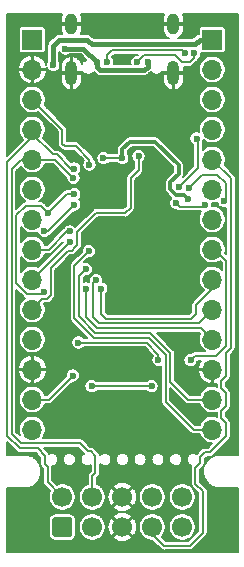
<source format=gbl>
%TF.GenerationSoftware,KiCad,Pcbnew,5.1.8-db9833491~88~ubuntu20.04.1*%
%TF.CreationDate,2021-01-17T10:32:05+01:00*%
%TF.ProjectId,GreenFox,47726565-6e46-46f7-982e-6b696361645f,Rev1*%
%TF.SameCoordinates,PX6d01460PY68c4118*%
%TF.FileFunction,Copper,L2,Bot*%
%TF.FilePolarity,Positive*%
%FSLAX46Y46*%
G04 Gerber Fmt 4.6, Leading zero omitted, Abs format (unit mm)*
G04 Created by KiCad (PCBNEW 5.1.8-db9833491~88~ubuntu20.04.1) date 2021-01-17 10:32:05*
%MOMM*%
%LPD*%
G01*
G04 APERTURE LIST*
%TA.AperFunction,ComponentPad*%
%ADD10O,1.700000X1.700000*%
%TD*%
%TA.AperFunction,ComponentPad*%
%ADD11R,1.700000X1.700000*%
%TD*%
%TA.AperFunction,ComponentPad*%
%ADD12C,1.700000*%
%TD*%
%TA.AperFunction,ComponentPad*%
%ADD13O,1.000000X2.100000*%
%TD*%
%TA.AperFunction,ComponentPad*%
%ADD14O,1.000000X1.800000*%
%TD*%
%TA.AperFunction,ViaPad*%
%ADD15C,0.600000*%
%TD*%
%TA.AperFunction,Conductor*%
%ADD16C,0.200000*%
%TD*%
%TA.AperFunction,Conductor*%
%ADD17C,0.400000*%
%TD*%
%TA.AperFunction,Conductor*%
%ADD18C,0.300000*%
%TD*%
%TA.AperFunction,Conductor*%
%ADD19C,0.100000*%
%TD*%
G04 APERTURE END LIST*
D10*
%TO.P,J5,14*%
%TO.N,/RB2\u005CAN4*%
X17780000Y10795000D03*
%TO.P,J5,13*%
%TO.N,/TDI*%
X17780000Y13335000D03*
%TO.P,J5,12*%
%TO.N,GND*%
X17780000Y15875000D03*
%TO.P,J5,11*%
%TO.N,/RC0\u005CAN12*%
X17780000Y18415000D03*
%TO.P,J5,10*%
%TO.N,/RC1\u005CAN13*%
X17780000Y20955000D03*
%TO.P,J5,9*%
%TO.N,/RC2*%
X17780000Y23495000D03*
%TO.P,J5,8*%
%TO.N,/LED_USER*%
X17780000Y26035000D03*
%TO.P,J5,7*%
%TO.N,/RB7*%
X17780000Y28575000D03*
%TO.P,J5,6*%
%TO.N,/TCK*%
X17780000Y31115000D03*
%TO.P,J5,5*%
%TO.N,/TMS*%
X17780000Y33655000D03*
%TO.P,J5,4*%
%TO.N,/RC8\u005CAN14*%
X17780000Y36195000D03*
%TO.P,J5,3*%
%TO.N,/RB10*%
X17780000Y38735000D03*
%TO.P,J5,2*%
%TO.N,/RB11*%
X17780000Y41275000D03*
D11*
%TO.P,J5,1*%
%TO.N,+5V*%
X17780000Y43815000D03*
%TD*%
D10*
%TO.P,J3,14*%
%TO.N,/~RESET~*%
X2540000Y10795000D03*
%TO.P,J3,13*%
%TO.N,+3V3*%
X2540000Y13335000D03*
%TO.P,J3,12*%
%TO.N,GND*%
X2540000Y15875000D03*
%TO.P,J3,11*%
%TO.N,/PGED3*%
X2540000Y18415000D03*
%TO.P,J3,10*%
%TO.N,/TDO\u005CPGEC3*%
X2540000Y20955000D03*
%TO.P,J3,9*%
%TO.N,/RB1\u005CAN3*%
X2540000Y23495000D03*
%TO.P,J3,8*%
%TO.N,/RB0\u005CAN2*%
X2540000Y26035000D03*
%TO.P,J3,7*%
%TO.N,/RA1\u005CAN1*%
X2540000Y28575000D03*
%TO.P,J3,6*%
%TO.N,/RA0\u005CAN0*%
X2540000Y31115000D03*
%TO.P,J3,5*%
%TO.N,/UART1_RX*%
X2540000Y33655000D03*
%TO.P,J3,4*%
%TO.N,/UART1_TX*%
X2540000Y36195000D03*
%TO.P,J3,3*%
%TO.N,/RB13\u005CAN8*%
X2540000Y38735000D03*
%TO.P,J3,2*%
%TO.N,GND*%
X2540000Y41275000D03*
D11*
%TO.P,J3,1*%
%TO.N,+3V3*%
X2540000Y43815000D03*
%TD*%
D12*
%TO.P,J2,10*%
%TO.N,/TDI*%
X15240000Y5080000D03*
%TO.P,J2,8*%
%TO.N,/TDO\u005CPGEC3*%
X12700000Y5080000D03*
%TO.P,J2,6*%
%TO.N,GND*%
X10160000Y5080000D03*
%TO.P,J2,4*%
%TO.N,/UART1_RX*%
X7620000Y5080000D03*
%TO.P,J2,2*%
%TO.N,/UART1_TX*%
X5080000Y5080000D03*
%TO.P,J2,9*%
%TO.N,/TCK*%
X15240000Y2540000D03*
%TO.P,J2,7*%
%TO.N,/TMS*%
X12700000Y2540000D03*
%TO.P,J2,5*%
%TO.N,GND*%
X10160000Y2540000D03*
%TO.P,J2,3*%
%TO.N,+3V3*%
X7620000Y2540000D03*
%TO.P,J2,1*%
%TO.N,/~RESET~*%
%TA.AperFunction,ComponentPad*%
G36*
G01*
X5680000Y1690000D02*
X4480000Y1690000D01*
G75*
G02*
X4230000Y1940000I0J250000D01*
G01*
X4230000Y3140000D01*
G75*
G02*
X4480000Y3390000I250000J0D01*
G01*
X5680000Y3390000D01*
G75*
G02*
X5930000Y3140000I0J-250000D01*
G01*
X5930000Y1940000D01*
G75*
G02*
X5680000Y1690000I-250000J0D01*
G01*
G37*
%TD.AperFunction*%
%TD*%
D13*
%TO.P,J1,S1*%
%TO.N,GND*%
X14480000Y40976600D03*
X5840000Y40976600D03*
D14*
X14480000Y45126600D03*
X5840000Y45126600D03*
%TD*%
D15*
%TO.N,GND*%
X11684000Y31369000D03*
X10477500Y25590500D03*
X14732000Y28575000D03*
X10160000Y29845000D03*
X10985500Y21717000D03*
X11938000Y21717000D03*
X11430000Y20955000D03*
X10604500Y42037000D03*
X19685000Y45720000D03*
X762000Y9017000D03*
X635000Y45720000D03*
X13970000Y18669000D03*
X14605000Y18034000D03*
X12573000Y20955000D03*
X16573500Y22606000D03*
X6032500Y39306500D03*
X15875000Y34798000D03*
X5715000Y35433000D03*
X4762500Y22352000D03*
X1841500Y24765000D03*
X13843000Y32702500D03*
X4381500Y11620500D03*
X4889500Y16510000D03*
X16319500Y15303500D03*
X13017500Y15303500D03*
X3810000Y31750000D03*
X3492500Y32575500D03*
X4445000Y35433000D03*
X5715000Y36195000D03*
X3683000Y26797000D03*
X3937000Y38227000D03*
X5080000Y39497000D03*
X12319000Y37782500D03*
X12319000Y38925500D03*
X14480000Y38864000D03*
X13335000Y38290500D03*
X15875000Y33083500D03*
X15748000Y36195000D03*
X16129000Y37211000D03*
X18732500Y34861500D03*
X19685000Y32943800D03*
X635000Y37719000D03*
X635000Y36512500D03*
X4927600Y8585200D03*
X4508500Y6604000D03*
X3048000Y5778500D03*
X3048000Y4572000D03*
X5715000Y6604000D03*
X5778500Y10414000D03*
X10223500Y17462500D03*
X7747000Y17462500D03*
X7747000Y16319500D03*
X10223500Y16319500D03*
X13779500Y25908000D03*
X14605000Y22987000D03*
X16891000Y27305000D03*
X17018000Y24765000D03*
X17272000Y45720000D03*
X13208000Y45720000D03*
X11176000Y45720000D03*
X9144000Y45720000D03*
X7112000Y45720000D03*
X3048000Y45720000D03*
X19685000Y635000D03*
X19685000Y5588000D03*
X635000Y635000D03*
X635000Y5588000D03*
X17272000Y9461500D03*
X15544800Y6985000D03*
X16256000Y12065000D03*
X14541500Y13589000D03*
X12382500Y11493500D03*
X10223500Y11366500D03*
X10223500Y9906000D03*
X10922000Y7683500D03*
X8128000Y11430000D03*
X4064000Y15176500D03*
X8128000Y13462000D03*
X12319000Y16700500D03*
X18478500Y27305000D03*
X18351500Y24765000D03*
X19240500Y9461500D03*
X19240500Y12065000D03*
X19240500Y14605000D03*
X5461000Y22352000D03*
X8636000Y31369000D03*
X8636000Y28321000D03*
X11684000Y28321000D03*
X5778500Y34163000D03*
X9779000Y42037000D03*
X12319000Y25336500D03*
X12763500Y22923500D03*
X1595120Y21930360D03*
X3492500Y19748500D03*
X19685000Y33909000D03*
X19685000Y36703000D03*
X19685000Y38862000D03*
X19685000Y41402000D03*
X19685000Y43688000D03*
X635000Y34798000D03*
X635000Y44132500D03*
X6985000Y6604000D03*
X8255000Y6604000D03*
X7810500Y9715500D03*
X14605000Y9969500D03*
%TO.N,+5V*%
X14986000Y31326010D03*
X4318000Y41656000D03*
X16446500Y35433000D03*
%TO.N,+3V3*%
X8559989Y33782000D03*
X6096000Y30734000D03*
X10160000Y33782000D03*
X3858180Y29155269D03*
X5969000Y15367000D03*
X15747996Y30289500D03*
X3492500Y22479000D03*
%TO.N,Net-(D1-Pad2)*%
X8001000Y41910000D03*
X12319000Y41910000D03*
X5334000Y43053000D03*
%TO.N,Net-(J1-PadB5)*%
X8890000Y41910000D03*
X15455997Y42672000D03*
%TO.N,Net-(J1-PadA5)*%
X11430000Y41910000D03*
X16256000Y42672000D03*
%TO.N,/TDI*%
X7070057Y24364105D03*
%TO.N,/UART1_RX*%
X6027294Y32095944D03*
%TO.N,/UART1_TX*%
X6096000Y32893000D03*
%TO.N,/~RESET~*%
X6096000Y29845000D03*
X3556000Y27622500D03*
%TO.N,/RB2\u005CAN4*%
X7325636Y25884864D03*
%TO.N,/PGED3*%
X15781183Y31238342D03*
X12636500Y14478000D03*
X7556500Y14478000D03*
X18767490Y30136037D03*
%TO.N,/LED_USER*%
X13223990Y16700500D03*
X15938500Y16669966D03*
X6448500Y18161000D03*
%TO.N,/RC2*%
X8382000Y22733000D03*
%TO.N,/RC1\u005CAN13*%
X7937500Y23431496D03*
%TO.N,/RC0\u005CAN12*%
X7112000Y22733002D03*
%TO.N,/TDO\u005CPGEC3*%
X11535539Y33931750D03*
%TO.N,/RB1\u005CAN3*%
X5715000Y26670000D03*
%TO.N,/RB0\u005CAN2*%
X5721305Y27576620D03*
%TO.N,/RB13\u005CAN8*%
X7381120Y33225620D03*
%TO.N,/BTN_USER*%
X14732000Y29972000D03*
X17145000Y29845002D03*
%TD*%
D16*
%TO.N,+5V*%
X16573500Y35306000D02*
X16446500Y35433000D01*
X16573500Y32913510D02*
X16573500Y35306000D01*
X14986000Y31326010D02*
X16573500Y32913510D01*
D17*
X4318000Y43307000D02*
X4318000Y41656000D01*
X4826000Y43815000D02*
X4318000Y43307000D01*
X7175500Y43815000D02*
X4826000Y43815000D01*
X16295521Y43410021D02*
X7580479Y43410021D01*
X7580479Y43410021D02*
X7175500Y43815000D01*
X16700500Y43815000D02*
X16295521Y43410021D01*
X17780000Y43815000D02*
X16700500Y43815000D01*
D16*
%TO.N,+3V3*%
X8559989Y33782000D02*
X10160000Y33782000D01*
X5436911Y30734000D02*
X6096000Y30734000D01*
X3858180Y29155269D02*
X5436911Y30734000D01*
X3937000Y13335000D02*
X2540000Y13335000D01*
X5969000Y15367000D02*
X3937000Y13335000D01*
D18*
X15415495Y30622001D02*
X15747996Y30289500D01*
X14224000Y31126008D02*
X14728007Y30622001D01*
X14224000Y31750000D02*
X14224000Y31126008D01*
X14922500Y32448500D02*
X14224000Y31750000D01*
X14728007Y30622001D02*
X15415495Y30622001D01*
X12954000Y35179000D02*
X14922500Y33210500D01*
X10795000Y35179000D02*
X12954000Y35179000D01*
X10160000Y34544000D02*
X10795000Y35179000D01*
X14922500Y33210500D02*
X14922500Y32448500D01*
X10160000Y33782000D02*
X10160000Y34544000D01*
D16*
X3302000Y22288500D02*
X3492500Y22479000D01*
X2095500Y22288500D02*
X3302000Y22288500D01*
X1200030Y28937032D02*
X1200030Y23183970D01*
X1987999Y29725001D02*
X1200030Y28937032D01*
X3288448Y29725001D02*
X1987999Y29725001D01*
X1200030Y23183970D02*
X2095500Y22288500D01*
X3858180Y29155269D02*
X3288448Y29725001D01*
D17*
%TO.N,Net-(D1-Pad2)*%
X12319000Y41529000D02*
X12319000Y41910000D01*
X11999999Y41209999D02*
X12319000Y41529000D01*
X8276737Y41209999D02*
X11999999Y41209999D01*
X8001000Y41485736D02*
X8276737Y41209999D01*
X8001000Y41910000D02*
X8001000Y41485736D01*
X6858000Y43053000D02*
X8001000Y41910000D01*
X5334000Y43053000D02*
X6858000Y43053000D01*
D16*
%TO.N,Net-(J1-PadB5)*%
X15217986Y42910011D02*
X15455997Y42672000D01*
X9318511Y42910011D02*
X15217986Y42910011D01*
X8890000Y42481500D02*
X9318511Y42910011D01*
X8890000Y41910000D02*
X8890000Y42481500D01*
%TO.N,Net-(J1-PadA5)*%
X16256000Y42291000D02*
X16256000Y42672000D01*
X15875000Y41910000D02*
X16256000Y42291000D01*
X15240000Y41910000D02*
X15875000Y41910000D01*
X14639999Y42510001D02*
X15240000Y41910000D01*
X12030001Y42510001D02*
X14639999Y42510001D01*
X11430000Y41910000D02*
X12030001Y42510001D01*
%TO.N,/TDI*%
X14224000Y14859000D02*
X14224000Y17272000D01*
X7884933Y18992970D02*
X6511999Y20365904D01*
X15748000Y13335000D02*
X14224000Y14859000D01*
X6511999Y23806047D02*
X7070057Y24364105D01*
X12503030Y18992970D02*
X7884933Y18992970D01*
X17780000Y13335000D02*
X15748000Y13335000D01*
X6511999Y20365904D02*
X6511999Y23806047D01*
X14224000Y17272000D02*
X12503030Y18992970D01*
%TO.N,/UART1_RX*%
X2540000Y33655000D02*
X4468238Y33655000D01*
X4468238Y33655000D02*
X6027294Y32095944D01*
X7620000Y6794500D02*
X7620000Y5080000D01*
X7620000Y6854498D02*
X7620000Y6794500D01*
X6605199Y9644999D02*
X7296698Y8953500D01*
X1587701Y9644999D02*
X6605199Y9644999D01*
X7874000Y7108498D02*
X7620000Y6854498D01*
X7874000Y8572500D02*
X7874000Y7108498D01*
X7493000Y8953500D02*
X7874000Y8572500D01*
X7296698Y8953500D02*
X7493000Y8953500D01*
X800020Y10432680D02*
X1587701Y9644999D01*
X800020Y32867520D02*
X800020Y10432680D01*
X1587500Y33655000D02*
X800020Y32867520D01*
X2540000Y33655000D02*
X1587500Y33655000D01*
%TO.N,/UART1_TX*%
X5842000Y32893000D02*
X6096000Y32893000D01*
X4635500Y34099500D02*
X5842000Y32893000D01*
X4274736Y34099500D02*
X4635500Y34099500D01*
X2540000Y35834236D02*
X4274736Y34099500D01*
X2540000Y36195000D02*
X2540000Y35834236D01*
X2540000Y35560000D02*
X2540000Y36195000D01*
X400010Y33420010D02*
X2540000Y35560000D01*
X2984500Y9207500D02*
X1459502Y9207500D01*
X400010Y10266992D02*
X400010Y33420010D01*
X3619500Y8572500D02*
X2984500Y9207500D01*
X3619500Y7874000D02*
X3619500Y8572500D01*
X3844999Y7648501D02*
X3619500Y7874000D01*
X3844999Y6315001D02*
X3844999Y7648501D01*
X1459502Y9207500D02*
X400010Y10266992D01*
X5080000Y5080000D02*
X3844999Y6315001D01*
%TO.N,/TMS*%
X19367500Y32067500D02*
X17780000Y33655000D01*
X19367500Y17734799D02*
X19367500Y32067500D01*
X18930001Y17297300D02*
X19367500Y17734799D01*
X18930001Y15322999D02*
X18930001Y17297300D01*
X18542000Y14934998D02*
X18930001Y15322999D01*
X18542000Y14287500D02*
X18542000Y14934998D01*
X18542000Y12382500D02*
X18930001Y12770501D01*
X18859500Y10172498D02*
X18930001Y10242999D01*
X18859500Y10160000D02*
X18859500Y10172498D01*
X17621250Y8921750D02*
X18859500Y10160000D01*
X12700000Y2540000D02*
X12700000Y1968500D01*
X15875000Y952500D02*
X16993986Y2071486D01*
X16729001Y8455501D02*
X17134999Y8861499D01*
X17620252Y8921750D02*
X17621250Y8921750D01*
X13716000Y952500D02*
X15875000Y952500D01*
X12700000Y1968500D02*
X13716000Y952500D01*
X18930001Y13899499D02*
X18542000Y14287500D01*
X16993986Y2071486D02*
X16993986Y5586614D01*
X18930001Y11359499D02*
X18542000Y11747500D01*
X17134999Y8861499D02*
X17560001Y8861499D01*
X18930001Y10242999D02*
X18930001Y11359499D01*
X16993986Y5586614D02*
X16357600Y6223000D01*
X18542000Y11747500D02*
X18542000Y12382500D01*
X17560001Y8861499D02*
X17620252Y8921750D01*
X16357600Y6223000D02*
X16357600Y7556098D01*
X16357600Y7556098D02*
X16729001Y7927499D01*
X18930001Y12770501D02*
X18930001Y13899499D01*
X16729001Y7927499D02*
X16729001Y8455501D01*
%TO.N,/~RESET~*%
X6096000Y29845000D02*
X3873500Y27622500D01*
X3873500Y27622500D02*
X3556000Y27622500D01*
%TO.N,/RB2\u005CAN4*%
X6111989Y24671217D02*
X7325636Y25884864D01*
X12388302Y18542000D02*
X7770204Y18542000D01*
X13823990Y17106312D02*
X12388302Y18542000D01*
X6111989Y20200215D02*
X6111989Y24671217D01*
X13823990Y13163510D02*
X13823990Y17106312D01*
X7770204Y18542000D02*
X6111989Y20200215D01*
X16192500Y10795000D02*
X13823990Y13163510D01*
X17780000Y10795000D02*
X16192500Y10795000D01*
%TO.N,/PGED3*%
X12636500Y14478000D02*
X8064500Y14478000D01*
X8064500Y14478000D02*
X7556500Y14478000D01*
X16927841Y32385000D02*
X18212002Y32385000D01*
X15781183Y31238342D02*
X16927841Y32385000D01*
X18967489Y30336036D02*
X18767490Y30136037D01*
X18212002Y32385000D02*
X18967489Y31629513D01*
X18967489Y31629513D02*
X18967489Y30336036D01*
%TO.N,/LED_USER*%
X13223990Y16700500D02*
X13223990Y17140614D01*
X13223990Y17140614D02*
X12222614Y18141990D01*
X12222614Y18141990D02*
X7604515Y18141990D01*
X6467510Y18141990D02*
X6448500Y18161000D01*
X7604515Y18141990D02*
X6467510Y18141990D01*
X16293535Y17025001D02*
X15938500Y16669966D01*
X18092003Y17025001D02*
X16293535Y17025001D01*
X18967489Y17900487D02*
X18092003Y17025001D01*
X18967489Y25100513D02*
X18967489Y17900487D01*
X18033002Y26035000D02*
X18967489Y25100513D01*
X17780000Y26035000D02*
X18033002Y26035000D01*
%TO.N,/RC2*%
X17780000Y22733000D02*
X17780000Y23495000D01*
X16002000Y20193000D02*
X16402010Y20593010D01*
X16402010Y20593010D02*
X16402010Y21355010D01*
X8763000Y20193000D02*
X16002000Y20193000D01*
X16402010Y21355010D02*
X17780000Y22733000D01*
X8382000Y20574000D02*
X8763000Y20193000D01*
X8382000Y22606000D02*
X8382000Y20574000D01*
%TO.N,/RC1\u005CAN13*%
X8216311Y19792990D02*
X7716991Y20292310D01*
X16617990Y19792990D02*
X8216311Y19792990D01*
X7716991Y23210987D02*
X7937500Y23431496D01*
X7716991Y20292310D02*
X7716991Y23210987D01*
X17780000Y20955000D02*
X16617990Y19792990D01*
%TO.N,/RC0\u005CAN12*%
X17780000Y18415000D02*
X16802020Y19392980D01*
X16802020Y19392980D02*
X8050622Y19392980D01*
X8050622Y19392980D02*
X7112000Y20331602D01*
X7112000Y20331602D02*
X7112000Y22733002D01*
%TO.N,/TDO\u005CPGEC3*%
X10858500Y32067500D02*
X11535539Y32744539D01*
X2540000Y20955000D02*
X2540000Y21082000D01*
X5553697Y25942999D02*
X5876999Y25942999D01*
X5876999Y25942999D02*
X6159500Y26225500D01*
X10858500Y29591000D02*
X10858500Y32067500D01*
X10414000Y29146500D02*
X10858500Y29591000D01*
X2540000Y21082000D02*
X3336999Y21878999D01*
X11535539Y32744539D02*
X11535539Y33931750D01*
X3336999Y21878999D02*
X3787997Y21878999D01*
X6159500Y26225500D02*
X6159500Y26226498D01*
X4098999Y22190001D02*
X4098999Y24488301D01*
X6159500Y26226498D02*
X6350000Y26416998D01*
X4098999Y24488301D02*
X5553697Y25942999D01*
X6350000Y26416998D02*
X6350000Y27559000D01*
X3787997Y21878999D02*
X4098999Y22190001D01*
X6350000Y27559000D02*
X7937500Y29146500D01*
X7937500Y29146500D02*
X10414000Y29146500D01*
%TO.N,/RB1\u005CAN3*%
X2540000Y23495000D02*
X5715000Y26670000D01*
%TO.N,/RB0\u005CAN2*%
X3937000Y26035000D02*
X2540000Y26035000D01*
X5478620Y27576620D02*
X3937000Y26035000D01*
X5721305Y27576620D02*
X5478620Y27576620D01*
%TO.N,/RB13\u005CAN8*%
X5080000Y36195000D02*
X2540000Y38735000D01*
X5080000Y34988500D02*
X5080000Y36195000D01*
X5270500Y34798000D02*
X5080000Y34988500D01*
X6233004Y34798000D02*
X5270500Y34798000D01*
X7381120Y33649884D02*
X6233004Y34798000D01*
X7381120Y33225620D02*
X7381120Y33649884D01*
%TO.N,/BTN_USER*%
X16954498Y29654500D02*
X17145000Y29845002D01*
X15049500Y29654500D02*
X16954498Y29654500D01*
X14732000Y29972000D02*
X15049500Y29654500D01*
%TD*%
%TO.N,GND*%
X5027643Y45917209D02*
X4967048Y45751221D01*
X4940000Y45576600D01*
X4940000Y45176600D01*
X5790000Y45176600D01*
X5790000Y45196600D01*
X5890000Y45196600D01*
X5890000Y45176600D01*
X6740000Y45176600D01*
X6740000Y45576600D01*
X6712952Y45751221D01*
X6652357Y45917209D01*
X6629375Y45955000D01*
X13690625Y45955000D01*
X13667643Y45917209D01*
X13607048Y45751221D01*
X13580000Y45576600D01*
X13580000Y45176600D01*
X14430000Y45176600D01*
X14430000Y45196600D01*
X14530000Y45196600D01*
X14530000Y45176600D01*
X15380000Y45176600D01*
X15380000Y45576600D01*
X15352952Y45751221D01*
X15292357Y45917209D01*
X15269375Y45955000D01*
X19920000Y45955000D01*
X19920001Y8655000D01*
X18395353Y8655000D01*
X18374965Y8652992D01*
X18361781Y8652992D01*
X18356227Y8652408D01*
X18159174Y8630305D01*
X18123706Y8622766D01*
X18088151Y8615726D01*
X18082815Y8614075D01*
X17893808Y8554119D01*
X17860473Y8539831D01*
X17826964Y8526020D01*
X17822051Y8523364D01*
X17648291Y8427837D01*
X17618361Y8407343D01*
X17588183Y8387293D01*
X17583879Y8383733D01*
X17431982Y8256276D01*
X17406620Y8230378D01*
X17380891Y8204828D01*
X17377361Y8200500D01*
X17253112Y8045966D01*
X17233270Y8015644D01*
X17212987Y7985573D01*
X17210365Y7980642D01*
X17118499Y7804918D01*
X17104907Y7771277D01*
X17090870Y7737884D01*
X17089255Y7732537D01*
X17033270Y7542315D01*
X17026472Y7506679D01*
X17019187Y7471190D01*
X17018642Y7465631D01*
X17000671Y7268159D01*
X17000924Y7231907D01*
X17000671Y7195654D01*
X17001216Y7190095D01*
X17021943Y6992893D01*
X17029233Y6957378D01*
X17036026Y6921770D01*
X17037640Y6916423D01*
X17096275Y6727002D01*
X17110326Y6693577D01*
X17123906Y6659965D01*
X17126525Y6655039D01*
X17126527Y6655035D01*
X17126529Y6655032D01*
X17220839Y6480610D01*
X17241100Y6450571D01*
X17260963Y6420218D01*
X17264493Y6415890D01*
X17390887Y6263106D01*
X17416596Y6237576D01*
X17441976Y6211659D01*
X17446280Y6208099D01*
X17599942Y6082775D01*
X17630139Y6062712D01*
X17660052Y6042230D01*
X17664965Y6039573D01*
X17840043Y5946482D01*
X17873573Y5932662D01*
X17906885Y5918384D01*
X17912213Y5916735D01*
X17912219Y5916733D01*
X17912225Y5916732D01*
X18102047Y5859422D01*
X18137588Y5852385D01*
X18173069Y5844843D01*
X18178624Y5844259D01*
X18375966Y5824909D01*
X18375970Y5824909D01*
X18395353Y5823000D01*
X19920001Y5823000D01*
X19920000Y400000D01*
X400000Y400000D01*
X400000Y3140000D01*
X3928549Y3140000D01*
X3928549Y1940000D01*
X3939145Y1832417D01*
X3970526Y1728969D01*
X4021485Y1633630D01*
X4090065Y1550065D01*
X4173630Y1481485D01*
X4268969Y1430526D01*
X4372417Y1399145D01*
X4480000Y1388549D01*
X5680000Y1388549D01*
X5787583Y1399145D01*
X5891031Y1430526D01*
X5986370Y1481485D01*
X6069935Y1550065D01*
X6138515Y1633630D01*
X6189474Y1728969D01*
X6220855Y1832417D01*
X6231451Y1940000D01*
X6231451Y2653265D01*
X6470000Y2653265D01*
X6470000Y2426735D01*
X6514194Y2204557D01*
X6600884Y1995271D01*
X6726737Y1806918D01*
X6886918Y1646737D01*
X7075271Y1520884D01*
X7284557Y1434194D01*
X7506735Y1390000D01*
X7733265Y1390000D01*
X7955443Y1434194D01*
X8164729Y1520884D01*
X8353082Y1646737D01*
X8394305Y1687960D01*
X9378671Y1687960D01*
X9462750Y1495252D01*
X9679967Y1379299D01*
X9915632Y1307951D01*
X10160689Y1283951D01*
X10405718Y1308220D01*
X10641305Y1379826D01*
X10857250Y1495252D01*
X10941329Y1687960D01*
X10160000Y2469289D01*
X9378671Y1687960D01*
X8394305Y1687960D01*
X8513263Y1806918D01*
X8639116Y1995271D01*
X8725806Y2204557D01*
X8770000Y2426735D01*
X8770000Y2539311D01*
X8903951Y2539311D01*
X8928220Y2294282D01*
X8999826Y2058695D01*
X9115252Y1842750D01*
X9307960Y1758671D01*
X10089289Y2540000D01*
X10230711Y2540000D01*
X11012040Y1758671D01*
X11204748Y1842750D01*
X11320701Y2059967D01*
X11392049Y2295632D01*
X11416049Y2540689D01*
X11391780Y2785718D01*
X11320174Y3021305D01*
X11204748Y3237250D01*
X11012040Y3321329D01*
X10230711Y2540000D01*
X10089289Y2540000D01*
X9307960Y3321329D01*
X9115252Y3237250D01*
X8999299Y3020033D01*
X8927951Y2784368D01*
X8903951Y2539311D01*
X8770000Y2539311D01*
X8770000Y2653265D01*
X8725806Y2875443D01*
X8639116Y3084729D01*
X8513263Y3273082D01*
X8394305Y3392040D01*
X9378671Y3392040D01*
X10160000Y2610711D01*
X10941329Y3392040D01*
X10857250Y3584748D01*
X10640033Y3700701D01*
X10404368Y3772049D01*
X10159311Y3796049D01*
X9914282Y3771780D01*
X9678695Y3700174D01*
X9462750Y3584748D01*
X9378671Y3392040D01*
X8394305Y3392040D01*
X8353082Y3433263D01*
X8164729Y3559116D01*
X7955443Y3645806D01*
X7733265Y3690000D01*
X7506735Y3690000D01*
X7284557Y3645806D01*
X7075271Y3559116D01*
X6886918Y3433263D01*
X6726737Y3273082D01*
X6600884Y3084729D01*
X6514194Y2875443D01*
X6470000Y2653265D01*
X6231451Y2653265D01*
X6231451Y3140000D01*
X6220855Y3247583D01*
X6189474Y3351031D01*
X6138515Y3446370D01*
X6069935Y3529935D01*
X5986370Y3598515D01*
X5891031Y3649474D01*
X5787583Y3680855D01*
X5680000Y3691451D01*
X4480000Y3691451D01*
X4372417Y3680855D01*
X4268969Y3649474D01*
X4173630Y3598515D01*
X4090065Y3529935D01*
X4021485Y3446370D01*
X3970526Y3351031D01*
X3939145Y3247583D01*
X3928549Y3140000D01*
X400000Y3140000D01*
X400000Y5823000D01*
X1924647Y5823000D01*
X1945035Y5825008D01*
X1958219Y5825008D01*
X1963774Y5825592D01*
X2160826Y5847695D01*
X2196287Y5855232D01*
X2231850Y5862274D01*
X2237185Y5863925D01*
X2426192Y5923882D01*
X2459520Y5938166D01*
X2493035Y5951980D01*
X2497948Y5954636D01*
X2671709Y6050163D01*
X2701623Y6070646D01*
X2731817Y6090707D01*
X2736117Y6094265D01*
X2736122Y6094268D01*
X2736126Y6094272D01*
X2888018Y6221723D01*
X2913399Y6247641D01*
X2939109Y6273172D01*
X2942639Y6277500D01*
X3066888Y6432034D01*
X3086750Y6462386D01*
X3107013Y6492427D01*
X3109635Y6497358D01*
X3201500Y6673082D01*
X3215084Y6706704D01*
X3229130Y6740117D01*
X3230745Y6745464D01*
X3286730Y6935685D01*
X3293531Y6971336D01*
X3300813Y7006810D01*
X3301358Y7012369D01*
X3319329Y7209841D01*
X3319076Y7246094D01*
X3319329Y7282347D01*
X3318784Y7287905D01*
X3298057Y7485107D01*
X3290765Y7520628D01*
X3283974Y7556230D01*
X3282360Y7561577D01*
X3223725Y7750998D01*
X3209663Y7784451D01*
X3196094Y7818035D01*
X3193472Y7822967D01*
X3099161Y7997390D01*
X3078888Y8027446D01*
X3059037Y8057781D01*
X3055511Y8062104D01*
X3055507Y8062110D01*
X3055502Y8062115D01*
X2929113Y8214894D01*
X2903404Y8240424D01*
X2878024Y8266341D01*
X2873720Y8269901D01*
X2720058Y8395225D01*
X2689861Y8415288D01*
X2659948Y8435770D01*
X2655035Y8438427D01*
X2479957Y8531518D01*
X2446427Y8545338D01*
X2413115Y8559616D01*
X2407787Y8561265D01*
X2407781Y8561267D01*
X2407775Y8561268D01*
X2217953Y8618578D01*
X2182404Y8625617D01*
X2146930Y8633157D01*
X2141376Y8633741D01*
X1944034Y8653091D01*
X1944030Y8653091D01*
X1924647Y8655000D01*
X400000Y8655000D01*
X400000Y9701317D01*
X1162769Y8938547D01*
X1175291Y8923289D01*
X1190549Y8910767D01*
X1190551Y8910765D01*
X1195508Y8906697D01*
X1236199Y8873303D01*
X1305688Y8836160D01*
X1381088Y8813288D01*
X1459502Y8805565D01*
X1479148Y8807500D01*
X2818815Y8807500D01*
X3219501Y8406814D01*
X3219500Y7893647D01*
X3217565Y7874000D01*
X3219500Y7854354D01*
X3225288Y7795587D01*
X3248160Y7720187D01*
X3285303Y7650698D01*
X3335289Y7589789D01*
X3350552Y7577263D01*
X3445000Y7482815D01*
X3444999Y6334648D01*
X3443064Y6315001D01*
X3447604Y6268904D01*
X3450787Y6236588D01*
X3473659Y6161188D01*
X3510802Y6091699D01*
X3560788Y6030790D01*
X3576051Y6018264D01*
X4034143Y5560171D01*
X3974194Y5415443D01*
X3930000Y5193265D01*
X3930000Y4966735D01*
X3974194Y4744557D01*
X4060884Y4535271D01*
X4186737Y4346918D01*
X4346918Y4186737D01*
X4535271Y4060884D01*
X4744557Y3974194D01*
X4966735Y3930000D01*
X5193265Y3930000D01*
X5415443Y3974194D01*
X5624729Y4060884D01*
X5813082Y4186737D01*
X5973263Y4346918D01*
X6099116Y4535271D01*
X6185806Y4744557D01*
X6230000Y4966735D01*
X6230000Y5193265D01*
X6185806Y5415443D01*
X6099116Y5624729D01*
X5973263Y5813082D01*
X5813082Y5973263D01*
X5624729Y6099116D01*
X5415443Y6185806D01*
X5193265Y6230000D01*
X4966735Y6230000D01*
X4744557Y6185806D01*
X4599829Y6125857D01*
X4244999Y6480686D01*
X4244999Y7628854D01*
X4246934Y7648501D01*
X4241449Y7704197D01*
X4241212Y7706600D01*
X4339429Y7726136D01*
X4439523Y7767597D01*
X4529604Y7827787D01*
X4606213Y7904396D01*
X4666403Y7994477D01*
X4707864Y8094571D01*
X4729000Y8200830D01*
X4729000Y8309170D01*
X5129000Y8309170D01*
X5129000Y8200830D01*
X5150136Y8094571D01*
X5191597Y7994477D01*
X5251787Y7904396D01*
X5328396Y7827787D01*
X5418477Y7767597D01*
X5518571Y7726136D01*
X5624830Y7705000D01*
X5733170Y7705000D01*
X5839429Y7726136D01*
X5939523Y7767597D01*
X6029604Y7827787D01*
X6106213Y7904396D01*
X6166403Y7994477D01*
X6207864Y8094571D01*
X6229000Y8200830D01*
X6229000Y8309170D01*
X6207864Y8415429D01*
X6166403Y8515523D01*
X6106213Y8605604D01*
X6029604Y8682213D01*
X5939523Y8742403D01*
X5839429Y8783864D01*
X5733170Y8805000D01*
X5624830Y8805000D01*
X5518571Y8783864D01*
X5418477Y8742403D01*
X5328396Y8682213D01*
X5251787Y8605604D01*
X5191597Y8515523D01*
X5150136Y8415429D01*
X5129000Y8309170D01*
X4729000Y8309170D01*
X4707864Y8415429D01*
X4666403Y8515523D01*
X4606213Y8605604D01*
X4529604Y8682213D01*
X4439523Y8742403D01*
X4339429Y8783864D01*
X4233170Y8805000D01*
X4124830Y8805000D01*
X4018571Y8783864D01*
X3970682Y8764027D01*
X3953697Y8795803D01*
X3903711Y8856711D01*
X3888448Y8869237D01*
X3512686Y9244999D01*
X6439514Y9244999D01*
X6935187Y8749325D01*
X6918477Y8742403D01*
X6828396Y8682213D01*
X6751787Y8605604D01*
X6691597Y8515523D01*
X6650136Y8415429D01*
X6629000Y8309170D01*
X6629000Y8200830D01*
X6650136Y8094571D01*
X6691597Y7994477D01*
X6751787Y7904396D01*
X6828396Y7827787D01*
X6918477Y7767597D01*
X7018571Y7726136D01*
X7124830Y7705000D01*
X7233170Y7705000D01*
X7339429Y7726136D01*
X7439523Y7767597D01*
X7474001Y7790634D01*
X7474001Y7274184D01*
X7351052Y7151235D01*
X7335789Y7138709D01*
X7285803Y7077800D01*
X7248660Y7008311D01*
X7230460Y6948313D01*
X7225788Y6932911D01*
X7218065Y6854498D01*
X7220000Y6834852D01*
X7220000Y6159065D01*
X7075271Y6099116D01*
X6886918Y5973263D01*
X6726737Y5813082D01*
X6600884Y5624729D01*
X6514194Y5415443D01*
X6470000Y5193265D01*
X6470000Y4966735D01*
X6514194Y4744557D01*
X6600884Y4535271D01*
X6726737Y4346918D01*
X6886918Y4186737D01*
X7075271Y4060884D01*
X7284557Y3974194D01*
X7506735Y3930000D01*
X7733265Y3930000D01*
X7955443Y3974194D01*
X8164729Y4060884D01*
X8353082Y4186737D01*
X8394305Y4227960D01*
X9378671Y4227960D01*
X9462750Y4035252D01*
X9679967Y3919299D01*
X9915632Y3847951D01*
X10160689Y3823951D01*
X10405718Y3848220D01*
X10641305Y3919826D01*
X10857250Y4035252D01*
X10941329Y4227960D01*
X10160000Y5009289D01*
X9378671Y4227960D01*
X8394305Y4227960D01*
X8513263Y4346918D01*
X8639116Y4535271D01*
X8725806Y4744557D01*
X8770000Y4966735D01*
X8770000Y5079311D01*
X8903951Y5079311D01*
X8928220Y4834282D01*
X8999826Y4598695D01*
X9115252Y4382750D01*
X9307960Y4298671D01*
X10089289Y5080000D01*
X10230711Y5080000D01*
X11012040Y4298671D01*
X11204748Y4382750D01*
X11320701Y4599967D01*
X11392049Y4835632D01*
X11416049Y5080689D01*
X11404899Y5193265D01*
X11550000Y5193265D01*
X11550000Y4966735D01*
X11594194Y4744557D01*
X11680884Y4535271D01*
X11806737Y4346918D01*
X11966918Y4186737D01*
X12155271Y4060884D01*
X12364557Y3974194D01*
X12586735Y3930000D01*
X12813265Y3930000D01*
X13035443Y3974194D01*
X13244729Y4060884D01*
X13433082Y4186737D01*
X13593263Y4346918D01*
X13719116Y4535271D01*
X13805806Y4744557D01*
X13850000Y4966735D01*
X13850000Y5193265D01*
X14090000Y5193265D01*
X14090000Y4966735D01*
X14134194Y4744557D01*
X14220884Y4535271D01*
X14346737Y4346918D01*
X14506918Y4186737D01*
X14695271Y4060884D01*
X14904557Y3974194D01*
X15126735Y3930000D01*
X15353265Y3930000D01*
X15575443Y3974194D01*
X15784729Y4060884D01*
X15973082Y4186737D01*
X16133263Y4346918D01*
X16259116Y4535271D01*
X16345806Y4744557D01*
X16390000Y4966735D01*
X16390000Y5193265D01*
X16345806Y5415443D01*
X16259116Y5624729D01*
X16133263Y5813082D01*
X15973082Y5973263D01*
X15784729Y6099116D01*
X15575443Y6185806D01*
X15353265Y6230000D01*
X15126735Y6230000D01*
X14904557Y6185806D01*
X14695271Y6099116D01*
X14506918Y5973263D01*
X14346737Y5813082D01*
X14220884Y5624729D01*
X14134194Y5415443D01*
X14090000Y5193265D01*
X13850000Y5193265D01*
X13805806Y5415443D01*
X13719116Y5624729D01*
X13593263Y5813082D01*
X13433082Y5973263D01*
X13244729Y6099116D01*
X13035443Y6185806D01*
X12813265Y6230000D01*
X12586735Y6230000D01*
X12364557Y6185806D01*
X12155271Y6099116D01*
X11966918Y5973263D01*
X11806737Y5813082D01*
X11680884Y5624729D01*
X11594194Y5415443D01*
X11550000Y5193265D01*
X11404899Y5193265D01*
X11391780Y5325718D01*
X11320174Y5561305D01*
X11204748Y5777250D01*
X11012040Y5861329D01*
X10230711Y5080000D01*
X10089289Y5080000D01*
X9307960Y5861329D01*
X9115252Y5777250D01*
X8999299Y5560033D01*
X8927951Y5324368D01*
X8903951Y5079311D01*
X8770000Y5079311D01*
X8770000Y5193265D01*
X8725806Y5415443D01*
X8639116Y5624729D01*
X8513263Y5813082D01*
X8394305Y5932040D01*
X9378671Y5932040D01*
X10160000Y5150711D01*
X10941329Y5932040D01*
X10857250Y6124748D01*
X10640033Y6240701D01*
X10404368Y6312049D01*
X10159311Y6336049D01*
X9914282Y6311780D01*
X9678695Y6240174D01*
X9462750Y6124748D01*
X9378671Y5932040D01*
X8394305Y5932040D01*
X8353082Y5973263D01*
X8164729Y6099116D01*
X8020000Y6159065D01*
X8020000Y6688813D01*
X8142948Y6811761D01*
X8158211Y6824287D01*
X8208197Y6885195D01*
X8245340Y6954684D01*
X8268212Y7030084D01*
X8274000Y7088851D01*
X8274000Y7088861D01*
X8275934Y7108497D01*
X8274000Y7128133D01*
X8274000Y7882183D01*
X8328396Y7827787D01*
X8418477Y7767597D01*
X8518571Y7726136D01*
X8624830Y7705000D01*
X8733170Y7705000D01*
X8839429Y7726136D01*
X8939523Y7767597D01*
X9029604Y7827787D01*
X9106213Y7904396D01*
X9166403Y7994477D01*
X9207864Y8094571D01*
X9229000Y8200830D01*
X9229000Y8309170D01*
X9629000Y8309170D01*
X9629000Y8200830D01*
X9650136Y8094571D01*
X9691597Y7994477D01*
X9751787Y7904396D01*
X9828396Y7827787D01*
X9918477Y7767597D01*
X10018571Y7726136D01*
X10124830Y7705000D01*
X10233170Y7705000D01*
X10339429Y7726136D01*
X10439523Y7767597D01*
X10529604Y7827787D01*
X10606213Y7904396D01*
X10666403Y7994477D01*
X10707864Y8094571D01*
X10729000Y8200830D01*
X10729000Y8309170D01*
X11129000Y8309170D01*
X11129000Y8200830D01*
X11150136Y8094571D01*
X11191597Y7994477D01*
X11251787Y7904396D01*
X11328396Y7827787D01*
X11418477Y7767597D01*
X11518571Y7726136D01*
X11624830Y7705000D01*
X11733170Y7705000D01*
X11839429Y7726136D01*
X11939523Y7767597D01*
X12029604Y7827787D01*
X12106213Y7904396D01*
X12166403Y7994477D01*
X12207864Y8094571D01*
X12229000Y8200830D01*
X12229000Y8309170D01*
X12629000Y8309170D01*
X12629000Y8200830D01*
X12650136Y8094571D01*
X12691597Y7994477D01*
X12751787Y7904396D01*
X12828396Y7827787D01*
X12918477Y7767597D01*
X13018571Y7726136D01*
X13124830Y7705000D01*
X13233170Y7705000D01*
X13339429Y7726136D01*
X13439523Y7767597D01*
X13529604Y7827787D01*
X13606213Y7904396D01*
X13666403Y7994477D01*
X13707864Y8094571D01*
X13729000Y8200830D01*
X13729000Y8309170D01*
X14129000Y8309170D01*
X14129000Y8200830D01*
X14150136Y8094571D01*
X14191597Y7994477D01*
X14251787Y7904396D01*
X14328396Y7827787D01*
X14418477Y7767597D01*
X14518571Y7726136D01*
X14624830Y7705000D01*
X14733170Y7705000D01*
X14839429Y7726136D01*
X14939523Y7767597D01*
X15029604Y7827787D01*
X15106213Y7904396D01*
X15166403Y7994477D01*
X15207864Y8094571D01*
X15229000Y8200830D01*
X15229000Y8309170D01*
X15207864Y8415429D01*
X15166403Y8515523D01*
X15106213Y8605604D01*
X15029604Y8682213D01*
X14939523Y8742403D01*
X14839429Y8783864D01*
X14733170Y8805000D01*
X14624830Y8805000D01*
X14518571Y8783864D01*
X14418477Y8742403D01*
X14328396Y8682213D01*
X14251787Y8605604D01*
X14191597Y8515523D01*
X14150136Y8415429D01*
X14129000Y8309170D01*
X13729000Y8309170D01*
X13707864Y8415429D01*
X13666403Y8515523D01*
X13606213Y8605604D01*
X13529604Y8682213D01*
X13439523Y8742403D01*
X13339429Y8783864D01*
X13233170Y8805000D01*
X13124830Y8805000D01*
X13018571Y8783864D01*
X12918477Y8742403D01*
X12828396Y8682213D01*
X12751787Y8605604D01*
X12691597Y8515523D01*
X12650136Y8415429D01*
X12629000Y8309170D01*
X12229000Y8309170D01*
X12207864Y8415429D01*
X12166403Y8515523D01*
X12106213Y8605604D01*
X12029604Y8682213D01*
X11939523Y8742403D01*
X11839429Y8783864D01*
X11733170Y8805000D01*
X11624830Y8805000D01*
X11518571Y8783864D01*
X11418477Y8742403D01*
X11328396Y8682213D01*
X11251787Y8605604D01*
X11191597Y8515523D01*
X11150136Y8415429D01*
X11129000Y8309170D01*
X10729000Y8309170D01*
X10707864Y8415429D01*
X10666403Y8515523D01*
X10606213Y8605604D01*
X10529604Y8682213D01*
X10439523Y8742403D01*
X10339429Y8783864D01*
X10233170Y8805000D01*
X10124830Y8805000D01*
X10018571Y8783864D01*
X9918477Y8742403D01*
X9828396Y8682213D01*
X9751787Y8605604D01*
X9691597Y8515523D01*
X9650136Y8415429D01*
X9629000Y8309170D01*
X9229000Y8309170D01*
X9207864Y8415429D01*
X9166403Y8515523D01*
X9106213Y8605604D01*
X9029604Y8682213D01*
X8939523Y8742403D01*
X8839429Y8783864D01*
X8733170Y8805000D01*
X8624830Y8805000D01*
X8518571Y8783864D01*
X8418477Y8742403D01*
X8328396Y8682213D01*
X8270802Y8624619D01*
X8268212Y8650914D01*
X8245340Y8726314D01*
X8208197Y8795803D01*
X8158211Y8856711D01*
X8142949Y8869236D01*
X7789737Y9222448D01*
X7777211Y9237711D01*
X7716303Y9287697D01*
X7646814Y9324840D01*
X7571414Y9347712D01*
X7512647Y9353500D01*
X7512646Y9353500D01*
X7493000Y9355435D01*
X7473354Y9353500D01*
X7462384Y9353500D01*
X6901936Y9913947D01*
X6889410Y9929210D01*
X6828502Y9979196D01*
X6759013Y10016339D01*
X6683613Y10039211D01*
X6624846Y10044999D01*
X6624845Y10044999D01*
X6605199Y10046934D01*
X6585553Y10044999D01*
X3416344Y10044999D01*
X3433263Y10061918D01*
X3559116Y10250271D01*
X3645806Y10459557D01*
X3690000Y10681735D01*
X3690000Y10908265D01*
X3645806Y11130443D01*
X3559116Y11339729D01*
X3433263Y11528082D01*
X3273082Y11688263D01*
X3084729Y11814116D01*
X2875443Y11900806D01*
X2653265Y11945000D01*
X2426735Y11945000D01*
X2204557Y11900806D01*
X1995271Y11814116D01*
X1806918Y11688263D01*
X1646737Y11528082D01*
X1520884Y11339729D01*
X1434194Y11130443D01*
X1390000Y10908265D01*
X1390000Y10681735D01*
X1434194Y10459557D01*
X1501629Y10296757D01*
X1200020Y10598365D01*
X1200020Y13448265D01*
X1390000Y13448265D01*
X1390000Y13221735D01*
X1434194Y12999557D01*
X1520884Y12790271D01*
X1646737Y12601918D01*
X1806918Y12441737D01*
X1995271Y12315884D01*
X2204557Y12229194D01*
X2426735Y12185000D01*
X2653265Y12185000D01*
X2875443Y12229194D01*
X3084729Y12315884D01*
X3273082Y12441737D01*
X3433263Y12601918D01*
X3559116Y12790271D01*
X3619065Y12935000D01*
X3917354Y12935000D01*
X3937000Y12933065D01*
X3956646Y12935000D01*
X3956647Y12935000D01*
X4015414Y12940788D01*
X4090814Y12963660D01*
X4160303Y13000803D01*
X4221211Y13050789D01*
X4233737Y13066052D01*
X5704780Y14537095D01*
X6956500Y14537095D01*
X6956500Y14418905D01*
X6979558Y14302986D01*
X7024787Y14193793D01*
X7090450Y14095522D01*
X7174022Y14011950D01*
X7272293Y13946287D01*
X7381486Y13901058D01*
X7497405Y13878000D01*
X7615595Y13878000D01*
X7731514Y13901058D01*
X7840707Y13946287D01*
X7938978Y14011950D01*
X8005028Y14078000D01*
X12187972Y14078000D01*
X12254022Y14011950D01*
X12352293Y13946287D01*
X12461486Y13901058D01*
X12577405Y13878000D01*
X12695595Y13878000D01*
X12811514Y13901058D01*
X12920707Y13946287D01*
X13018978Y14011950D01*
X13102550Y14095522D01*
X13168213Y14193793D01*
X13213442Y14302986D01*
X13236500Y14418905D01*
X13236500Y14537095D01*
X13213442Y14653014D01*
X13168213Y14762207D01*
X13102550Y14860478D01*
X13018978Y14944050D01*
X12920707Y15009713D01*
X12811514Y15054942D01*
X12695595Y15078000D01*
X12577405Y15078000D01*
X12461486Y15054942D01*
X12352293Y15009713D01*
X12254022Y14944050D01*
X12187972Y14878000D01*
X8005028Y14878000D01*
X7938978Y14944050D01*
X7840707Y15009713D01*
X7731514Y15054942D01*
X7615595Y15078000D01*
X7497405Y15078000D01*
X7381486Y15054942D01*
X7272293Y15009713D01*
X7174022Y14944050D01*
X7090450Y14860478D01*
X7024787Y14762207D01*
X6979558Y14653014D01*
X6956500Y14537095D01*
X5704780Y14537095D01*
X5934686Y14767000D01*
X6028095Y14767000D01*
X6144014Y14790058D01*
X6253207Y14835287D01*
X6351478Y14900950D01*
X6435050Y14984522D01*
X6500713Y15082793D01*
X6545942Y15191986D01*
X6569000Y15307905D01*
X6569000Y15426095D01*
X6545942Y15542014D01*
X6500713Y15651207D01*
X6435050Y15749478D01*
X6351478Y15833050D01*
X6253207Y15898713D01*
X6144014Y15943942D01*
X6028095Y15967000D01*
X5909905Y15967000D01*
X5793986Y15943942D01*
X5684793Y15898713D01*
X5586522Y15833050D01*
X5502950Y15749478D01*
X5437287Y15651207D01*
X5392058Y15542014D01*
X5369000Y15426095D01*
X5369000Y15332686D01*
X3771315Y13735000D01*
X3619065Y13735000D01*
X3559116Y13879729D01*
X3433263Y14068082D01*
X3273082Y14228263D01*
X3084729Y14354116D01*
X2875443Y14440806D01*
X2653265Y14485000D01*
X2426735Y14485000D01*
X2204557Y14440806D01*
X1995271Y14354116D01*
X1806918Y14228263D01*
X1646737Y14068082D01*
X1520884Y13879729D01*
X1434194Y13670443D01*
X1390000Y13448265D01*
X1200020Y13448265D01*
X1200020Y15630229D01*
X1314199Y15630229D01*
X1384795Y15397500D01*
X1500148Y15181306D01*
X1655461Y14991770D01*
X1844767Y14836176D01*
X2060790Y14720503D01*
X2295229Y14649197D01*
X2490000Y14725998D01*
X2490000Y15825000D01*
X2590000Y15825000D01*
X2590000Y14725998D01*
X2784771Y14649197D01*
X3019210Y14720503D01*
X3235233Y14836176D01*
X3424539Y14991770D01*
X3579852Y15181306D01*
X3695205Y15397500D01*
X3765801Y15630229D01*
X3688913Y15825000D01*
X2590000Y15825000D01*
X2490000Y15825000D01*
X1391087Y15825000D01*
X1314199Y15630229D01*
X1200020Y15630229D01*
X1200020Y16119771D01*
X1314199Y16119771D01*
X1391087Y15925000D01*
X2490000Y15925000D01*
X2490000Y17024002D01*
X2590000Y17024002D01*
X2590000Y15925000D01*
X3688913Y15925000D01*
X3765801Y16119771D01*
X3695205Y16352500D01*
X3579852Y16568694D01*
X3424539Y16758230D01*
X3235233Y16913824D01*
X3019210Y17029497D01*
X2784771Y17100803D01*
X2590000Y17024002D01*
X2490000Y17024002D01*
X2295229Y17100803D01*
X2060790Y17029497D01*
X1844767Y16913824D01*
X1655461Y16758230D01*
X1500148Y16568694D01*
X1384795Y16352500D01*
X1314199Y16119771D01*
X1200020Y16119771D01*
X1200020Y18528265D01*
X1390000Y18528265D01*
X1390000Y18301735D01*
X1434194Y18079557D01*
X1520884Y17870271D01*
X1646737Y17681918D01*
X1806918Y17521737D01*
X1995271Y17395884D01*
X2204557Y17309194D01*
X2426735Y17265000D01*
X2653265Y17265000D01*
X2875443Y17309194D01*
X3084729Y17395884D01*
X3273082Y17521737D01*
X3433263Y17681918D01*
X3559116Y17870271D01*
X3645806Y18079557D01*
X3690000Y18301735D01*
X3690000Y18528265D01*
X3645806Y18750443D01*
X3559116Y18959729D01*
X3433263Y19148082D01*
X3273082Y19308263D01*
X3084729Y19434116D01*
X2875443Y19520806D01*
X2653265Y19565000D01*
X2426735Y19565000D01*
X2204557Y19520806D01*
X1995271Y19434116D01*
X1806918Y19308263D01*
X1646737Y19148082D01*
X1520884Y18959729D01*
X1434194Y18750443D01*
X1390000Y18528265D01*
X1200020Y18528265D01*
X1200020Y22618295D01*
X1798767Y22019547D01*
X1811289Y22004289D01*
X1826547Y21991767D01*
X1826549Y21991765D01*
X1872197Y21954303D01*
X1924099Y21926561D01*
X1806918Y21848263D01*
X1646737Y21688082D01*
X1520884Y21499729D01*
X1434194Y21290443D01*
X1390000Y21068265D01*
X1390000Y20841735D01*
X1434194Y20619557D01*
X1520884Y20410271D01*
X1646737Y20221918D01*
X1806918Y20061737D01*
X1995271Y19935884D01*
X2204557Y19849194D01*
X2426735Y19805000D01*
X2653265Y19805000D01*
X2875443Y19849194D01*
X3084729Y19935884D01*
X3273082Y20061737D01*
X3433263Y20221918D01*
X3559116Y20410271D01*
X3645806Y20619557D01*
X3690000Y20841735D01*
X3690000Y21068265D01*
X3645806Y21290443D01*
X3567703Y21478999D01*
X3768351Y21478999D01*
X3787997Y21477064D01*
X3807643Y21478999D01*
X3807644Y21478999D01*
X3866411Y21484787D01*
X3941811Y21507659D01*
X4011300Y21544802D01*
X4072208Y21594788D01*
X4084734Y21610051D01*
X4367953Y21893269D01*
X4383210Y21905790D01*
X4433196Y21966698D01*
X4470339Y22036187D01*
X4493211Y22111587D01*
X4498999Y22170354D01*
X4498999Y22170364D01*
X4500933Y22190000D01*
X4498999Y22209636D01*
X4498999Y24322616D01*
X4847600Y24671217D01*
X5710054Y24671217D01*
X5711990Y24651561D01*
X5711989Y20219861D01*
X5710054Y20200215D01*
X5711989Y20180569D01*
X5717777Y20121802D01*
X5740649Y20046402D01*
X5777792Y19976913D01*
X5827778Y19916004D01*
X5843041Y19903478D01*
X7204528Y18541990D01*
X6915544Y18541990D01*
X6914550Y18543478D01*
X6830978Y18627050D01*
X6732707Y18692713D01*
X6623514Y18737942D01*
X6507595Y18761000D01*
X6389405Y18761000D01*
X6273486Y18737942D01*
X6164293Y18692713D01*
X6066022Y18627050D01*
X5982450Y18543478D01*
X5916787Y18445207D01*
X5871558Y18336014D01*
X5848500Y18220095D01*
X5848500Y18101905D01*
X5871558Y17985986D01*
X5916787Y17876793D01*
X5982450Y17778522D01*
X6066022Y17694950D01*
X6164293Y17629287D01*
X6273486Y17584058D01*
X6389405Y17561000D01*
X6507595Y17561000D01*
X6623514Y17584058D01*
X6732707Y17629287D01*
X6830978Y17694950D01*
X6878018Y17741990D01*
X12056929Y17741990D01*
X12741117Y17057802D01*
X12692277Y16984707D01*
X12647048Y16875514D01*
X12623990Y16759595D01*
X12623990Y16641405D01*
X12647048Y16525486D01*
X12692277Y16416293D01*
X12757940Y16318022D01*
X12841512Y16234450D01*
X12939783Y16168787D01*
X13048976Y16123558D01*
X13164895Y16100500D01*
X13283085Y16100500D01*
X13399004Y16123558D01*
X13423991Y16133908D01*
X13423990Y13183157D01*
X13422055Y13163510D01*
X13423990Y13143864D01*
X13429778Y13085097D01*
X13452650Y13009697D01*
X13489793Y12940208D01*
X13539779Y12879299D01*
X13555042Y12866773D01*
X15895767Y10526047D01*
X15908289Y10510789D01*
X15923547Y10498267D01*
X15923549Y10498265D01*
X15928506Y10494197D01*
X15969197Y10460803D01*
X16038686Y10423660D01*
X16114086Y10400788D01*
X16164731Y10395800D01*
X16192500Y10393065D01*
X16212146Y10395000D01*
X16700935Y10395000D01*
X16760884Y10250271D01*
X16886737Y10061918D01*
X17046918Y9901737D01*
X17235271Y9775884D01*
X17444557Y9689194D01*
X17666735Y9645000D01*
X17778815Y9645000D01*
X17395314Y9261499D01*
X17154645Y9261499D01*
X17134999Y9263434D01*
X17056585Y9255711D01*
X16981184Y9232839D01*
X16911696Y9195696D01*
X16866048Y9158234D01*
X16866046Y9158232D01*
X16850788Y9145710D01*
X16838266Y9130452D01*
X16460048Y8752233D01*
X16444791Y8739712D01*
X16444352Y8739177D01*
X16439523Y8742403D01*
X16339429Y8783864D01*
X16233170Y8805000D01*
X16124830Y8805000D01*
X16018571Y8783864D01*
X15918477Y8742403D01*
X15828396Y8682213D01*
X15751787Y8605604D01*
X15691597Y8515523D01*
X15650136Y8415429D01*
X15629000Y8309170D01*
X15629000Y8200830D01*
X15650136Y8094571D01*
X15691597Y7994477D01*
X15751787Y7904396D01*
X15828396Y7827787D01*
X15918477Y7767597D01*
X15999218Y7734153D01*
X15986261Y7709912D01*
X15963388Y7634511D01*
X15955665Y7556098D01*
X15957601Y7536442D01*
X15957600Y6242647D01*
X15955665Y6223000D01*
X15957600Y6203354D01*
X15963388Y6144587D01*
X15986260Y6069187D01*
X16023403Y5999698D01*
X16073389Y5938789D01*
X16088652Y5926263D01*
X16593987Y5420928D01*
X16593986Y2237172D01*
X15709315Y1352500D01*
X13881686Y1352500D01*
X13510265Y1723920D01*
X13593263Y1806918D01*
X13719116Y1995271D01*
X13805806Y2204557D01*
X13850000Y2426735D01*
X13850000Y2653265D01*
X14090000Y2653265D01*
X14090000Y2426735D01*
X14134194Y2204557D01*
X14220884Y1995271D01*
X14346737Y1806918D01*
X14506918Y1646737D01*
X14695271Y1520884D01*
X14904557Y1434194D01*
X15126735Y1390000D01*
X15353265Y1390000D01*
X15575443Y1434194D01*
X15784729Y1520884D01*
X15973082Y1646737D01*
X16133263Y1806918D01*
X16259116Y1995271D01*
X16345806Y2204557D01*
X16390000Y2426735D01*
X16390000Y2653265D01*
X16345806Y2875443D01*
X16259116Y3084729D01*
X16133263Y3273082D01*
X15973082Y3433263D01*
X15784729Y3559116D01*
X15575443Y3645806D01*
X15353265Y3690000D01*
X15126735Y3690000D01*
X14904557Y3645806D01*
X14695271Y3559116D01*
X14506918Y3433263D01*
X14346737Y3273082D01*
X14220884Y3084729D01*
X14134194Y2875443D01*
X14090000Y2653265D01*
X13850000Y2653265D01*
X13805806Y2875443D01*
X13719116Y3084729D01*
X13593263Y3273082D01*
X13433082Y3433263D01*
X13244729Y3559116D01*
X13035443Y3645806D01*
X12813265Y3690000D01*
X12586735Y3690000D01*
X12364557Y3645806D01*
X12155271Y3559116D01*
X11966918Y3433263D01*
X11806737Y3273082D01*
X11680884Y3084729D01*
X11594194Y2875443D01*
X11550000Y2653265D01*
X11550000Y2426735D01*
X11594194Y2204557D01*
X11680884Y1995271D01*
X11806737Y1806918D01*
X11966918Y1646737D01*
X12155271Y1520884D01*
X12364557Y1434194D01*
X12586735Y1390000D01*
X12712815Y1390000D01*
X13419267Y683547D01*
X13431789Y668289D01*
X13447047Y655767D01*
X13447049Y655765D01*
X13492697Y618303D01*
X13562186Y581160D01*
X13637586Y558288D01*
X13716000Y550565D01*
X13735646Y552500D01*
X15855354Y552500D01*
X15875000Y550565D01*
X15894646Y552500D01*
X15894647Y552500D01*
X15953414Y558288D01*
X16028814Y581160D01*
X16098303Y618303D01*
X16159211Y668289D01*
X16171737Y683552D01*
X17262940Y1774754D01*
X17278197Y1787275D01*
X17328183Y1848183D01*
X17365326Y1917672D01*
X17388198Y1993072D01*
X17393986Y2051839D01*
X17393986Y2051849D01*
X17395920Y2071485D01*
X17393986Y2091121D01*
X17393986Y5566967D01*
X17395921Y5586614D01*
X17388198Y5665028D01*
X17365326Y5740428D01*
X17328183Y5809917D01*
X17317438Y5823010D01*
X17278197Y5870825D01*
X17262934Y5883351D01*
X16757600Y6388685D01*
X16757600Y7390413D01*
X16997955Y7630767D01*
X17013212Y7643288D01*
X17040913Y7677041D01*
X17058330Y7698264D01*
X17063198Y7704196D01*
X17100341Y7773685D01*
X17123213Y7849085D01*
X17129001Y7907852D01*
X17129001Y7907862D01*
X17130935Y7927498D01*
X17129001Y7947134D01*
X17129001Y8289816D01*
X17300685Y8461499D01*
X17540355Y8461499D01*
X17560001Y8459564D01*
X17579647Y8461499D01*
X17579648Y8461499D01*
X17638415Y8467287D01*
X17713815Y8490159D01*
X17783304Y8527302D01*
X17844212Y8577288D01*
X17856738Y8592551D01*
X17884632Y8620445D01*
X17905461Y8637539D01*
X17917987Y8652802D01*
X19128454Y9863268D01*
X19143711Y9875789D01*
X19160013Y9895652D01*
X19193697Y9936697D01*
X19198650Y9945964D01*
X19198946Y9946260D01*
X19214212Y9958788D01*
X19264198Y10019696D01*
X19301341Y10089185D01*
X19324213Y10164585D01*
X19330001Y10223352D01*
X19330001Y10223362D01*
X19331935Y10242998D01*
X19330001Y10262634D01*
X19330001Y11339864D01*
X19331935Y11359500D01*
X19330001Y11379136D01*
X19330001Y11379146D01*
X19324213Y11437913D01*
X19301341Y11513313D01*
X19264198Y11582802D01*
X19214212Y11643710D01*
X19198954Y11656232D01*
X18942000Y11913185D01*
X18942000Y12216815D01*
X19198955Y12473769D01*
X19214212Y12486290D01*
X19264198Y12547198D01*
X19301341Y12616687D01*
X19324213Y12692087D01*
X19330001Y12750854D01*
X19330001Y12750864D01*
X19331935Y12770500D01*
X19330001Y12790136D01*
X19330001Y13879864D01*
X19331935Y13899500D01*
X19330001Y13919136D01*
X19330001Y13919146D01*
X19324213Y13977913D01*
X19301341Y14053313D01*
X19264198Y14122802D01*
X19214212Y14183710D01*
X19198954Y14196232D01*
X18942000Y14453185D01*
X18942000Y14769313D01*
X19198955Y15026267D01*
X19214212Y15038788D01*
X19227470Y15054942D01*
X19264197Y15099695D01*
X19264198Y15099696D01*
X19301341Y15169185D01*
X19324213Y15244585D01*
X19330001Y15303352D01*
X19330001Y15303362D01*
X19331935Y15322998D01*
X19330001Y15342634D01*
X19330001Y17131615D01*
X19636454Y17438067D01*
X19651711Y17450588D01*
X19671591Y17474811D01*
X19701697Y17511496D01*
X19725598Y17556211D01*
X19738840Y17580985D01*
X19761712Y17656385D01*
X19767500Y17715152D01*
X19767500Y17715153D01*
X19769435Y17734798D01*
X19767500Y17754445D01*
X19767500Y32047854D01*
X19769435Y32067501D01*
X19761712Y32145914D01*
X19755086Y32167757D01*
X19738840Y32221314D01*
X19701697Y32290803D01*
X19688744Y32306586D01*
X19664235Y32336451D01*
X19664233Y32336453D01*
X19651711Y32351711D01*
X19636453Y32364233D01*
X18825857Y33174829D01*
X18885806Y33319557D01*
X18930000Y33541735D01*
X18930000Y33768265D01*
X18885806Y33990443D01*
X18799116Y34199729D01*
X18673263Y34388082D01*
X18513082Y34548263D01*
X18324729Y34674116D01*
X18115443Y34760806D01*
X17893265Y34805000D01*
X17666735Y34805000D01*
X17444557Y34760806D01*
X17235271Y34674116D01*
X17046918Y34548263D01*
X16973500Y34474845D01*
X16973500Y35141740D01*
X16978213Y35148793D01*
X17023442Y35257986D01*
X17034596Y35314059D01*
X17046918Y35301737D01*
X17235271Y35175884D01*
X17444557Y35089194D01*
X17666735Y35045000D01*
X17893265Y35045000D01*
X18115443Y35089194D01*
X18324729Y35175884D01*
X18513082Y35301737D01*
X18673263Y35461918D01*
X18799116Y35650271D01*
X18885806Y35859557D01*
X18930000Y36081735D01*
X18930000Y36308265D01*
X18885806Y36530443D01*
X18799116Y36739729D01*
X18673263Y36928082D01*
X18513082Y37088263D01*
X18324729Y37214116D01*
X18115443Y37300806D01*
X17893265Y37345000D01*
X17666735Y37345000D01*
X17444557Y37300806D01*
X17235271Y37214116D01*
X17046918Y37088263D01*
X16886737Y36928082D01*
X16760884Y36739729D01*
X16674194Y36530443D01*
X16630000Y36308265D01*
X16630000Y36081735D01*
X16646325Y35999665D01*
X16621514Y36009942D01*
X16505595Y36033000D01*
X16387405Y36033000D01*
X16271486Y36009942D01*
X16162293Y35964713D01*
X16064022Y35899050D01*
X15980450Y35815478D01*
X15914787Y35717207D01*
X15869558Y35608014D01*
X15846500Y35492095D01*
X15846500Y35373905D01*
X15869558Y35257986D01*
X15914787Y35148793D01*
X15980450Y35050522D01*
X16064022Y34966950D01*
X16162293Y34901287D01*
X16173501Y34896645D01*
X16173500Y33079196D01*
X15306375Y32212070D01*
X15340257Y32275459D01*
X15344911Y32290802D01*
X15365989Y32360285D01*
X15372500Y32426395D01*
X15372500Y32426405D01*
X15374676Y32448499D01*
X15372500Y32470593D01*
X15372500Y33188409D01*
X15374676Y33210501D01*
X15372500Y33232593D01*
X15372500Y33232605D01*
X15365989Y33298715D01*
X15340257Y33383541D01*
X15298472Y33461715D01*
X15298471Y33461717D01*
X15256328Y33513068D01*
X15256324Y33513072D01*
X15242237Y33530237D01*
X15225073Y33544323D01*
X13287829Y35481566D01*
X13273737Y35498737D01*
X13205216Y35554971D01*
X13127041Y35596757D01*
X13042215Y35622489D01*
X12976105Y35629000D01*
X12976094Y35629000D01*
X12954000Y35631176D01*
X12931906Y35629000D01*
X10817094Y35629000D01*
X10795000Y35631176D01*
X10772906Y35629000D01*
X10772895Y35629000D01*
X10706785Y35622489D01*
X10621959Y35596757D01*
X10543783Y35554971D01*
X10492432Y35512828D01*
X10492428Y35512824D01*
X10475263Y35498737D01*
X10461176Y35481572D01*
X9857429Y34877824D01*
X9840264Y34863737D01*
X9826177Y34846572D01*
X9826172Y34846567D01*
X9784029Y34795216D01*
X9742243Y34717040D01*
X9716512Y34632215D01*
X9707824Y34544000D01*
X9710001Y34521896D01*
X9710001Y34182000D01*
X9008517Y34182000D01*
X8942467Y34248050D01*
X8844196Y34313713D01*
X8735003Y34358942D01*
X8619084Y34382000D01*
X8500894Y34382000D01*
X8384975Y34358942D01*
X8275782Y34313713D01*
X8177511Y34248050D01*
X8093939Y34164478D01*
X8028276Y34066207D01*
X7983047Y33957014D01*
X7959989Y33841095D01*
X7959989Y33722905D01*
X7983047Y33606986D01*
X8028276Y33497793D01*
X8093939Y33399522D01*
X8177511Y33315950D01*
X8275782Y33250287D01*
X8384975Y33205058D01*
X8500894Y33182000D01*
X8619084Y33182000D01*
X8735003Y33205058D01*
X8844196Y33250287D01*
X8942467Y33315950D01*
X9008517Y33382000D01*
X9711472Y33382000D01*
X9777522Y33315950D01*
X9875793Y33250287D01*
X9984986Y33205058D01*
X10100905Y33182000D01*
X10219095Y33182000D01*
X10335014Y33205058D01*
X10444207Y33250287D01*
X10542478Y33315950D01*
X10626050Y33399522D01*
X10691713Y33497793D01*
X10736942Y33606986D01*
X10760000Y33722905D01*
X10760000Y33841095D01*
X10736942Y33957014D01*
X10691713Y34066207D01*
X10626050Y34164478D01*
X10610000Y34180528D01*
X10610000Y34357605D01*
X10981396Y34729000D01*
X12767605Y34729000D01*
X14472500Y33024104D01*
X14472501Y32634897D01*
X13921433Y32083828D01*
X13904263Y32069737D01*
X13890172Y32052567D01*
X13848029Y32001216D01*
X13827982Y31963710D01*
X13806243Y31923040D01*
X13780511Y31838214D01*
X13774000Y31772104D01*
X13774000Y31772094D01*
X13771824Y31750000D01*
X13774000Y31727905D01*
X13774001Y31148112D01*
X13771824Y31126008D01*
X13780512Y31037793D01*
X13806243Y30952968D01*
X13848029Y30874792D01*
X13890172Y30823441D01*
X13890177Y30823436D01*
X13904264Y30806271D01*
X13921429Y30792184D01*
X14312542Y30401070D01*
X14265950Y30354478D01*
X14200287Y30256207D01*
X14155058Y30147014D01*
X14132000Y30031095D01*
X14132000Y29912905D01*
X14155058Y29796986D01*
X14200287Y29687793D01*
X14265950Y29589522D01*
X14349522Y29505950D01*
X14447793Y29440287D01*
X14556986Y29395058D01*
X14672905Y29372000D01*
X14763885Y29372000D01*
X14765289Y29370289D01*
X14780547Y29357767D01*
X14780549Y29357765D01*
X14826197Y29320303D01*
X14895686Y29283160D01*
X14971086Y29260288D01*
X15049500Y29252565D01*
X15069147Y29254500D01*
X16850935Y29254500D01*
X16760884Y29119729D01*
X16674194Y28910443D01*
X16630000Y28688265D01*
X16630000Y28461735D01*
X16674194Y28239557D01*
X16760884Y28030271D01*
X16886737Y27841918D01*
X17046918Y27681737D01*
X17235271Y27555884D01*
X17444557Y27469194D01*
X17666735Y27425000D01*
X17893265Y27425000D01*
X18115443Y27469194D01*
X18324729Y27555884D01*
X18513082Y27681737D01*
X18673263Y27841918D01*
X18799116Y28030271D01*
X18885806Y28239557D01*
X18930000Y28461735D01*
X18930000Y28688265D01*
X18885806Y28910443D01*
X18799116Y29119729D01*
X18673263Y29308082D01*
X18513082Y29468263D01*
X18324729Y29594116D01*
X18115443Y29680806D01*
X17893265Y29725000D01*
X17732885Y29725000D01*
X17745000Y29785907D01*
X17745000Y29904097D01*
X17732885Y29965000D01*
X17893265Y29965000D01*
X18115443Y30009194D01*
X18175978Y30034269D01*
X18190548Y29961023D01*
X18235777Y29851830D01*
X18301440Y29753559D01*
X18385012Y29669987D01*
X18483283Y29604324D01*
X18592476Y29559095D01*
X18708395Y29536037D01*
X18826585Y29536037D01*
X18942504Y29559095D01*
X18967501Y29569449D01*
X18967501Y25666187D01*
X18893824Y25739864D01*
X18930000Y25921735D01*
X18930000Y26148265D01*
X18885806Y26370443D01*
X18799116Y26579729D01*
X18673263Y26768082D01*
X18513082Y26928263D01*
X18324729Y27054116D01*
X18115443Y27140806D01*
X17893265Y27185000D01*
X17666735Y27185000D01*
X17444557Y27140806D01*
X17235271Y27054116D01*
X17046918Y26928263D01*
X16886737Y26768082D01*
X16760884Y26579729D01*
X16674194Y26370443D01*
X16630000Y26148265D01*
X16630000Y25921735D01*
X16674194Y25699557D01*
X16760884Y25490271D01*
X16886737Y25301918D01*
X17046918Y25141737D01*
X17235271Y25015884D01*
X17444557Y24929194D01*
X17666735Y24885000D01*
X17893265Y24885000D01*
X18115443Y24929194D01*
X18324729Y25015884D01*
X18421663Y25080653D01*
X18567489Y24934827D01*
X18567489Y24333856D01*
X18513082Y24388263D01*
X18324729Y24514116D01*
X18115443Y24600806D01*
X17893265Y24645000D01*
X17666735Y24645000D01*
X17444557Y24600806D01*
X17235271Y24514116D01*
X17046918Y24388263D01*
X16886737Y24228082D01*
X16760884Y24039729D01*
X16674194Y23830443D01*
X16630000Y23608265D01*
X16630000Y23381735D01*
X16674194Y23159557D01*
X16760884Y22950271D01*
X16886737Y22761918D01*
X17046918Y22601737D01*
X17068578Y22587264D01*
X16133058Y21651743D01*
X16117800Y21639221D01*
X16105278Y21623963D01*
X16105275Y21623960D01*
X16067813Y21578312D01*
X16030671Y21508824D01*
X16007798Y21433423D01*
X16000075Y21355010D01*
X16002011Y21335354D01*
X16002010Y20758695D01*
X15836315Y20593000D01*
X8928685Y20593000D01*
X8782000Y20739685D01*
X8782000Y22284472D01*
X8848050Y22350522D01*
X8913713Y22448793D01*
X8958942Y22557986D01*
X8982000Y22673905D01*
X8982000Y22792095D01*
X8958942Y22908014D01*
X8913713Y23017207D01*
X8848050Y23115478D01*
X8764478Y23199050D01*
X8666207Y23264713D01*
X8557014Y23309942D01*
X8526292Y23316053D01*
X8537500Y23372401D01*
X8537500Y23490591D01*
X8514442Y23606510D01*
X8469213Y23715703D01*
X8403550Y23813974D01*
X8319978Y23897546D01*
X8221707Y23963209D01*
X8112514Y24008438D01*
X7996595Y24031496D01*
X7878405Y24031496D01*
X7762486Y24008438D01*
X7653293Y23963209D01*
X7555022Y23897546D01*
X7471450Y23813974D01*
X7405787Y23715703D01*
X7360558Y23606510D01*
X7337500Y23490591D01*
X7337500Y23372401D01*
X7341642Y23351580D01*
X7324323Y23294490D01*
X7287014Y23309944D01*
X7171095Y23333002D01*
X7052905Y23333002D01*
X6936986Y23309944D01*
X6911999Y23299594D01*
X6911999Y23640362D01*
X7035742Y23764105D01*
X7129152Y23764105D01*
X7245071Y23787163D01*
X7354264Y23832392D01*
X7452535Y23898055D01*
X7536107Y23981627D01*
X7601770Y24079898D01*
X7646999Y24189091D01*
X7670057Y24305010D01*
X7670057Y24423200D01*
X7646999Y24539119D01*
X7601770Y24648312D01*
X7536107Y24746583D01*
X7452535Y24830155D01*
X7354264Y24895818D01*
X7245071Y24941047D01*
X7129152Y24964105D01*
X7010962Y24964105D01*
X6960531Y24954074D01*
X7291322Y25284864D01*
X7384731Y25284864D01*
X7500650Y25307922D01*
X7609843Y25353151D01*
X7708114Y25418814D01*
X7791686Y25502386D01*
X7857349Y25600657D01*
X7902578Y25709850D01*
X7925636Y25825769D01*
X7925636Y25943959D01*
X7902578Y26059878D01*
X7857349Y26169071D01*
X7791686Y26267342D01*
X7708114Y26350914D01*
X7609843Y26416577D01*
X7500650Y26461806D01*
X7384731Y26484864D01*
X7266541Y26484864D01*
X7150622Y26461806D01*
X7041429Y26416577D01*
X6943158Y26350914D01*
X6859586Y26267342D01*
X6793923Y26169071D01*
X6748694Y26059878D01*
X6725636Y25943959D01*
X6725636Y25850550D01*
X5843037Y24967950D01*
X5827779Y24955428D01*
X5815257Y24940170D01*
X5815254Y24940167D01*
X5777792Y24894519D01*
X5740650Y24825031D01*
X5717777Y24749630D01*
X5710054Y24671217D01*
X4847600Y24671217D01*
X5719382Y25542999D01*
X5857353Y25542999D01*
X5876999Y25541064D01*
X5896645Y25542999D01*
X5896646Y25542999D01*
X5955413Y25548787D01*
X6030813Y25571659D01*
X6100302Y25608802D01*
X6161210Y25658788D01*
X6173736Y25674051D01*
X6428454Y25928768D01*
X6443711Y25941289D01*
X6460805Y25962119D01*
X6618944Y26120258D01*
X6634211Y26132787D01*
X6684197Y26193695D01*
X6721340Y26263184D01*
X6744212Y26338584D01*
X6750000Y26397351D01*
X6750000Y26397352D01*
X6751935Y26416998D01*
X6750000Y26436645D01*
X6750000Y27393315D01*
X8103186Y28746500D01*
X10394354Y28746500D01*
X10414000Y28744565D01*
X10433646Y28746500D01*
X10433647Y28746500D01*
X10492414Y28752288D01*
X10567814Y28775160D01*
X10637303Y28812303D01*
X10698211Y28862289D01*
X10710737Y28877552D01*
X11127454Y29294268D01*
X11142711Y29306789D01*
X11157658Y29325001D01*
X11192697Y29367697D01*
X11229840Y29437185D01*
X11252712Y29512586D01*
X11260435Y29591000D01*
X11258500Y29610646D01*
X11258500Y31901815D01*
X11804488Y32447803D01*
X11819750Y32460328D01*
X11869736Y32521236D01*
X11906879Y32590725D01*
X11929751Y32666125D01*
X11935539Y32724892D01*
X11935539Y32724893D01*
X11937474Y32744539D01*
X11935539Y32764186D01*
X11935539Y33483222D01*
X12001589Y33549272D01*
X12067252Y33647543D01*
X12112481Y33756736D01*
X12135539Y33872655D01*
X12135539Y33990845D01*
X12112481Y34106764D01*
X12067252Y34215957D01*
X12001589Y34314228D01*
X11918017Y34397800D01*
X11819746Y34463463D01*
X11710553Y34508692D01*
X11594634Y34531750D01*
X11476444Y34531750D01*
X11360525Y34508692D01*
X11251332Y34463463D01*
X11153061Y34397800D01*
X11069489Y34314228D01*
X11003826Y34215957D01*
X10958597Y34106764D01*
X10935539Y33990845D01*
X10935539Y33872655D01*
X10958597Y33756736D01*
X11003826Y33647543D01*
X11069489Y33549272D01*
X11135540Y33483221D01*
X11135539Y32910224D01*
X10589548Y32364233D01*
X10574290Y32351711D01*
X10561768Y32336453D01*
X10561765Y32336450D01*
X10524303Y32290802D01*
X10487161Y32221314D01*
X10464288Y32145913D01*
X10456565Y32067500D01*
X10458501Y32047844D01*
X10458500Y29756686D01*
X10248315Y29546500D01*
X7957146Y29546500D01*
X7937499Y29548435D01*
X7917853Y29546500D01*
X7859086Y29540712D01*
X7783686Y29517840D01*
X7714197Y29480697D01*
X7668549Y29443235D01*
X7668547Y29443233D01*
X7653289Y29430711D01*
X7640767Y29415453D01*
X6185884Y27960569D01*
X6103783Y28042670D01*
X6005512Y28108333D01*
X5896319Y28153562D01*
X5780400Y28176620D01*
X5662210Y28176620D01*
X5546291Y28153562D01*
X5437098Y28108333D01*
X5338827Y28042670D01*
X5255255Y27959098D01*
X5189592Y27860827D01*
X5184687Y27848984D01*
X5181887Y27845573D01*
X3771315Y26435000D01*
X3619065Y26435000D01*
X3559116Y26579729D01*
X3433263Y26768082D01*
X3273082Y26928263D01*
X3084729Y27054116D01*
X2875443Y27140806D01*
X2653265Y27185000D01*
X2426735Y27185000D01*
X2204557Y27140806D01*
X1995271Y27054116D01*
X1806918Y26928263D01*
X1646737Y26768082D01*
X1600030Y26698180D01*
X1600030Y27911820D01*
X1646737Y27841918D01*
X1806918Y27681737D01*
X1995271Y27555884D01*
X2204557Y27469194D01*
X2426735Y27425000D01*
X2653265Y27425000D01*
X2875443Y27469194D01*
X2967181Y27507194D01*
X2979058Y27447486D01*
X3024287Y27338293D01*
X3089950Y27240022D01*
X3173522Y27156450D01*
X3271793Y27090787D01*
X3380986Y27045558D01*
X3496905Y27022500D01*
X3615095Y27022500D01*
X3731014Y27045558D01*
X3840207Y27090787D01*
X3938478Y27156450D01*
X4022050Y27240022D01*
X4030702Y27252971D01*
X4096803Y27288303D01*
X4157711Y27338289D01*
X4170237Y27353552D01*
X6061685Y29245000D01*
X6155095Y29245000D01*
X6271014Y29268058D01*
X6380207Y29313287D01*
X6478478Y29378950D01*
X6562050Y29462522D01*
X6627713Y29560793D01*
X6672942Y29669986D01*
X6696000Y29785905D01*
X6696000Y29904095D01*
X6672942Y30020014D01*
X6627713Y30129207D01*
X6562050Y30227478D01*
X6500028Y30289500D01*
X6562050Y30351522D01*
X6627713Y30449793D01*
X6672942Y30558986D01*
X6696000Y30674905D01*
X6696000Y30793095D01*
X6672942Y30909014D01*
X6627713Y31018207D01*
X6562050Y31116478D01*
X6478478Y31200050D01*
X6380207Y31265713D01*
X6271014Y31310942D01*
X6155095Y31334000D01*
X6036905Y31334000D01*
X5920986Y31310942D01*
X5811793Y31265713D01*
X5713522Y31200050D01*
X5647472Y31134000D01*
X5456558Y31134000D01*
X5436911Y31135935D01*
X5358497Y31128212D01*
X5283097Y31105340D01*
X5213608Y31068197D01*
X5167960Y31030735D01*
X5167958Y31030733D01*
X5152700Y31018211D01*
X5140178Y31002953D01*
X3892495Y29755269D01*
X3823865Y29755269D01*
X3585185Y29993949D01*
X3572659Y30009212D01*
X3511751Y30059198D01*
X3442262Y30096341D01*
X3366862Y30119213D01*
X3308095Y30125001D01*
X3308094Y30125001D01*
X3288448Y30126936D01*
X3268802Y30125001D01*
X3128306Y30125001D01*
X3273082Y30221737D01*
X3433263Y30381918D01*
X3559116Y30570271D01*
X3645806Y30779557D01*
X3690000Y31001735D01*
X3690000Y31228265D01*
X3645806Y31450443D01*
X3559116Y31659729D01*
X3433263Y31848082D01*
X3273082Y32008263D01*
X3084729Y32134116D01*
X2875443Y32220806D01*
X2653265Y32265000D01*
X2426735Y32265000D01*
X2204557Y32220806D01*
X1995271Y32134116D01*
X1806918Y32008263D01*
X1646737Y31848082D01*
X1520884Y31659729D01*
X1434194Y31450443D01*
X1390000Y31228265D01*
X1390000Y31001735D01*
X1434194Y30779557D01*
X1520884Y30570271D01*
X1646737Y30381918D01*
X1806918Y30221737D01*
X1953834Y30123571D01*
X1909585Y30119213D01*
X1834185Y30096341D01*
X1764696Y30059198D01*
X1703788Y30009212D01*
X1691262Y29993949D01*
X1200020Y29502707D01*
X1200020Y32701835D01*
X1555961Y33057775D01*
X1646737Y32921918D01*
X1806918Y32761737D01*
X1995271Y32635884D01*
X2204557Y32549194D01*
X2426735Y32505000D01*
X2653265Y32505000D01*
X2875443Y32549194D01*
X3084729Y32635884D01*
X3273082Y32761737D01*
X3433263Y32921918D01*
X3559116Y33110271D01*
X3619065Y33255000D01*
X4302553Y33255000D01*
X5427294Y32130258D01*
X5427294Y32036849D01*
X5450352Y31920930D01*
X5495581Y31811737D01*
X5561244Y31713466D01*
X5644816Y31629894D01*
X5743087Y31564231D01*
X5852280Y31519002D01*
X5968199Y31495944D01*
X6086389Y31495944D01*
X6202308Y31519002D01*
X6311501Y31564231D01*
X6409772Y31629894D01*
X6493344Y31713466D01*
X6559007Y31811737D01*
X6604236Y31920930D01*
X6627294Y32036849D01*
X6627294Y32155039D01*
X6604236Y32270958D01*
X6559007Y32380151D01*
X6508006Y32456478D01*
X6562050Y32510522D01*
X6627713Y32608793D01*
X6672942Y32717986D01*
X6696000Y32833905D01*
X6696000Y32952095D01*
X6672942Y33068014D01*
X6627713Y33177207D01*
X6562050Y33275478D01*
X6478478Y33359050D01*
X6380207Y33424713D01*
X6271014Y33469942D01*
X6155095Y33493000D01*
X6036905Y33493000D01*
X5920986Y33469942D01*
X5857174Y33443511D01*
X4932237Y34368448D01*
X4919711Y34383711D01*
X4858803Y34433697D01*
X4789314Y34470840D01*
X4713914Y34493712D01*
X4655147Y34499500D01*
X4655146Y34499500D01*
X4635500Y34501435D01*
X4615854Y34499500D01*
X4440422Y34499500D01*
X3451183Y35488738D01*
X3559116Y35650271D01*
X3645806Y35859557D01*
X3690000Y36081735D01*
X3690000Y36308265D01*
X3645806Y36530443D01*
X3559116Y36739729D01*
X3433263Y36928082D01*
X3273082Y37088263D01*
X3084729Y37214116D01*
X2875443Y37300806D01*
X2653265Y37345000D01*
X2426735Y37345000D01*
X2204557Y37300806D01*
X1995271Y37214116D01*
X1806918Y37088263D01*
X1646737Y36928082D01*
X1520884Y36739729D01*
X1434194Y36530443D01*
X1390000Y36308265D01*
X1390000Y36081735D01*
X1434194Y35859557D01*
X1520884Y35650271D01*
X1646737Y35461918D01*
X1761485Y35347170D01*
X400000Y33985685D01*
X400000Y38848265D01*
X1390000Y38848265D01*
X1390000Y38621735D01*
X1434194Y38399557D01*
X1520884Y38190271D01*
X1646737Y38001918D01*
X1806918Y37841737D01*
X1995271Y37715884D01*
X2204557Y37629194D01*
X2426735Y37585000D01*
X2653265Y37585000D01*
X2875443Y37629194D01*
X3020172Y37689143D01*
X4680001Y36029314D01*
X4680000Y35008147D01*
X4678065Y34988500D01*
X4680699Y34961757D01*
X4685788Y34910087D01*
X4708660Y34834687D01*
X4745803Y34765198D01*
X4795789Y34704289D01*
X4811053Y34691762D01*
X4973759Y34529057D01*
X4986289Y34513789D01*
X5047197Y34463803D01*
X5103521Y34433697D01*
X5116686Y34426660D01*
X5192086Y34403788D01*
X5270500Y34396065D01*
X5290147Y34398000D01*
X6067319Y34398000D01*
X6891899Y33573420D01*
X6849407Y33509827D01*
X6804178Y33400634D01*
X6781120Y33284715D01*
X6781120Y33166525D01*
X6804178Y33050606D01*
X6849407Y32941413D01*
X6915070Y32843142D01*
X6998642Y32759570D01*
X7096913Y32693907D01*
X7206106Y32648678D01*
X7322025Y32625620D01*
X7440215Y32625620D01*
X7556134Y32648678D01*
X7665327Y32693907D01*
X7763598Y32759570D01*
X7847170Y32843142D01*
X7912833Y32941413D01*
X7958062Y33050606D01*
X7981120Y33166525D01*
X7981120Y33284715D01*
X7958062Y33400634D01*
X7912833Y33509827D01*
X7847170Y33608098D01*
X7780616Y33674652D01*
X7775332Y33728298D01*
X7752460Y33803698D01*
X7715317Y33873187D01*
X7665331Y33934095D01*
X7650073Y33946617D01*
X6529740Y35066949D01*
X6517215Y35082211D01*
X6456307Y35132197D01*
X6386818Y35169340D01*
X6311418Y35192212D01*
X6252651Y35198000D01*
X6252650Y35198000D01*
X6233004Y35199935D01*
X6213358Y35198000D01*
X5480000Y35198000D01*
X5480000Y36175365D01*
X5481934Y36195001D01*
X5480000Y36214637D01*
X5480000Y36214647D01*
X5474212Y36273414D01*
X5451340Y36348814D01*
X5414197Y36418303D01*
X5364211Y36479211D01*
X5348948Y36491737D01*
X3585857Y38254828D01*
X3645806Y38399557D01*
X3690000Y38621735D01*
X3690000Y38848265D01*
X16630000Y38848265D01*
X16630000Y38621735D01*
X16674194Y38399557D01*
X16760884Y38190271D01*
X16886737Y38001918D01*
X17046918Y37841737D01*
X17235271Y37715884D01*
X17444557Y37629194D01*
X17666735Y37585000D01*
X17893265Y37585000D01*
X18115443Y37629194D01*
X18324729Y37715884D01*
X18513082Y37841737D01*
X18673263Y38001918D01*
X18799116Y38190271D01*
X18885806Y38399557D01*
X18930000Y38621735D01*
X18930000Y38848265D01*
X18885806Y39070443D01*
X18799116Y39279729D01*
X18673263Y39468082D01*
X18513082Y39628263D01*
X18324729Y39754116D01*
X18115443Y39840806D01*
X17893265Y39885000D01*
X17666735Y39885000D01*
X17444557Y39840806D01*
X17235271Y39754116D01*
X17046918Y39628263D01*
X16886737Y39468082D01*
X16760884Y39279729D01*
X16674194Y39070443D01*
X16630000Y38848265D01*
X3690000Y38848265D01*
X3645806Y39070443D01*
X3559116Y39279729D01*
X3433263Y39468082D01*
X3273082Y39628263D01*
X3084729Y39754116D01*
X2875443Y39840806D01*
X2653265Y39885000D01*
X2426735Y39885000D01*
X2204557Y39840806D01*
X1995271Y39754116D01*
X1806918Y39628263D01*
X1646737Y39468082D01*
X1520884Y39279729D01*
X1434194Y39070443D01*
X1390000Y38848265D01*
X400000Y38848265D01*
X400000Y41030229D01*
X1314199Y41030229D01*
X1384795Y40797500D01*
X1500148Y40581306D01*
X1655461Y40391770D01*
X1844767Y40236176D01*
X2060790Y40120503D01*
X2295229Y40049197D01*
X2490000Y40125998D01*
X2490000Y41225000D01*
X2590000Y41225000D01*
X2590000Y40125998D01*
X2784771Y40049197D01*
X3019210Y40120503D01*
X3235233Y40236176D01*
X3424539Y40391770D01*
X3579852Y40581306D01*
X3695205Y40797500D01*
X3734366Y40926600D01*
X4940000Y40926600D01*
X4940000Y40376600D01*
X4967048Y40201979D01*
X5027643Y40035991D01*
X5119456Y39885013D01*
X5238959Y39754848D01*
X5381560Y39650498D01*
X5541779Y39575973D01*
X5650042Y39546875D01*
X5790000Y39628164D01*
X5790000Y40926600D01*
X5890000Y40926600D01*
X5890000Y39628164D01*
X6029958Y39546875D01*
X6138221Y39575973D01*
X6298440Y39650498D01*
X6441041Y39754848D01*
X6560544Y39885013D01*
X6652357Y40035991D01*
X6712952Y40201979D01*
X6740000Y40376600D01*
X6740000Y40926600D01*
X5890000Y40926600D01*
X5790000Y40926600D01*
X4940000Y40926600D01*
X3734366Y40926600D01*
X3765801Y41030229D01*
X3688913Y41225000D01*
X2590000Y41225000D01*
X2490000Y41225000D01*
X1391087Y41225000D01*
X1314199Y41030229D01*
X400000Y41030229D01*
X400000Y41519771D01*
X1314199Y41519771D01*
X1391087Y41325000D01*
X2490000Y41325000D01*
X2490000Y42424002D01*
X2590000Y42424002D01*
X2590000Y41325000D01*
X3688913Y41325000D01*
X3745887Y41469327D01*
X3786287Y41371793D01*
X3851950Y41273522D01*
X3935522Y41189950D01*
X4033793Y41124287D01*
X4142986Y41079058D01*
X4258905Y41056000D01*
X4377095Y41056000D01*
X4493014Y41079058D01*
X4602207Y41124287D01*
X4700478Y41189950D01*
X4784050Y41273522D01*
X4849713Y41371793D01*
X4894942Y41480986D01*
X4913961Y41576600D01*
X4940000Y41576600D01*
X4940000Y41026600D01*
X5790000Y41026600D01*
X5790000Y42325036D01*
X5650042Y42406325D01*
X5541779Y42377227D01*
X5381560Y42302702D01*
X5238959Y42198352D01*
X5119456Y42068187D01*
X5027643Y41917209D01*
X4967048Y41751221D01*
X4940000Y41576600D01*
X4913961Y41576600D01*
X4918000Y41596905D01*
X4918000Y41715095D01*
X4894942Y41831014D01*
X4849713Y41940207D01*
X4818000Y41987669D01*
X4818000Y42745277D01*
X4867950Y42670522D01*
X4951522Y42586950D01*
X5049793Y42521287D01*
X5158986Y42476058D01*
X5274905Y42453000D01*
X5393095Y42453000D01*
X5509014Y42476058D01*
X5618207Y42521287D01*
X5665669Y42553000D01*
X6650895Y42553000D01*
X7119906Y42083988D01*
X7087694Y42077581D01*
X6973952Y42030468D01*
X6871586Y41962069D01*
X6784531Y41875014D01*
X6716132Y41772648D01*
X6710284Y41758529D01*
X6652357Y41917209D01*
X6560544Y42068187D01*
X6441041Y42198352D01*
X6298440Y42302702D01*
X6138221Y42377227D01*
X6029958Y42406325D01*
X5890000Y42325036D01*
X5890000Y41026600D01*
X6740000Y41026600D01*
X6740000Y41144831D01*
X6784531Y41078186D01*
X6871586Y40991131D01*
X6973952Y40922732D01*
X7087694Y40875619D01*
X7208443Y40851600D01*
X7331557Y40851600D01*
X7452306Y40875619D01*
X7566048Y40922732D01*
X7668414Y40991131D01*
X7728457Y41051174D01*
X7905808Y40873823D01*
X7921473Y40854735D01*
X7997608Y40792253D01*
X8084470Y40745824D01*
X8150129Y40725907D01*
X8178719Y40717234D01*
X8276736Y40707580D01*
X8301296Y40709999D01*
X11975439Y40709999D01*
X11999999Y40707580D01*
X12024559Y40709999D01*
X12098016Y40717234D01*
X12192266Y40745824D01*
X12279128Y40792253D01*
X12355263Y40854735D01*
X12370928Y40873823D01*
X12569911Y41072806D01*
X12651586Y40991131D01*
X12753952Y40922732D01*
X12867694Y40875619D01*
X12988443Y40851600D01*
X13111557Y40851600D01*
X13232306Y40875619D01*
X13346048Y40922732D01*
X13351836Y40926600D01*
X13580000Y40926600D01*
X13580000Y40376600D01*
X13607048Y40201979D01*
X13667643Y40035991D01*
X13759456Y39885013D01*
X13878959Y39754848D01*
X14021560Y39650498D01*
X14181779Y39575973D01*
X14290042Y39546875D01*
X14430000Y39628164D01*
X14430000Y40926600D01*
X14530000Y40926600D01*
X14530000Y39628164D01*
X14669958Y39546875D01*
X14778221Y39575973D01*
X14938440Y39650498D01*
X15081041Y39754848D01*
X15200544Y39885013D01*
X15292357Y40035991D01*
X15352952Y40201979D01*
X15380000Y40376600D01*
X15380000Y40926600D01*
X14530000Y40926600D01*
X14430000Y40926600D01*
X13580000Y40926600D01*
X13351836Y40926600D01*
X13448414Y40991131D01*
X13535469Y41078186D01*
X13580000Y41144831D01*
X13580000Y41026600D01*
X14430000Y41026600D01*
X14430000Y41046600D01*
X14530000Y41046600D01*
X14530000Y41026600D01*
X15380000Y41026600D01*
X15380000Y41388265D01*
X16630000Y41388265D01*
X16630000Y41161735D01*
X16674194Y40939557D01*
X16760884Y40730271D01*
X16886737Y40541918D01*
X17046918Y40381737D01*
X17235271Y40255884D01*
X17444557Y40169194D01*
X17666735Y40125000D01*
X17893265Y40125000D01*
X18115443Y40169194D01*
X18324729Y40255884D01*
X18513082Y40381737D01*
X18673263Y40541918D01*
X18799116Y40730271D01*
X18885806Y40939557D01*
X18930000Y41161735D01*
X18930000Y41388265D01*
X18885806Y41610443D01*
X18799116Y41819729D01*
X18673263Y42008082D01*
X18513082Y42168263D01*
X18324729Y42294116D01*
X18115443Y42380806D01*
X17893265Y42425000D01*
X17666735Y42425000D01*
X17444557Y42380806D01*
X17235271Y42294116D01*
X17046918Y42168263D01*
X16886737Y42008082D01*
X16760884Y41819729D01*
X16674194Y41610443D01*
X16630000Y41388265D01*
X15380000Y41388265D01*
X15380000Y41510000D01*
X15855354Y41510000D01*
X15875000Y41508065D01*
X15894646Y41510000D01*
X15894647Y41510000D01*
X15953414Y41515788D01*
X16028814Y41538660D01*
X16098303Y41575803D01*
X16159211Y41625789D01*
X16171737Y41641052D01*
X16524949Y41994264D01*
X16540211Y42006789D01*
X16590197Y42067697D01*
X16627340Y42137186D01*
X16650212Y42212586D01*
X16650769Y42218241D01*
X16722050Y42289522D01*
X16787713Y42387793D01*
X16832942Y42496986D01*
X16856000Y42612905D01*
X16856000Y42673949D01*
X16871190Y42669341D01*
X16930000Y42663549D01*
X18630000Y42663549D01*
X18688810Y42669341D01*
X18745360Y42686496D01*
X18797477Y42714353D01*
X18843158Y42751842D01*
X18880647Y42797523D01*
X18908504Y42849640D01*
X18925659Y42906190D01*
X18931451Y42965000D01*
X18931451Y44665000D01*
X18925659Y44723810D01*
X18908504Y44780360D01*
X18880647Y44832477D01*
X18843158Y44878158D01*
X18797477Y44915647D01*
X18745360Y44943504D01*
X18688810Y44960659D01*
X18630000Y44966451D01*
X16930000Y44966451D01*
X16871190Y44960659D01*
X16814640Y44943504D01*
X16762523Y44915647D01*
X16716842Y44878158D01*
X16679353Y44832477D01*
X16651496Y44780360D01*
X16634341Y44723810D01*
X16628549Y44665000D01*
X16628549Y44310332D01*
X16602483Y44307765D01*
X16508233Y44279175D01*
X16421371Y44232746D01*
X16345236Y44170264D01*
X16329579Y44151186D01*
X16088415Y43910021D01*
X14851420Y43910021D01*
X14938440Y43950498D01*
X15081041Y44054848D01*
X15200544Y44185013D01*
X15292357Y44335991D01*
X15352952Y44501979D01*
X15380000Y44676600D01*
X15380000Y45076600D01*
X14530000Y45076600D01*
X14530000Y45056600D01*
X14430000Y45056600D01*
X14430000Y45076600D01*
X13580000Y45076600D01*
X13580000Y44676600D01*
X13607048Y44501979D01*
X13667643Y44335991D01*
X13759456Y44185013D01*
X13878959Y44054848D01*
X14021560Y43950498D01*
X14108580Y43910021D01*
X7787585Y43910021D01*
X7546428Y44151177D01*
X7530764Y44170264D01*
X7454629Y44232746D01*
X7367767Y44279175D01*
X7273517Y44307765D01*
X7200060Y44315000D01*
X7175500Y44317419D01*
X7150940Y44315000D01*
X6639592Y44315000D01*
X6652357Y44335991D01*
X6712952Y44501979D01*
X6740000Y44676600D01*
X6740000Y45076600D01*
X5890000Y45076600D01*
X5890000Y45056600D01*
X5790000Y45056600D01*
X5790000Y45076600D01*
X4940000Y45076600D01*
X4940000Y44676600D01*
X4967048Y44501979D01*
X5027643Y44335991D01*
X5040408Y44315000D01*
X4850549Y44315000D01*
X4825999Y44317418D01*
X4801449Y44315000D01*
X4801440Y44315000D01*
X4727983Y44307765D01*
X4633733Y44279175D01*
X4546871Y44232746D01*
X4470736Y44170264D01*
X4455079Y44151186D01*
X3981823Y43677929D01*
X3962736Y43662264D01*
X3900254Y43586129D01*
X3853825Y43499266D01*
X3841834Y43459736D01*
X3825235Y43405017D01*
X3815581Y43307000D01*
X3818000Y43282440D01*
X3818001Y41987670D01*
X3786287Y41940207D01*
X3741058Y41831014D01*
X3718000Y41715095D01*
X3718000Y41677353D01*
X3695205Y41752500D01*
X3579852Y41968694D01*
X3424539Y42158230D01*
X3235233Y42313824D01*
X3019210Y42429497D01*
X2784771Y42500803D01*
X2590000Y42424002D01*
X2490000Y42424002D01*
X2295229Y42500803D01*
X2060790Y42429497D01*
X1844767Y42313824D01*
X1655461Y42158230D01*
X1500148Y41968694D01*
X1384795Y41752500D01*
X1314199Y41519771D01*
X400000Y41519771D01*
X400000Y44665000D01*
X1388549Y44665000D01*
X1388549Y42965000D01*
X1394341Y42906190D01*
X1411496Y42849640D01*
X1439353Y42797523D01*
X1476842Y42751842D01*
X1522523Y42714353D01*
X1574640Y42686496D01*
X1631190Y42669341D01*
X1690000Y42663549D01*
X3390000Y42663549D01*
X3448810Y42669341D01*
X3505360Y42686496D01*
X3557477Y42714353D01*
X3603158Y42751842D01*
X3640647Y42797523D01*
X3668504Y42849640D01*
X3685659Y42906190D01*
X3691451Y42965000D01*
X3691451Y44665000D01*
X3685659Y44723810D01*
X3668504Y44780360D01*
X3640647Y44832477D01*
X3603158Y44878158D01*
X3557477Y44915647D01*
X3505360Y44943504D01*
X3448810Y44960659D01*
X3390000Y44966451D01*
X1690000Y44966451D01*
X1631190Y44960659D01*
X1574640Y44943504D01*
X1522523Y44915647D01*
X1476842Y44878158D01*
X1439353Y44832477D01*
X1411496Y44780360D01*
X1394341Y44723810D01*
X1388549Y44665000D01*
X400000Y44665000D01*
X400000Y45955000D01*
X5050625Y45955000D01*
X5027643Y45917209D01*
%TA.AperFunction,Conductor*%
D19*
G36*
X5027643Y45917209D02*
G01*
X4967048Y45751221D01*
X4940000Y45576600D01*
X4940000Y45176600D01*
X5790000Y45176600D01*
X5790000Y45196600D01*
X5890000Y45196600D01*
X5890000Y45176600D01*
X6740000Y45176600D01*
X6740000Y45576600D01*
X6712952Y45751221D01*
X6652357Y45917209D01*
X6629375Y45955000D01*
X13690625Y45955000D01*
X13667643Y45917209D01*
X13607048Y45751221D01*
X13580000Y45576600D01*
X13580000Y45176600D01*
X14430000Y45176600D01*
X14430000Y45196600D01*
X14530000Y45196600D01*
X14530000Y45176600D01*
X15380000Y45176600D01*
X15380000Y45576600D01*
X15352952Y45751221D01*
X15292357Y45917209D01*
X15269375Y45955000D01*
X19920000Y45955000D01*
X19920001Y8655000D01*
X18395353Y8655000D01*
X18374965Y8652992D01*
X18361781Y8652992D01*
X18356227Y8652408D01*
X18159174Y8630305D01*
X18123706Y8622766D01*
X18088151Y8615726D01*
X18082815Y8614075D01*
X17893808Y8554119D01*
X17860473Y8539831D01*
X17826964Y8526020D01*
X17822051Y8523364D01*
X17648291Y8427837D01*
X17618361Y8407343D01*
X17588183Y8387293D01*
X17583879Y8383733D01*
X17431982Y8256276D01*
X17406620Y8230378D01*
X17380891Y8204828D01*
X17377361Y8200500D01*
X17253112Y8045966D01*
X17233270Y8015644D01*
X17212987Y7985573D01*
X17210365Y7980642D01*
X17118499Y7804918D01*
X17104907Y7771277D01*
X17090870Y7737884D01*
X17089255Y7732537D01*
X17033270Y7542315D01*
X17026472Y7506679D01*
X17019187Y7471190D01*
X17018642Y7465631D01*
X17000671Y7268159D01*
X17000924Y7231907D01*
X17000671Y7195654D01*
X17001216Y7190095D01*
X17021943Y6992893D01*
X17029233Y6957378D01*
X17036026Y6921770D01*
X17037640Y6916423D01*
X17096275Y6727002D01*
X17110326Y6693577D01*
X17123906Y6659965D01*
X17126525Y6655039D01*
X17126527Y6655035D01*
X17126529Y6655032D01*
X17220839Y6480610D01*
X17241100Y6450571D01*
X17260963Y6420218D01*
X17264493Y6415890D01*
X17390887Y6263106D01*
X17416596Y6237576D01*
X17441976Y6211659D01*
X17446280Y6208099D01*
X17599942Y6082775D01*
X17630139Y6062712D01*
X17660052Y6042230D01*
X17664965Y6039573D01*
X17840043Y5946482D01*
X17873573Y5932662D01*
X17906885Y5918384D01*
X17912213Y5916735D01*
X17912219Y5916733D01*
X17912225Y5916732D01*
X18102047Y5859422D01*
X18137588Y5852385D01*
X18173069Y5844843D01*
X18178624Y5844259D01*
X18375966Y5824909D01*
X18375970Y5824909D01*
X18395353Y5823000D01*
X19920001Y5823000D01*
X19920000Y400000D01*
X400000Y400000D01*
X400000Y3140000D01*
X3928549Y3140000D01*
X3928549Y1940000D01*
X3939145Y1832417D01*
X3970526Y1728969D01*
X4021485Y1633630D01*
X4090065Y1550065D01*
X4173630Y1481485D01*
X4268969Y1430526D01*
X4372417Y1399145D01*
X4480000Y1388549D01*
X5680000Y1388549D01*
X5787583Y1399145D01*
X5891031Y1430526D01*
X5986370Y1481485D01*
X6069935Y1550065D01*
X6138515Y1633630D01*
X6189474Y1728969D01*
X6220855Y1832417D01*
X6231451Y1940000D01*
X6231451Y2653265D01*
X6470000Y2653265D01*
X6470000Y2426735D01*
X6514194Y2204557D01*
X6600884Y1995271D01*
X6726737Y1806918D01*
X6886918Y1646737D01*
X7075271Y1520884D01*
X7284557Y1434194D01*
X7506735Y1390000D01*
X7733265Y1390000D01*
X7955443Y1434194D01*
X8164729Y1520884D01*
X8353082Y1646737D01*
X8394305Y1687960D01*
X9378671Y1687960D01*
X9462750Y1495252D01*
X9679967Y1379299D01*
X9915632Y1307951D01*
X10160689Y1283951D01*
X10405718Y1308220D01*
X10641305Y1379826D01*
X10857250Y1495252D01*
X10941329Y1687960D01*
X10160000Y2469289D01*
X9378671Y1687960D01*
X8394305Y1687960D01*
X8513263Y1806918D01*
X8639116Y1995271D01*
X8725806Y2204557D01*
X8770000Y2426735D01*
X8770000Y2539311D01*
X8903951Y2539311D01*
X8928220Y2294282D01*
X8999826Y2058695D01*
X9115252Y1842750D01*
X9307960Y1758671D01*
X10089289Y2540000D01*
X10230711Y2540000D01*
X11012040Y1758671D01*
X11204748Y1842750D01*
X11320701Y2059967D01*
X11392049Y2295632D01*
X11416049Y2540689D01*
X11391780Y2785718D01*
X11320174Y3021305D01*
X11204748Y3237250D01*
X11012040Y3321329D01*
X10230711Y2540000D01*
X10089289Y2540000D01*
X9307960Y3321329D01*
X9115252Y3237250D01*
X8999299Y3020033D01*
X8927951Y2784368D01*
X8903951Y2539311D01*
X8770000Y2539311D01*
X8770000Y2653265D01*
X8725806Y2875443D01*
X8639116Y3084729D01*
X8513263Y3273082D01*
X8394305Y3392040D01*
X9378671Y3392040D01*
X10160000Y2610711D01*
X10941329Y3392040D01*
X10857250Y3584748D01*
X10640033Y3700701D01*
X10404368Y3772049D01*
X10159311Y3796049D01*
X9914282Y3771780D01*
X9678695Y3700174D01*
X9462750Y3584748D01*
X9378671Y3392040D01*
X8394305Y3392040D01*
X8353082Y3433263D01*
X8164729Y3559116D01*
X7955443Y3645806D01*
X7733265Y3690000D01*
X7506735Y3690000D01*
X7284557Y3645806D01*
X7075271Y3559116D01*
X6886918Y3433263D01*
X6726737Y3273082D01*
X6600884Y3084729D01*
X6514194Y2875443D01*
X6470000Y2653265D01*
X6231451Y2653265D01*
X6231451Y3140000D01*
X6220855Y3247583D01*
X6189474Y3351031D01*
X6138515Y3446370D01*
X6069935Y3529935D01*
X5986370Y3598515D01*
X5891031Y3649474D01*
X5787583Y3680855D01*
X5680000Y3691451D01*
X4480000Y3691451D01*
X4372417Y3680855D01*
X4268969Y3649474D01*
X4173630Y3598515D01*
X4090065Y3529935D01*
X4021485Y3446370D01*
X3970526Y3351031D01*
X3939145Y3247583D01*
X3928549Y3140000D01*
X400000Y3140000D01*
X400000Y5823000D01*
X1924647Y5823000D01*
X1945035Y5825008D01*
X1958219Y5825008D01*
X1963774Y5825592D01*
X2160826Y5847695D01*
X2196287Y5855232D01*
X2231850Y5862274D01*
X2237185Y5863925D01*
X2426192Y5923882D01*
X2459520Y5938166D01*
X2493035Y5951980D01*
X2497948Y5954636D01*
X2671709Y6050163D01*
X2701623Y6070646D01*
X2731817Y6090707D01*
X2736117Y6094265D01*
X2736122Y6094268D01*
X2736126Y6094272D01*
X2888018Y6221723D01*
X2913399Y6247641D01*
X2939109Y6273172D01*
X2942639Y6277500D01*
X3066888Y6432034D01*
X3086750Y6462386D01*
X3107013Y6492427D01*
X3109635Y6497358D01*
X3201500Y6673082D01*
X3215084Y6706704D01*
X3229130Y6740117D01*
X3230745Y6745464D01*
X3286730Y6935685D01*
X3293531Y6971336D01*
X3300813Y7006810D01*
X3301358Y7012369D01*
X3319329Y7209841D01*
X3319076Y7246094D01*
X3319329Y7282347D01*
X3318784Y7287905D01*
X3298057Y7485107D01*
X3290765Y7520628D01*
X3283974Y7556230D01*
X3282360Y7561577D01*
X3223725Y7750998D01*
X3209663Y7784451D01*
X3196094Y7818035D01*
X3193472Y7822967D01*
X3099161Y7997390D01*
X3078888Y8027446D01*
X3059037Y8057781D01*
X3055511Y8062104D01*
X3055507Y8062110D01*
X3055502Y8062115D01*
X2929113Y8214894D01*
X2903404Y8240424D01*
X2878024Y8266341D01*
X2873720Y8269901D01*
X2720058Y8395225D01*
X2689861Y8415288D01*
X2659948Y8435770D01*
X2655035Y8438427D01*
X2479957Y8531518D01*
X2446427Y8545338D01*
X2413115Y8559616D01*
X2407787Y8561265D01*
X2407781Y8561267D01*
X2407775Y8561268D01*
X2217953Y8618578D01*
X2182404Y8625617D01*
X2146930Y8633157D01*
X2141376Y8633741D01*
X1944034Y8653091D01*
X1944030Y8653091D01*
X1924647Y8655000D01*
X400000Y8655000D01*
X400000Y9701317D01*
X1162769Y8938547D01*
X1175291Y8923289D01*
X1190549Y8910767D01*
X1190551Y8910765D01*
X1195508Y8906697D01*
X1236199Y8873303D01*
X1305688Y8836160D01*
X1381088Y8813288D01*
X1459502Y8805565D01*
X1479148Y8807500D01*
X2818815Y8807500D01*
X3219501Y8406814D01*
X3219500Y7893647D01*
X3217565Y7874000D01*
X3219500Y7854354D01*
X3225288Y7795587D01*
X3248160Y7720187D01*
X3285303Y7650698D01*
X3335289Y7589789D01*
X3350552Y7577263D01*
X3445000Y7482815D01*
X3444999Y6334648D01*
X3443064Y6315001D01*
X3447604Y6268904D01*
X3450787Y6236588D01*
X3473659Y6161188D01*
X3510802Y6091699D01*
X3560788Y6030790D01*
X3576051Y6018264D01*
X4034143Y5560171D01*
X3974194Y5415443D01*
X3930000Y5193265D01*
X3930000Y4966735D01*
X3974194Y4744557D01*
X4060884Y4535271D01*
X4186737Y4346918D01*
X4346918Y4186737D01*
X4535271Y4060884D01*
X4744557Y3974194D01*
X4966735Y3930000D01*
X5193265Y3930000D01*
X5415443Y3974194D01*
X5624729Y4060884D01*
X5813082Y4186737D01*
X5973263Y4346918D01*
X6099116Y4535271D01*
X6185806Y4744557D01*
X6230000Y4966735D01*
X6230000Y5193265D01*
X6185806Y5415443D01*
X6099116Y5624729D01*
X5973263Y5813082D01*
X5813082Y5973263D01*
X5624729Y6099116D01*
X5415443Y6185806D01*
X5193265Y6230000D01*
X4966735Y6230000D01*
X4744557Y6185806D01*
X4599829Y6125857D01*
X4244999Y6480686D01*
X4244999Y7628854D01*
X4246934Y7648501D01*
X4241449Y7704197D01*
X4241212Y7706600D01*
X4339429Y7726136D01*
X4439523Y7767597D01*
X4529604Y7827787D01*
X4606213Y7904396D01*
X4666403Y7994477D01*
X4707864Y8094571D01*
X4729000Y8200830D01*
X4729000Y8309170D01*
X5129000Y8309170D01*
X5129000Y8200830D01*
X5150136Y8094571D01*
X5191597Y7994477D01*
X5251787Y7904396D01*
X5328396Y7827787D01*
X5418477Y7767597D01*
X5518571Y7726136D01*
X5624830Y7705000D01*
X5733170Y7705000D01*
X5839429Y7726136D01*
X5939523Y7767597D01*
X6029604Y7827787D01*
X6106213Y7904396D01*
X6166403Y7994477D01*
X6207864Y8094571D01*
X6229000Y8200830D01*
X6229000Y8309170D01*
X6207864Y8415429D01*
X6166403Y8515523D01*
X6106213Y8605604D01*
X6029604Y8682213D01*
X5939523Y8742403D01*
X5839429Y8783864D01*
X5733170Y8805000D01*
X5624830Y8805000D01*
X5518571Y8783864D01*
X5418477Y8742403D01*
X5328396Y8682213D01*
X5251787Y8605604D01*
X5191597Y8515523D01*
X5150136Y8415429D01*
X5129000Y8309170D01*
X4729000Y8309170D01*
X4707864Y8415429D01*
X4666403Y8515523D01*
X4606213Y8605604D01*
X4529604Y8682213D01*
X4439523Y8742403D01*
X4339429Y8783864D01*
X4233170Y8805000D01*
X4124830Y8805000D01*
X4018571Y8783864D01*
X3970682Y8764027D01*
X3953697Y8795803D01*
X3903711Y8856711D01*
X3888448Y8869237D01*
X3512686Y9244999D01*
X6439514Y9244999D01*
X6935187Y8749325D01*
X6918477Y8742403D01*
X6828396Y8682213D01*
X6751787Y8605604D01*
X6691597Y8515523D01*
X6650136Y8415429D01*
X6629000Y8309170D01*
X6629000Y8200830D01*
X6650136Y8094571D01*
X6691597Y7994477D01*
X6751787Y7904396D01*
X6828396Y7827787D01*
X6918477Y7767597D01*
X7018571Y7726136D01*
X7124830Y7705000D01*
X7233170Y7705000D01*
X7339429Y7726136D01*
X7439523Y7767597D01*
X7474001Y7790634D01*
X7474001Y7274184D01*
X7351052Y7151235D01*
X7335789Y7138709D01*
X7285803Y7077800D01*
X7248660Y7008311D01*
X7230460Y6948313D01*
X7225788Y6932911D01*
X7218065Y6854498D01*
X7220000Y6834852D01*
X7220000Y6159065D01*
X7075271Y6099116D01*
X6886918Y5973263D01*
X6726737Y5813082D01*
X6600884Y5624729D01*
X6514194Y5415443D01*
X6470000Y5193265D01*
X6470000Y4966735D01*
X6514194Y4744557D01*
X6600884Y4535271D01*
X6726737Y4346918D01*
X6886918Y4186737D01*
X7075271Y4060884D01*
X7284557Y3974194D01*
X7506735Y3930000D01*
X7733265Y3930000D01*
X7955443Y3974194D01*
X8164729Y4060884D01*
X8353082Y4186737D01*
X8394305Y4227960D01*
X9378671Y4227960D01*
X9462750Y4035252D01*
X9679967Y3919299D01*
X9915632Y3847951D01*
X10160689Y3823951D01*
X10405718Y3848220D01*
X10641305Y3919826D01*
X10857250Y4035252D01*
X10941329Y4227960D01*
X10160000Y5009289D01*
X9378671Y4227960D01*
X8394305Y4227960D01*
X8513263Y4346918D01*
X8639116Y4535271D01*
X8725806Y4744557D01*
X8770000Y4966735D01*
X8770000Y5079311D01*
X8903951Y5079311D01*
X8928220Y4834282D01*
X8999826Y4598695D01*
X9115252Y4382750D01*
X9307960Y4298671D01*
X10089289Y5080000D01*
X10230711Y5080000D01*
X11012040Y4298671D01*
X11204748Y4382750D01*
X11320701Y4599967D01*
X11392049Y4835632D01*
X11416049Y5080689D01*
X11404899Y5193265D01*
X11550000Y5193265D01*
X11550000Y4966735D01*
X11594194Y4744557D01*
X11680884Y4535271D01*
X11806737Y4346918D01*
X11966918Y4186737D01*
X12155271Y4060884D01*
X12364557Y3974194D01*
X12586735Y3930000D01*
X12813265Y3930000D01*
X13035443Y3974194D01*
X13244729Y4060884D01*
X13433082Y4186737D01*
X13593263Y4346918D01*
X13719116Y4535271D01*
X13805806Y4744557D01*
X13850000Y4966735D01*
X13850000Y5193265D01*
X14090000Y5193265D01*
X14090000Y4966735D01*
X14134194Y4744557D01*
X14220884Y4535271D01*
X14346737Y4346918D01*
X14506918Y4186737D01*
X14695271Y4060884D01*
X14904557Y3974194D01*
X15126735Y3930000D01*
X15353265Y3930000D01*
X15575443Y3974194D01*
X15784729Y4060884D01*
X15973082Y4186737D01*
X16133263Y4346918D01*
X16259116Y4535271D01*
X16345806Y4744557D01*
X16390000Y4966735D01*
X16390000Y5193265D01*
X16345806Y5415443D01*
X16259116Y5624729D01*
X16133263Y5813082D01*
X15973082Y5973263D01*
X15784729Y6099116D01*
X15575443Y6185806D01*
X15353265Y6230000D01*
X15126735Y6230000D01*
X14904557Y6185806D01*
X14695271Y6099116D01*
X14506918Y5973263D01*
X14346737Y5813082D01*
X14220884Y5624729D01*
X14134194Y5415443D01*
X14090000Y5193265D01*
X13850000Y5193265D01*
X13805806Y5415443D01*
X13719116Y5624729D01*
X13593263Y5813082D01*
X13433082Y5973263D01*
X13244729Y6099116D01*
X13035443Y6185806D01*
X12813265Y6230000D01*
X12586735Y6230000D01*
X12364557Y6185806D01*
X12155271Y6099116D01*
X11966918Y5973263D01*
X11806737Y5813082D01*
X11680884Y5624729D01*
X11594194Y5415443D01*
X11550000Y5193265D01*
X11404899Y5193265D01*
X11391780Y5325718D01*
X11320174Y5561305D01*
X11204748Y5777250D01*
X11012040Y5861329D01*
X10230711Y5080000D01*
X10089289Y5080000D01*
X9307960Y5861329D01*
X9115252Y5777250D01*
X8999299Y5560033D01*
X8927951Y5324368D01*
X8903951Y5079311D01*
X8770000Y5079311D01*
X8770000Y5193265D01*
X8725806Y5415443D01*
X8639116Y5624729D01*
X8513263Y5813082D01*
X8394305Y5932040D01*
X9378671Y5932040D01*
X10160000Y5150711D01*
X10941329Y5932040D01*
X10857250Y6124748D01*
X10640033Y6240701D01*
X10404368Y6312049D01*
X10159311Y6336049D01*
X9914282Y6311780D01*
X9678695Y6240174D01*
X9462750Y6124748D01*
X9378671Y5932040D01*
X8394305Y5932040D01*
X8353082Y5973263D01*
X8164729Y6099116D01*
X8020000Y6159065D01*
X8020000Y6688813D01*
X8142948Y6811761D01*
X8158211Y6824287D01*
X8208197Y6885195D01*
X8245340Y6954684D01*
X8268212Y7030084D01*
X8274000Y7088851D01*
X8274000Y7088861D01*
X8275934Y7108497D01*
X8274000Y7128133D01*
X8274000Y7882183D01*
X8328396Y7827787D01*
X8418477Y7767597D01*
X8518571Y7726136D01*
X8624830Y7705000D01*
X8733170Y7705000D01*
X8839429Y7726136D01*
X8939523Y7767597D01*
X9029604Y7827787D01*
X9106213Y7904396D01*
X9166403Y7994477D01*
X9207864Y8094571D01*
X9229000Y8200830D01*
X9229000Y8309170D01*
X9629000Y8309170D01*
X9629000Y8200830D01*
X9650136Y8094571D01*
X9691597Y7994477D01*
X9751787Y7904396D01*
X9828396Y7827787D01*
X9918477Y7767597D01*
X10018571Y7726136D01*
X10124830Y7705000D01*
X10233170Y7705000D01*
X10339429Y7726136D01*
X10439523Y7767597D01*
X10529604Y7827787D01*
X10606213Y7904396D01*
X10666403Y7994477D01*
X10707864Y8094571D01*
X10729000Y8200830D01*
X10729000Y8309170D01*
X11129000Y8309170D01*
X11129000Y8200830D01*
X11150136Y8094571D01*
X11191597Y7994477D01*
X11251787Y7904396D01*
X11328396Y7827787D01*
X11418477Y7767597D01*
X11518571Y7726136D01*
X11624830Y7705000D01*
X11733170Y7705000D01*
X11839429Y7726136D01*
X11939523Y7767597D01*
X12029604Y7827787D01*
X12106213Y7904396D01*
X12166403Y7994477D01*
X12207864Y8094571D01*
X12229000Y8200830D01*
X12229000Y8309170D01*
X12629000Y8309170D01*
X12629000Y8200830D01*
X12650136Y8094571D01*
X12691597Y7994477D01*
X12751787Y7904396D01*
X12828396Y7827787D01*
X12918477Y7767597D01*
X13018571Y7726136D01*
X13124830Y7705000D01*
X13233170Y7705000D01*
X13339429Y7726136D01*
X13439523Y7767597D01*
X13529604Y7827787D01*
X13606213Y7904396D01*
X13666403Y7994477D01*
X13707864Y8094571D01*
X13729000Y8200830D01*
X13729000Y8309170D01*
X14129000Y8309170D01*
X14129000Y8200830D01*
X14150136Y8094571D01*
X14191597Y7994477D01*
X14251787Y7904396D01*
X14328396Y7827787D01*
X14418477Y7767597D01*
X14518571Y7726136D01*
X14624830Y7705000D01*
X14733170Y7705000D01*
X14839429Y7726136D01*
X14939523Y7767597D01*
X15029604Y7827787D01*
X15106213Y7904396D01*
X15166403Y7994477D01*
X15207864Y8094571D01*
X15229000Y8200830D01*
X15229000Y8309170D01*
X15207864Y8415429D01*
X15166403Y8515523D01*
X15106213Y8605604D01*
X15029604Y8682213D01*
X14939523Y8742403D01*
X14839429Y8783864D01*
X14733170Y8805000D01*
X14624830Y8805000D01*
X14518571Y8783864D01*
X14418477Y8742403D01*
X14328396Y8682213D01*
X14251787Y8605604D01*
X14191597Y8515523D01*
X14150136Y8415429D01*
X14129000Y8309170D01*
X13729000Y8309170D01*
X13707864Y8415429D01*
X13666403Y8515523D01*
X13606213Y8605604D01*
X13529604Y8682213D01*
X13439523Y8742403D01*
X13339429Y8783864D01*
X13233170Y8805000D01*
X13124830Y8805000D01*
X13018571Y8783864D01*
X12918477Y8742403D01*
X12828396Y8682213D01*
X12751787Y8605604D01*
X12691597Y8515523D01*
X12650136Y8415429D01*
X12629000Y8309170D01*
X12229000Y8309170D01*
X12207864Y8415429D01*
X12166403Y8515523D01*
X12106213Y8605604D01*
X12029604Y8682213D01*
X11939523Y8742403D01*
X11839429Y8783864D01*
X11733170Y8805000D01*
X11624830Y8805000D01*
X11518571Y8783864D01*
X11418477Y8742403D01*
X11328396Y8682213D01*
X11251787Y8605604D01*
X11191597Y8515523D01*
X11150136Y8415429D01*
X11129000Y8309170D01*
X10729000Y8309170D01*
X10707864Y8415429D01*
X10666403Y8515523D01*
X10606213Y8605604D01*
X10529604Y8682213D01*
X10439523Y8742403D01*
X10339429Y8783864D01*
X10233170Y8805000D01*
X10124830Y8805000D01*
X10018571Y8783864D01*
X9918477Y8742403D01*
X9828396Y8682213D01*
X9751787Y8605604D01*
X9691597Y8515523D01*
X9650136Y8415429D01*
X9629000Y8309170D01*
X9229000Y8309170D01*
X9207864Y8415429D01*
X9166403Y8515523D01*
X9106213Y8605604D01*
X9029604Y8682213D01*
X8939523Y8742403D01*
X8839429Y8783864D01*
X8733170Y8805000D01*
X8624830Y8805000D01*
X8518571Y8783864D01*
X8418477Y8742403D01*
X8328396Y8682213D01*
X8270802Y8624619D01*
X8268212Y8650914D01*
X8245340Y8726314D01*
X8208197Y8795803D01*
X8158211Y8856711D01*
X8142949Y8869236D01*
X7789737Y9222448D01*
X7777211Y9237711D01*
X7716303Y9287697D01*
X7646814Y9324840D01*
X7571414Y9347712D01*
X7512647Y9353500D01*
X7512646Y9353500D01*
X7493000Y9355435D01*
X7473354Y9353500D01*
X7462384Y9353500D01*
X6901936Y9913947D01*
X6889410Y9929210D01*
X6828502Y9979196D01*
X6759013Y10016339D01*
X6683613Y10039211D01*
X6624846Y10044999D01*
X6624845Y10044999D01*
X6605199Y10046934D01*
X6585553Y10044999D01*
X3416344Y10044999D01*
X3433263Y10061918D01*
X3559116Y10250271D01*
X3645806Y10459557D01*
X3690000Y10681735D01*
X3690000Y10908265D01*
X3645806Y11130443D01*
X3559116Y11339729D01*
X3433263Y11528082D01*
X3273082Y11688263D01*
X3084729Y11814116D01*
X2875443Y11900806D01*
X2653265Y11945000D01*
X2426735Y11945000D01*
X2204557Y11900806D01*
X1995271Y11814116D01*
X1806918Y11688263D01*
X1646737Y11528082D01*
X1520884Y11339729D01*
X1434194Y11130443D01*
X1390000Y10908265D01*
X1390000Y10681735D01*
X1434194Y10459557D01*
X1501629Y10296757D01*
X1200020Y10598365D01*
X1200020Y13448265D01*
X1390000Y13448265D01*
X1390000Y13221735D01*
X1434194Y12999557D01*
X1520884Y12790271D01*
X1646737Y12601918D01*
X1806918Y12441737D01*
X1995271Y12315884D01*
X2204557Y12229194D01*
X2426735Y12185000D01*
X2653265Y12185000D01*
X2875443Y12229194D01*
X3084729Y12315884D01*
X3273082Y12441737D01*
X3433263Y12601918D01*
X3559116Y12790271D01*
X3619065Y12935000D01*
X3917354Y12935000D01*
X3937000Y12933065D01*
X3956646Y12935000D01*
X3956647Y12935000D01*
X4015414Y12940788D01*
X4090814Y12963660D01*
X4160303Y13000803D01*
X4221211Y13050789D01*
X4233737Y13066052D01*
X5704780Y14537095D01*
X6956500Y14537095D01*
X6956500Y14418905D01*
X6979558Y14302986D01*
X7024787Y14193793D01*
X7090450Y14095522D01*
X7174022Y14011950D01*
X7272293Y13946287D01*
X7381486Y13901058D01*
X7497405Y13878000D01*
X7615595Y13878000D01*
X7731514Y13901058D01*
X7840707Y13946287D01*
X7938978Y14011950D01*
X8005028Y14078000D01*
X12187972Y14078000D01*
X12254022Y14011950D01*
X12352293Y13946287D01*
X12461486Y13901058D01*
X12577405Y13878000D01*
X12695595Y13878000D01*
X12811514Y13901058D01*
X12920707Y13946287D01*
X13018978Y14011950D01*
X13102550Y14095522D01*
X13168213Y14193793D01*
X13213442Y14302986D01*
X13236500Y14418905D01*
X13236500Y14537095D01*
X13213442Y14653014D01*
X13168213Y14762207D01*
X13102550Y14860478D01*
X13018978Y14944050D01*
X12920707Y15009713D01*
X12811514Y15054942D01*
X12695595Y15078000D01*
X12577405Y15078000D01*
X12461486Y15054942D01*
X12352293Y15009713D01*
X12254022Y14944050D01*
X12187972Y14878000D01*
X8005028Y14878000D01*
X7938978Y14944050D01*
X7840707Y15009713D01*
X7731514Y15054942D01*
X7615595Y15078000D01*
X7497405Y15078000D01*
X7381486Y15054942D01*
X7272293Y15009713D01*
X7174022Y14944050D01*
X7090450Y14860478D01*
X7024787Y14762207D01*
X6979558Y14653014D01*
X6956500Y14537095D01*
X5704780Y14537095D01*
X5934686Y14767000D01*
X6028095Y14767000D01*
X6144014Y14790058D01*
X6253207Y14835287D01*
X6351478Y14900950D01*
X6435050Y14984522D01*
X6500713Y15082793D01*
X6545942Y15191986D01*
X6569000Y15307905D01*
X6569000Y15426095D01*
X6545942Y15542014D01*
X6500713Y15651207D01*
X6435050Y15749478D01*
X6351478Y15833050D01*
X6253207Y15898713D01*
X6144014Y15943942D01*
X6028095Y15967000D01*
X5909905Y15967000D01*
X5793986Y15943942D01*
X5684793Y15898713D01*
X5586522Y15833050D01*
X5502950Y15749478D01*
X5437287Y15651207D01*
X5392058Y15542014D01*
X5369000Y15426095D01*
X5369000Y15332686D01*
X3771315Y13735000D01*
X3619065Y13735000D01*
X3559116Y13879729D01*
X3433263Y14068082D01*
X3273082Y14228263D01*
X3084729Y14354116D01*
X2875443Y14440806D01*
X2653265Y14485000D01*
X2426735Y14485000D01*
X2204557Y14440806D01*
X1995271Y14354116D01*
X1806918Y14228263D01*
X1646737Y14068082D01*
X1520884Y13879729D01*
X1434194Y13670443D01*
X1390000Y13448265D01*
X1200020Y13448265D01*
X1200020Y15630229D01*
X1314199Y15630229D01*
X1384795Y15397500D01*
X1500148Y15181306D01*
X1655461Y14991770D01*
X1844767Y14836176D01*
X2060790Y14720503D01*
X2295229Y14649197D01*
X2490000Y14725998D01*
X2490000Y15825000D01*
X2590000Y15825000D01*
X2590000Y14725998D01*
X2784771Y14649197D01*
X3019210Y14720503D01*
X3235233Y14836176D01*
X3424539Y14991770D01*
X3579852Y15181306D01*
X3695205Y15397500D01*
X3765801Y15630229D01*
X3688913Y15825000D01*
X2590000Y15825000D01*
X2490000Y15825000D01*
X1391087Y15825000D01*
X1314199Y15630229D01*
X1200020Y15630229D01*
X1200020Y16119771D01*
X1314199Y16119771D01*
X1391087Y15925000D01*
X2490000Y15925000D01*
X2490000Y17024002D01*
X2590000Y17024002D01*
X2590000Y15925000D01*
X3688913Y15925000D01*
X3765801Y16119771D01*
X3695205Y16352500D01*
X3579852Y16568694D01*
X3424539Y16758230D01*
X3235233Y16913824D01*
X3019210Y17029497D01*
X2784771Y17100803D01*
X2590000Y17024002D01*
X2490000Y17024002D01*
X2295229Y17100803D01*
X2060790Y17029497D01*
X1844767Y16913824D01*
X1655461Y16758230D01*
X1500148Y16568694D01*
X1384795Y16352500D01*
X1314199Y16119771D01*
X1200020Y16119771D01*
X1200020Y18528265D01*
X1390000Y18528265D01*
X1390000Y18301735D01*
X1434194Y18079557D01*
X1520884Y17870271D01*
X1646737Y17681918D01*
X1806918Y17521737D01*
X1995271Y17395884D01*
X2204557Y17309194D01*
X2426735Y17265000D01*
X2653265Y17265000D01*
X2875443Y17309194D01*
X3084729Y17395884D01*
X3273082Y17521737D01*
X3433263Y17681918D01*
X3559116Y17870271D01*
X3645806Y18079557D01*
X3690000Y18301735D01*
X3690000Y18528265D01*
X3645806Y18750443D01*
X3559116Y18959729D01*
X3433263Y19148082D01*
X3273082Y19308263D01*
X3084729Y19434116D01*
X2875443Y19520806D01*
X2653265Y19565000D01*
X2426735Y19565000D01*
X2204557Y19520806D01*
X1995271Y19434116D01*
X1806918Y19308263D01*
X1646737Y19148082D01*
X1520884Y18959729D01*
X1434194Y18750443D01*
X1390000Y18528265D01*
X1200020Y18528265D01*
X1200020Y22618295D01*
X1798767Y22019547D01*
X1811289Y22004289D01*
X1826547Y21991767D01*
X1826549Y21991765D01*
X1872197Y21954303D01*
X1924099Y21926561D01*
X1806918Y21848263D01*
X1646737Y21688082D01*
X1520884Y21499729D01*
X1434194Y21290443D01*
X1390000Y21068265D01*
X1390000Y20841735D01*
X1434194Y20619557D01*
X1520884Y20410271D01*
X1646737Y20221918D01*
X1806918Y20061737D01*
X1995271Y19935884D01*
X2204557Y19849194D01*
X2426735Y19805000D01*
X2653265Y19805000D01*
X2875443Y19849194D01*
X3084729Y19935884D01*
X3273082Y20061737D01*
X3433263Y20221918D01*
X3559116Y20410271D01*
X3645806Y20619557D01*
X3690000Y20841735D01*
X3690000Y21068265D01*
X3645806Y21290443D01*
X3567703Y21478999D01*
X3768351Y21478999D01*
X3787997Y21477064D01*
X3807643Y21478999D01*
X3807644Y21478999D01*
X3866411Y21484787D01*
X3941811Y21507659D01*
X4011300Y21544802D01*
X4072208Y21594788D01*
X4084734Y21610051D01*
X4367953Y21893269D01*
X4383210Y21905790D01*
X4433196Y21966698D01*
X4470339Y22036187D01*
X4493211Y22111587D01*
X4498999Y22170354D01*
X4498999Y22170364D01*
X4500933Y22190000D01*
X4498999Y22209636D01*
X4498999Y24322616D01*
X4847600Y24671217D01*
X5710054Y24671217D01*
X5711990Y24651561D01*
X5711989Y20219861D01*
X5710054Y20200215D01*
X5711989Y20180569D01*
X5717777Y20121802D01*
X5740649Y20046402D01*
X5777792Y19976913D01*
X5827778Y19916004D01*
X5843041Y19903478D01*
X7204528Y18541990D01*
X6915544Y18541990D01*
X6914550Y18543478D01*
X6830978Y18627050D01*
X6732707Y18692713D01*
X6623514Y18737942D01*
X6507595Y18761000D01*
X6389405Y18761000D01*
X6273486Y18737942D01*
X6164293Y18692713D01*
X6066022Y18627050D01*
X5982450Y18543478D01*
X5916787Y18445207D01*
X5871558Y18336014D01*
X5848500Y18220095D01*
X5848500Y18101905D01*
X5871558Y17985986D01*
X5916787Y17876793D01*
X5982450Y17778522D01*
X6066022Y17694950D01*
X6164293Y17629287D01*
X6273486Y17584058D01*
X6389405Y17561000D01*
X6507595Y17561000D01*
X6623514Y17584058D01*
X6732707Y17629287D01*
X6830978Y17694950D01*
X6878018Y17741990D01*
X12056929Y17741990D01*
X12741117Y17057802D01*
X12692277Y16984707D01*
X12647048Y16875514D01*
X12623990Y16759595D01*
X12623990Y16641405D01*
X12647048Y16525486D01*
X12692277Y16416293D01*
X12757940Y16318022D01*
X12841512Y16234450D01*
X12939783Y16168787D01*
X13048976Y16123558D01*
X13164895Y16100500D01*
X13283085Y16100500D01*
X13399004Y16123558D01*
X13423991Y16133908D01*
X13423990Y13183157D01*
X13422055Y13163510D01*
X13423990Y13143864D01*
X13429778Y13085097D01*
X13452650Y13009697D01*
X13489793Y12940208D01*
X13539779Y12879299D01*
X13555042Y12866773D01*
X15895767Y10526047D01*
X15908289Y10510789D01*
X15923547Y10498267D01*
X15923549Y10498265D01*
X15928506Y10494197D01*
X15969197Y10460803D01*
X16038686Y10423660D01*
X16114086Y10400788D01*
X16164731Y10395800D01*
X16192500Y10393065D01*
X16212146Y10395000D01*
X16700935Y10395000D01*
X16760884Y10250271D01*
X16886737Y10061918D01*
X17046918Y9901737D01*
X17235271Y9775884D01*
X17444557Y9689194D01*
X17666735Y9645000D01*
X17778815Y9645000D01*
X17395314Y9261499D01*
X17154645Y9261499D01*
X17134999Y9263434D01*
X17056585Y9255711D01*
X16981184Y9232839D01*
X16911696Y9195696D01*
X16866048Y9158234D01*
X16866046Y9158232D01*
X16850788Y9145710D01*
X16838266Y9130452D01*
X16460048Y8752233D01*
X16444791Y8739712D01*
X16444352Y8739177D01*
X16439523Y8742403D01*
X16339429Y8783864D01*
X16233170Y8805000D01*
X16124830Y8805000D01*
X16018571Y8783864D01*
X15918477Y8742403D01*
X15828396Y8682213D01*
X15751787Y8605604D01*
X15691597Y8515523D01*
X15650136Y8415429D01*
X15629000Y8309170D01*
X15629000Y8200830D01*
X15650136Y8094571D01*
X15691597Y7994477D01*
X15751787Y7904396D01*
X15828396Y7827787D01*
X15918477Y7767597D01*
X15999218Y7734153D01*
X15986261Y7709912D01*
X15963388Y7634511D01*
X15955665Y7556098D01*
X15957601Y7536442D01*
X15957600Y6242647D01*
X15955665Y6223000D01*
X15957600Y6203354D01*
X15963388Y6144587D01*
X15986260Y6069187D01*
X16023403Y5999698D01*
X16073389Y5938789D01*
X16088652Y5926263D01*
X16593987Y5420928D01*
X16593986Y2237172D01*
X15709315Y1352500D01*
X13881686Y1352500D01*
X13510265Y1723920D01*
X13593263Y1806918D01*
X13719116Y1995271D01*
X13805806Y2204557D01*
X13850000Y2426735D01*
X13850000Y2653265D01*
X14090000Y2653265D01*
X14090000Y2426735D01*
X14134194Y2204557D01*
X14220884Y1995271D01*
X14346737Y1806918D01*
X14506918Y1646737D01*
X14695271Y1520884D01*
X14904557Y1434194D01*
X15126735Y1390000D01*
X15353265Y1390000D01*
X15575443Y1434194D01*
X15784729Y1520884D01*
X15973082Y1646737D01*
X16133263Y1806918D01*
X16259116Y1995271D01*
X16345806Y2204557D01*
X16390000Y2426735D01*
X16390000Y2653265D01*
X16345806Y2875443D01*
X16259116Y3084729D01*
X16133263Y3273082D01*
X15973082Y3433263D01*
X15784729Y3559116D01*
X15575443Y3645806D01*
X15353265Y3690000D01*
X15126735Y3690000D01*
X14904557Y3645806D01*
X14695271Y3559116D01*
X14506918Y3433263D01*
X14346737Y3273082D01*
X14220884Y3084729D01*
X14134194Y2875443D01*
X14090000Y2653265D01*
X13850000Y2653265D01*
X13805806Y2875443D01*
X13719116Y3084729D01*
X13593263Y3273082D01*
X13433082Y3433263D01*
X13244729Y3559116D01*
X13035443Y3645806D01*
X12813265Y3690000D01*
X12586735Y3690000D01*
X12364557Y3645806D01*
X12155271Y3559116D01*
X11966918Y3433263D01*
X11806737Y3273082D01*
X11680884Y3084729D01*
X11594194Y2875443D01*
X11550000Y2653265D01*
X11550000Y2426735D01*
X11594194Y2204557D01*
X11680884Y1995271D01*
X11806737Y1806918D01*
X11966918Y1646737D01*
X12155271Y1520884D01*
X12364557Y1434194D01*
X12586735Y1390000D01*
X12712815Y1390000D01*
X13419267Y683547D01*
X13431789Y668289D01*
X13447047Y655767D01*
X13447049Y655765D01*
X13492697Y618303D01*
X13562186Y581160D01*
X13637586Y558288D01*
X13716000Y550565D01*
X13735646Y552500D01*
X15855354Y552500D01*
X15875000Y550565D01*
X15894646Y552500D01*
X15894647Y552500D01*
X15953414Y558288D01*
X16028814Y581160D01*
X16098303Y618303D01*
X16159211Y668289D01*
X16171737Y683552D01*
X17262940Y1774754D01*
X17278197Y1787275D01*
X17328183Y1848183D01*
X17365326Y1917672D01*
X17388198Y1993072D01*
X17393986Y2051839D01*
X17393986Y2051849D01*
X17395920Y2071485D01*
X17393986Y2091121D01*
X17393986Y5566967D01*
X17395921Y5586614D01*
X17388198Y5665028D01*
X17365326Y5740428D01*
X17328183Y5809917D01*
X17317438Y5823010D01*
X17278197Y5870825D01*
X17262934Y5883351D01*
X16757600Y6388685D01*
X16757600Y7390413D01*
X16997955Y7630767D01*
X17013212Y7643288D01*
X17040913Y7677041D01*
X17058330Y7698264D01*
X17063198Y7704196D01*
X17100341Y7773685D01*
X17123213Y7849085D01*
X17129001Y7907852D01*
X17129001Y7907862D01*
X17130935Y7927498D01*
X17129001Y7947134D01*
X17129001Y8289816D01*
X17300685Y8461499D01*
X17540355Y8461499D01*
X17560001Y8459564D01*
X17579647Y8461499D01*
X17579648Y8461499D01*
X17638415Y8467287D01*
X17713815Y8490159D01*
X17783304Y8527302D01*
X17844212Y8577288D01*
X17856738Y8592551D01*
X17884632Y8620445D01*
X17905461Y8637539D01*
X17917987Y8652802D01*
X19128454Y9863268D01*
X19143711Y9875789D01*
X19160013Y9895652D01*
X19193697Y9936697D01*
X19198650Y9945964D01*
X19198946Y9946260D01*
X19214212Y9958788D01*
X19264198Y10019696D01*
X19301341Y10089185D01*
X19324213Y10164585D01*
X19330001Y10223352D01*
X19330001Y10223362D01*
X19331935Y10242998D01*
X19330001Y10262634D01*
X19330001Y11339864D01*
X19331935Y11359500D01*
X19330001Y11379136D01*
X19330001Y11379146D01*
X19324213Y11437913D01*
X19301341Y11513313D01*
X19264198Y11582802D01*
X19214212Y11643710D01*
X19198954Y11656232D01*
X18942000Y11913185D01*
X18942000Y12216815D01*
X19198955Y12473769D01*
X19214212Y12486290D01*
X19264198Y12547198D01*
X19301341Y12616687D01*
X19324213Y12692087D01*
X19330001Y12750854D01*
X19330001Y12750864D01*
X19331935Y12770500D01*
X19330001Y12790136D01*
X19330001Y13879864D01*
X19331935Y13899500D01*
X19330001Y13919136D01*
X19330001Y13919146D01*
X19324213Y13977913D01*
X19301341Y14053313D01*
X19264198Y14122802D01*
X19214212Y14183710D01*
X19198954Y14196232D01*
X18942000Y14453185D01*
X18942000Y14769313D01*
X19198955Y15026267D01*
X19214212Y15038788D01*
X19227470Y15054942D01*
X19264197Y15099695D01*
X19264198Y15099696D01*
X19301341Y15169185D01*
X19324213Y15244585D01*
X19330001Y15303352D01*
X19330001Y15303362D01*
X19331935Y15322998D01*
X19330001Y15342634D01*
X19330001Y17131615D01*
X19636454Y17438067D01*
X19651711Y17450588D01*
X19671591Y17474811D01*
X19701697Y17511496D01*
X19725598Y17556211D01*
X19738840Y17580985D01*
X19761712Y17656385D01*
X19767500Y17715152D01*
X19767500Y17715153D01*
X19769435Y17734798D01*
X19767500Y17754445D01*
X19767500Y32047854D01*
X19769435Y32067501D01*
X19761712Y32145914D01*
X19755086Y32167757D01*
X19738840Y32221314D01*
X19701697Y32290803D01*
X19688744Y32306586D01*
X19664235Y32336451D01*
X19664233Y32336453D01*
X19651711Y32351711D01*
X19636453Y32364233D01*
X18825857Y33174829D01*
X18885806Y33319557D01*
X18930000Y33541735D01*
X18930000Y33768265D01*
X18885806Y33990443D01*
X18799116Y34199729D01*
X18673263Y34388082D01*
X18513082Y34548263D01*
X18324729Y34674116D01*
X18115443Y34760806D01*
X17893265Y34805000D01*
X17666735Y34805000D01*
X17444557Y34760806D01*
X17235271Y34674116D01*
X17046918Y34548263D01*
X16973500Y34474845D01*
X16973500Y35141740D01*
X16978213Y35148793D01*
X17023442Y35257986D01*
X17034596Y35314059D01*
X17046918Y35301737D01*
X17235271Y35175884D01*
X17444557Y35089194D01*
X17666735Y35045000D01*
X17893265Y35045000D01*
X18115443Y35089194D01*
X18324729Y35175884D01*
X18513082Y35301737D01*
X18673263Y35461918D01*
X18799116Y35650271D01*
X18885806Y35859557D01*
X18930000Y36081735D01*
X18930000Y36308265D01*
X18885806Y36530443D01*
X18799116Y36739729D01*
X18673263Y36928082D01*
X18513082Y37088263D01*
X18324729Y37214116D01*
X18115443Y37300806D01*
X17893265Y37345000D01*
X17666735Y37345000D01*
X17444557Y37300806D01*
X17235271Y37214116D01*
X17046918Y37088263D01*
X16886737Y36928082D01*
X16760884Y36739729D01*
X16674194Y36530443D01*
X16630000Y36308265D01*
X16630000Y36081735D01*
X16646325Y35999665D01*
X16621514Y36009942D01*
X16505595Y36033000D01*
X16387405Y36033000D01*
X16271486Y36009942D01*
X16162293Y35964713D01*
X16064022Y35899050D01*
X15980450Y35815478D01*
X15914787Y35717207D01*
X15869558Y35608014D01*
X15846500Y35492095D01*
X15846500Y35373905D01*
X15869558Y35257986D01*
X15914787Y35148793D01*
X15980450Y35050522D01*
X16064022Y34966950D01*
X16162293Y34901287D01*
X16173501Y34896645D01*
X16173500Y33079196D01*
X15306375Y32212070D01*
X15340257Y32275459D01*
X15344911Y32290802D01*
X15365989Y32360285D01*
X15372500Y32426395D01*
X15372500Y32426405D01*
X15374676Y32448499D01*
X15372500Y32470593D01*
X15372500Y33188409D01*
X15374676Y33210501D01*
X15372500Y33232593D01*
X15372500Y33232605D01*
X15365989Y33298715D01*
X15340257Y33383541D01*
X15298472Y33461715D01*
X15298471Y33461717D01*
X15256328Y33513068D01*
X15256324Y33513072D01*
X15242237Y33530237D01*
X15225073Y33544323D01*
X13287829Y35481566D01*
X13273737Y35498737D01*
X13205216Y35554971D01*
X13127041Y35596757D01*
X13042215Y35622489D01*
X12976105Y35629000D01*
X12976094Y35629000D01*
X12954000Y35631176D01*
X12931906Y35629000D01*
X10817094Y35629000D01*
X10795000Y35631176D01*
X10772906Y35629000D01*
X10772895Y35629000D01*
X10706785Y35622489D01*
X10621959Y35596757D01*
X10543783Y35554971D01*
X10492432Y35512828D01*
X10492428Y35512824D01*
X10475263Y35498737D01*
X10461176Y35481572D01*
X9857429Y34877824D01*
X9840264Y34863737D01*
X9826177Y34846572D01*
X9826172Y34846567D01*
X9784029Y34795216D01*
X9742243Y34717040D01*
X9716512Y34632215D01*
X9707824Y34544000D01*
X9710001Y34521896D01*
X9710001Y34182000D01*
X9008517Y34182000D01*
X8942467Y34248050D01*
X8844196Y34313713D01*
X8735003Y34358942D01*
X8619084Y34382000D01*
X8500894Y34382000D01*
X8384975Y34358942D01*
X8275782Y34313713D01*
X8177511Y34248050D01*
X8093939Y34164478D01*
X8028276Y34066207D01*
X7983047Y33957014D01*
X7959989Y33841095D01*
X7959989Y33722905D01*
X7983047Y33606986D01*
X8028276Y33497793D01*
X8093939Y33399522D01*
X8177511Y33315950D01*
X8275782Y33250287D01*
X8384975Y33205058D01*
X8500894Y33182000D01*
X8619084Y33182000D01*
X8735003Y33205058D01*
X8844196Y33250287D01*
X8942467Y33315950D01*
X9008517Y33382000D01*
X9711472Y33382000D01*
X9777522Y33315950D01*
X9875793Y33250287D01*
X9984986Y33205058D01*
X10100905Y33182000D01*
X10219095Y33182000D01*
X10335014Y33205058D01*
X10444207Y33250287D01*
X10542478Y33315950D01*
X10626050Y33399522D01*
X10691713Y33497793D01*
X10736942Y33606986D01*
X10760000Y33722905D01*
X10760000Y33841095D01*
X10736942Y33957014D01*
X10691713Y34066207D01*
X10626050Y34164478D01*
X10610000Y34180528D01*
X10610000Y34357605D01*
X10981396Y34729000D01*
X12767605Y34729000D01*
X14472500Y33024104D01*
X14472501Y32634897D01*
X13921433Y32083828D01*
X13904263Y32069737D01*
X13890172Y32052567D01*
X13848029Y32001216D01*
X13827982Y31963710D01*
X13806243Y31923040D01*
X13780511Y31838214D01*
X13774000Y31772104D01*
X13774000Y31772094D01*
X13771824Y31750000D01*
X13774000Y31727905D01*
X13774001Y31148112D01*
X13771824Y31126008D01*
X13780512Y31037793D01*
X13806243Y30952968D01*
X13848029Y30874792D01*
X13890172Y30823441D01*
X13890177Y30823436D01*
X13904264Y30806271D01*
X13921429Y30792184D01*
X14312542Y30401070D01*
X14265950Y30354478D01*
X14200287Y30256207D01*
X14155058Y30147014D01*
X14132000Y30031095D01*
X14132000Y29912905D01*
X14155058Y29796986D01*
X14200287Y29687793D01*
X14265950Y29589522D01*
X14349522Y29505950D01*
X14447793Y29440287D01*
X14556986Y29395058D01*
X14672905Y29372000D01*
X14763885Y29372000D01*
X14765289Y29370289D01*
X14780547Y29357767D01*
X14780549Y29357765D01*
X14826197Y29320303D01*
X14895686Y29283160D01*
X14971086Y29260288D01*
X15049500Y29252565D01*
X15069147Y29254500D01*
X16850935Y29254500D01*
X16760884Y29119729D01*
X16674194Y28910443D01*
X16630000Y28688265D01*
X16630000Y28461735D01*
X16674194Y28239557D01*
X16760884Y28030271D01*
X16886737Y27841918D01*
X17046918Y27681737D01*
X17235271Y27555884D01*
X17444557Y27469194D01*
X17666735Y27425000D01*
X17893265Y27425000D01*
X18115443Y27469194D01*
X18324729Y27555884D01*
X18513082Y27681737D01*
X18673263Y27841918D01*
X18799116Y28030271D01*
X18885806Y28239557D01*
X18930000Y28461735D01*
X18930000Y28688265D01*
X18885806Y28910443D01*
X18799116Y29119729D01*
X18673263Y29308082D01*
X18513082Y29468263D01*
X18324729Y29594116D01*
X18115443Y29680806D01*
X17893265Y29725000D01*
X17732885Y29725000D01*
X17745000Y29785907D01*
X17745000Y29904097D01*
X17732885Y29965000D01*
X17893265Y29965000D01*
X18115443Y30009194D01*
X18175978Y30034269D01*
X18190548Y29961023D01*
X18235777Y29851830D01*
X18301440Y29753559D01*
X18385012Y29669987D01*
X18483283Y29604324D01*
X18592476Y29559095D01*
X18708395Y29536037D01*
X18826585Y29536037D01*
X18942504Y29559095D01*
X18967501Y29569449D01*
X18967501Y25666187D01*
X18893824Y25739864D01*
X18930000Y25921735D01*
X18930000Y26148265D01*
X18885806Y26370443D01*
X18799116Y26579729D01*
X18673263Y26768082D01*
X18513082Y26928263D01*
X18324729Y27054116D01*
X18115443Y27140806D01*
X17893265Y27185000D01*
X17666735Y27185000D01*
X17444557Y27140806D01*
X17235271Y27054116D01*
X17046918Y26928263D01*
X16886737Y26768082D01*
X16760884Y26579729D01*
X16674194Y26370443D01*
X16630000Y26148265D01*
X16630000Y25921735D01*
X16674194Y25699557D01*
X16760884Y25490271D01*
X16886737Y25301918D01*
X17046918Y25141737D01*
X17235271Y25015884D01*
X17444557Y24929194D01*
X17666735Y24885000D01*
X17893265Y24885000D01*
X18115443Y24929194D01*
X18324729Y25015884D01*
X18421663Y25080653D01*
X18567489Y24934827D01*
X18567489Y24333856D01*
X18513082Y24388263D01*
X18324729Y24514116D01*
X18115443Y24600806D01*
X17893265Y24645000D01*
X17666735Y24645000D01*
X17444557Y24600806D01*
X17235271Y24514116D01*
X17046918Y24388263D01*
X16886737Y24228082D01*
X16760884Y24039729D01*
X16674194Y23830443D01*
X16630000Y23608265D01*
X16630000Y23381735D01*
X16674194Y23159557D01*
X16760884Y22950271D01*
X16886737Y22761918D01*
X17046918Y22601737D01*
X17068578Y22587264D01*
X16133058Y21651743D01*
X16117800Y21639221D01*
X16105278Y21623963D01*
X16105275Y21623960D01*
X16067813Y21578312D01*
X16030671Y21508824D01*
X16007798Y21433423D01*
X16000075Y21355010D01*
X16002011Y21335354D01*
X16002010Y20758695D01*
X15836315Y20593000D01*
X8928685Y20593000D01*
X8782000Y20739685D01*
X8782000Y22284472D01*
X8848050Y22350522D01*
X8913713Y22448793D01*
X8958942Y22557986D01*
X8982000Y22673905D01*
X8982000Y22792095D01*
X8958942Y22908014D01*
X8913713Y23017207D01*
X8848050Y23115478D01*
X8764478Y23199050D01*
X8666207Y23264713D01*
X8557014Y23309942D01*
X8526292Y23316053D01*
X8537500Y23372401D01*
X8537500Y23490591D01*
X8514442Y23606510D01*
X8469213Y23715703D01*
X8403550Y23813974D01*
X8319978Y23897546D01*
X8221707Y23963209D01*
X8112514Y24008438D01*
X7996595Y24031496D01*
X7878405Y24031496D01*
X7762486Y24008438D01*
X7653293Y23963209D01*
X7555022Y23897546D01*
X7471450Y23813974D01*
X7405787Y23715703D01*
X7360558Y23606510D01*
X7337500Y23490591D01*
X7337500Y23372401D01*
X7341642Y23351580D01*
X7324323Y23294490D01*
X7287014Y23309944D01*
X7171095Y23333002D01*
X7052905Y23333002D01*
X6936986Y23309944D01*
X6911999Y23299594D01*
X6911999Y23640362D01*
X7035742Y23764105D01*
X7129152Y23764105D01*
X7245071Y23787163D01*
X7354264Y23832392D01*
X7452535Y23898055D01*
X7536107Y23981627D01*
X7601770Y24079898D01*
X7646999Y24189091D01*
X7670057Y24305010D01*
X7670057Y24423200D01*
X7646999Y24539119D01*
X7601770Y24648312D01*
X7536107Y24746583D01*
X7452535Y24830155D01*
X7354264Y24895818D01*
X7245071Y24941047D01*
X7129152Y24964105D01*
X7010962Y24964105D01*
X6960531Y24954074D01*
X7291322Y25284864D01*
X7384731Y25284864D01*
X7500650Y25307922D01*
X7609843Y25353151D01*
X7708114Y25418814D01*
X7791686Y25502386D01*
X7857349Y25600657D01*
X7902578Y25709850D01*
X7925636Y25825769D01*
X7925636Y25943959D01*
X7902578Y26059878D01*
X7857349Y26169071D01*
X7791686Y26267342D01*
X7708114Y26350914D01*
X7609843Y26416577D01*
X7500650Y26461806D01*
X7384731Y26484864D01*
X7266541Y26484864D01*
X7150622Y26461806D01*
X7041429Y26416577D01*
X6943158Y26350914D01*
X6859586Y26267342D01*
X6793923Y26169071D01*
X6748694Y26059878D01*
X6725636Y25943959D01*
X6725636Y25850550D01*
X5843037Y24967950D01*
X5827779Y24955428D01*
X5815257Y24940170D01*
X5815254Y24940167D01*
X5777792Y24894519D01*
X5740650Y24825031D01*
X5717777Y24749630D01*
X5710054Y24671217D01*
X4847600Y24671217D01*
X5719382Y25542999D01*
X5857353Y25542999D01*
X5876999Y25541064D01*
X5896645Y25542999D01*
X5896646Y25542999D01*
X5955413Y25548787D01*
X6030813Y25571659D01*
X6100302Y25608802D01*
X6161210Y25658788D01*
X6173736Y25674051D01*
X6428454Y25928768D01*
X6443711Y25941289D01*
X6460805Y25962119D01*
X6618944Y26120258D01*
X6634211Y26132787D01*
X6684197Y26193695D01*
X6721340Y26263184D01*
X6744212Y26338584D01*
X6750000Y26397351D01*
X6750000Y26397352D01*
X6751935Y26416998D01*
X6750000Y26436645D01*
X6750000Y27393315D01*
X8103186Y28746500D01*
X10394354Y28746500D01*
X10414000Y28744565D01*
X10433646Y28746500D01*
X10433647Y28746500D01*
X10492414Y28752288D01*
X10567814Y28775160D01*
X10637303Y28812303D01*
X10698211Y28862289D01*
X10710737Y28877552D01*
X11127454Y29294268D01*
X11142711Y29306789D01*
X11157658Y29325001D01*
X11192697Y29367697D01*
X11229840Y29437185D01*
X11252712Y29512586D01*
X11260435Y29591000D01*
X11258500Y29610646D01*
X11258500Y31901815D01*
X11804488Y32447803D01*
X11819750Y32460328D01*
X11869736Y32521236D01*
X11906879Y32590725D01*
X11929751Y32666125D01*
X11935539Y32724892D01*
X11935539Y32724893D01*
X11937474Y32744539D01*
X11935539Y32764186D01*
X11935539Y33483222D01*
X12001589Y33549272D01*
X12067252Y33647543D01*
X12112481Y33756736D01*
X12135539Y33872655D01*
X12135539Y33990845D01*
X12112481Y34106764D01*
X12067252Y34215957D01*
X12001589Y34314228D01*
X11918017Y34397800D01*
X11819746Y34463463D01*
X11710553Y34508692D01*
X11594634Y34531750D01*
X11476444Y34531750D01*
X11360525Y34508692D01*
X11251332Y34463463D01*
X11153061Y34397800D01*
X11069489Y34314228D01*
X11003826Y34215957D01*
X10958597Y34106764D01*
X10935539Y33990845D01*
X10935539Y33872655D01*
X10958597Y33756736D01*
X11003826Y33647543D01*
X11069489Y33549272D01*
X11135540Y33483221D01*
X11135539Y32910224D01*
X10589548Y32364233D01*
X10574290Y32351711D01*
X10561768Y32336453D01*
X10561765Y32336450D01*
X10524303Y32290802D01*
X10487161Y32221314D01*
X10464288Y32145913D01*
X10456565Y32067500D01*
X10458501Y32047844D01*
X10458500Y29756686D01*
X10248315Y29546500D01*
X7957146Y29546500D01*
X7937499Y29548435D01*
X7917853Y29546500D01*
X7859086Y29540712D01*
X7783686Y29517840D01*
X7714197Y29480697D01*
X7668549Y29443235D01*
X7668547Y29443233D01*
X7653289Y29430711D01*
X7640767Y29415453D01*
X6185884Y27960569D01*
X6103783Y28042670D01*
X6005512Y28108333D01*
X5896319Y28153562D01*
X5780400Y28176620D01*
X5662210Y28176620D01*
X5546291Y28153562D01*
X5437098Y28108333D01*
X5338827Y28042670D01*
X5255255Y27959098D01*
X5189592Y27860827D01*
X5184687Y27848984D01*
X5181887Y27845573D01*
X3771315Y26435000D01*
X3619065Y26435000D01*
X3559116Y26579729D01*
X3433263Y26768082D01*
X3273082Y26928263D01*
X3084729Y27054116D01*
X2875443Y27140806D01*
X2653265Y27185000D01*
X2426735Y27185000D01*
X2204557Y27140806D01*
X1995271Y27054116D01*
X1806918Y26928263D01*
X1646737Y26768082D01*
X1600030Y26698180D01*
X1600030Y27911820D01*
X1646737Y27841918D01*
X1806918Y27681737D01*
X1995271Y27555884D01*
X2204557Y27469194D01*
X2426735Y27425000D01*
X2653265Y27425000D01*
X2875443Y27469194D01*
X2967181Y27507194D01*
X2979058Y27447486D01*
X3024287Y27338293D01*
X3089950Y27240022D01*
X3173522Y27156450D01*
X3271793Y27090787D01*
X3380986Y27045558D01*
X3496905Y27022500D01*
X3615095Y27022500D01*
X3731014Y27045558D01*
X3840207Y27090787D01*
X3938478Y27156450D01*
X4022050Y27240022D01*
X4030702Y27252971D01*
X4096803Y27288303D01*
X4157711Y27338289D01*
X4170237Y27353552D01*
X6061685Y29245000D01*
X6155095Y29245000D01*
X6271014Y29268058D01*
X6380207Y29313287D01*
X6478478Y29378950D01*
X6562050Y29462522D01*
X6627713Y29560793D01*
X6672942Y29669986D01*
X6696000Y29785905D01*
X6696000Y29904095D01*
X6672942Y30020014D01*
X6627713Y30129207D01*
X6562050Y30227478D01*
X6500028Y30289500D01*
X6562050Y30351522D01*
X6627713Y30449793D01*
X6672942Y30558986D01*
X6696000Y30674905D01*
X6696000Y30793095D01*
X6672942Y30909014D01*
X6627713Y31018207D01*
X6562050Y31116478D01*
X6478478Y31200050D01*
X6380207Y31265713D01*
X6271014Y31310942D01*
X6155095Y31334000D01*
X6036905Y31334000D01*
X5920986Y31310942D01*
X5811793Y31265713D01*
X5713522Y31200050D01*
X5647472Y31134000D01*
X5456558Y31134000D01*
X5436911Y31135935D01*
X5358497Y31128212D01*
X5283097Y31105340D01*
X5213608Y31068197D01*
X5167960Y31030735D01*
X5167958Y31030733D01*
X5152700Y31018211D01*
X5140178Y31002953D01*
X3892495Y29755269D01*
X3823865Y29755269D01*
X3585185Y29993949D01*
X3572659Y30009212D01*
X3511751Y30059198D01*
X3442262Y30096341D01*
X3366862Y30119213D01*
X3308095Y30125001D01*
X3308094Y30125001D01*
X3288448Y30126936D01*
X3268802Y30125001D01*
X3128306Y30125001D01*
X3273082Y30221737D01*
X3433263Y30381918D01*
X3559116Y30570271D01*
X3645806Y30779557D01*
X3690000Y31001735D01*
X3690000Y31228265D01*
X3645806Y31450443D01*
X3559116Y31659729D01*
X3433263Y31848082D01*
X3273082Y32008263D01*
X3084729Y32134116D01*
X2875443Y32220806D01*
X2653265Y32265000D01*
X2426735Y32265000D01*
X2204557Y32220806D01*
X1995271Y32134116D01*
X1806918Y32008263D01*
X1646737Y31848082D01*
X1520884Y31659729D01*
X1434194Y31450443D01*
X1390000Y31228265D01*
X1390000Y31001735D01*
X1434194Y30779557D01*
X1520884Y30570271D01*
X1646737Y30381918D01*
X1806918Y30221737D01*
X1953834Y30123571D01*
X1909585Y30119213D01*
X1834185Y30096341D01*
X1764696Y30059198D01*
X1703788Y30009212D01*
X1691262Y29993949D01*
X1200020Y29502707D01*
X1200020Y32701835D01*
X1555961Y33057775D01*
X1646737Y32921918D01*
X1806918Y32761737D01*
X1995271Y32635884D01*
X2204557Y32549194D01*
X2426735Y32505000D01*
X2653265Y32505000D01*
X2875443Y32549194D01*
X3084729Y32635884D01*
X3273082Y32761737D01*
X3433263Y32921918D01*
X3559116Y33110271D01*
X3619065Y33255000D01*
X4302553Y33255000D01*
X5427294Y32130258D01*
X5427294Y32036849D01*
X5450352Y31920930D01*
X5495581Y31811737D01*
X5561244Y31713466D01*
X5644816Y31629894D01*
X5743087Y31564231D01*
X5852280Y31519002D01*
X5968199Y31495944D01*
X6086389Y31495944D01*
X6202308Y31519002D01*
X6311501Y31564231D01*
X6409772Y31629894D01*
X6493344Y31713466D01*
X6559007Y31811737D01*
X6604236Y31920930D01*
X6627294Y32036849D01*
X6627294Y32155039D01*
X6604236Y32270958D01*
X6559007Y32380151D01*
X6508006Y32456478D01*
X6562050Y32510522D01*
X6627713Y32608793D01*
X6672942Y32717986D01*
X6696000Y32833905D01*
X6696000Y32952095D01*
X6672942Y33068014D01*
X6627713Y33177207D01*
X6562050Y33275478D01*
X6478478Y33359050D01*
X6380207Y33424713D01*
X6271014Y33469942D01*
X6155095Y33493000D01*
X6036905Y33493000D01*
X5920986Y33469942D01*
X5857174Y33443511D01*
X4932237Y34368448D01*
X4919711Y34383711D01*
X4858803Y34433697D01*
X4789314Y34470840D01*
X4713914Y34493712D01*
X4655147Y34499500D01*
X4655146Y34499500D01*
X4635500Y34501435D01*
X4615854Y34499500D01*
X4440422Y34499500D01*
X3451183Y35488738D01*
X3559116Y35650271D01*
X3645806Y35859557D01*
X3690000Y36081735D01*
X3690000Y36308265D01*
X3645806Y36530443D01*
X3559116Y36739729D01*
X3433263Y36928082D01*
X3273082Y37088263D01*
X3084729Y37214116D01*
X2875443Y37300806D01*
X2653265Y37345000D01*
X2426735Y37345000D01*
X2204557Y37300806D01*
X1995271Y37214116D01*
X1806918Y37088263D01*
X1646737Y36928082D01*
X1520884Y36739729D01*
X1434194Y36530443D01*
X1390000Y36308265D01*
X1390000Y36081735D01*
X1434194Y35859557D01*
X1520884Y35650271D01*
X1646737Y35461918D01*
X1761485Y35347170D01*
X400000Y33985685D01*
X400000Y38848265D01*
X1390000Y38848265D01*
X1390000Y38621735D01*
X1434194Y38399557D01*
X1520884Y38190271D01*
X1646737Y38001918D01*
X1806918Y37841737D01*
X1995271Y37715884D01*
X2204557Y37629194D01*
X2426735Y37585000D01*
X2653265Y37585000D01*
X2875443Y37629194D01*
X3020172Y37689143D01*
X4680001Y36029314D01*
X4680000Y35008147D01*
X4678065Y34988500D01*
X4680699Y34961757D01*
X4685788Y34910087D01*
X4708660Y34834687D01*
X4745803Y34765198D01*
X4795789Y34704289D01*
X4811053Y34691762D01*
X4973759Y34529057D01*
X4986289Y34513789D01*
X5047197Y34463803D01*
X5103521Y34433697D01*
X5116686Y34426660D01*
X5192086Y34403788D01*
X5270500Y34396065D01*
X5290147Y34398000D01*
X6067319Y34398000D01*
X6891899Y33573420D01*
X6849407Y33509827D01*
X6804178Y33400634D01*
X6781120Y33284715D01*
X6781120Y33166525D01*
X6804178Y33050606D01*
X6849407Y32941413D01*
X6915070Y32843142D01*
X6998642Y32759570D01*
X7096913Y32693907D01*
X7206106Y32648678D01*
X7322025Y32625620D01*
X7440215Y32625620D01*
X7556134Y32648678D01*
X7665327Y32693907D01*
X7763598Y32759570D01*
X7847170Y32843142D01*
X7912833Y32941413D01*
X7958062Y33050606D01*
X7981120Y33166525D01*
X7981120Y33284715D01*
X7958062Y33400634D01*
X7912833Y33509827D01*
X7847170Y33608098D01*
X7780616Y33674652D01*
X7775332Y33728298D01*
X7752460Y33803698D01*
X7715317Y33873187D01*
X7665331Y33934095D01*
X7650073Y33946617D01*
X6529740Y35066949D01*
X6517215Y35082211D01*
X6456307Y35132197D01*
X6386818Y35169340D01*
X6311418Y35192212D01*
X6252651Y35198000D01*
X6252650Y35198000D01*
X6233004Y35199935D01*
X6213358Y35198000D01*
X5480000Y35198000D01*
X5480000Y36175365D01*
X5481934Y36195001D01*
X5480000Y36214637D01*
X5480000Y36214647D01*
X5474212Y36273414D01*
X5451340Y36348814D01*
X5414197Y36418303D01*
X5364211Y36479211D01*
X5348948Y36491737D01*
X3585857Y38254828D01*
X3645806Y38399557D01*
X3690000Y38621735D01*
X3690000Y38848265D01*
X16630000Y38848265D01*
X16630000Y38621735D01*
X16674194Y38399557D01*
X16760884Y38190271D01*
X16886737Y38001918D01*
X17046918Y37841737D01*
X17235271Y37715884D01*
X17444557Y37629194D01*
X17666735Y37585000D01*
X17893265Y37585000D01*
X18115443Y37629194D01*
X18324729Y37715884D01*
X18513082Y37841737D01*
X18673263Y38001918D01*
X18799116Y38190271D01*
X18885806Y38399557D01*
X18930000Y38621735D01*
X18930000Y38848265D01*
X18885806Y39070443D01*
X18799116Y39279729D01*
X18673263Y39468082D01*
X18513082Y39628263D01*
X18324729Y39754116D01*
X18115443Y39840806D01*
X17893265Y39885000D01*
X17666735Y39885000D01*
X17444557Y39840806D01*
X17235271Y39754116D01*
X17046918Y39628263D01*
X16886737Y39468082D01*
X16760884Y39279729D01*
X16674194Y39070443D01*
X16630000Y38848265D01*
X3690000Y38848265D01*
X3645806Y39070443D01*
X3559116Y39279729D01*
X3433263Y39468082D01*
X3273082Y39628263D01*
X3084729Y39754116D01*
X2875443Y39840806D01*
X2653265Y39885000D01*
X2426735Y39885000D01*
X2204557Y39840806D01*
X1995271Y39754116D01*
X1806918Y39628263D01*
X1646737Y39468082D01*
X1520884Y39279729D01*
X1434194Y39070443D01*
X1390000Y38848265D01*
X400000Y38848265D01*
X400000Y41030229D01*
X1314199Y41030229D01*
X1384795Y40797500D01*
X1500148Y40581306D01*
X1655461Y40391770D01*
X1844767Y40236176D01*
X2060790Y40120503D01*
X2295229Y40049197D01*
X2490000Y40125998D01*
X2490000Y41225000D01*
X2590000Y41225000D01*
X2590000Y40125998D01*
X2784771Y40049197D01*
X3019210Y40120503D01*
X3235233Y40236176D01*
X3424539Y40391770D01*
X3579852Y40581306D01*
X3695205Y40797500D01*
X3734366Y40926600D01*
X4940000Y40926600D01*
X4940000Y40376600D01*
X4967048Y40201979D01*
X5027643Y40035991D01*
X5119456Y39885013D01*
X5238959Y39754848D01*
X5381560Y39650498D01*
X5541779Y39575973D01*
X5650042Y39546875D01*
X5790000Y39628164D01*
X5790000Y40926600D01*
X5890000Y40926600D01*
X5890000Y39628164D01*
X6029958Y39546875D01*
X6138221Y39575973D01*
X6298440Y39650498D01*
X6441041Y39754848D01*
X6560544Y39885013D01*
X6652357Y40035991D01*
X6712952Y40201979D01*
X6740000Y40376600D01*
X6740000Y40926600D01*
X5890000Y40926600D01*
X5790000Y40926600D01*
X4940000Y40926600D01*
X3734366Y40926600D01*
X3765801Y41030229D01*
X3688913Y41225000D01*
X2590000Y41225000D01*
X2490000Y41225000D01*
X1391087Y41225000D01*
X1314199Y41030229D01*
X400000Y41030229D01*
X400000Y41519771D01*
X1314199Y41519771D01*
X1391087Y41325000D01*
X2490000Y41325000D01*
X2490000Y42424002D01*
X2590000Y42424002D01*
X2590000Y41325000D01*
X3688913Y41325000D01*
X3745887Y41469327D01*
X3786287Y41371793D01*
X3851950Y41273522D01*
X3935522Y41189950D01*
X4033793Y41124287D01*
X4142986Y41079058D01*
X4258905Y41056000D01*
X4377095Y41056000D01*
X4493014Y41079058D01*
X4602207Y41124287D01*
X4700478Y41189950D01*
X4784050Y41273522D01*
X4849713Y41371793D01*
X4894942Y41480986D01*
X4913961Y41576600D01*
X4940000Y41576600D01*
X4940000Y41026600D01*
X5790000Y41026600D01*
X5790000Y42325036D01*
X5650042Y42406325D01*
X5541779Y42377227D01*
X5381560Y42302702D01*
X5238959Y42198352D01*
X5119456Y42068187D01*
X5027643Y41917209D01*
X4967048Y41751221D01*
X4940000Y41576600D01*
X4913961Y41576600D01*
X4918000Y41596905D01*
X4918000Y41715095D01*
X4894942Y41831014D01*
X4849713Y41940207D01*
X4818000Y41987669D01*
X4818000Y42745277D01*
X4867950Y42670522D01*
X4951522Y42586950D01*
X5049793Y42521287D01*
X5158986Y42476058D01*
X5274905Y42453000D01*
X5393095Y42453000D01*
X5509014Y42476058D01*
X5618207Y42521287D01*
X5665669Y42553000D01*
X6650895Y42553000D01*
X7119906Y42083988D01*
X7087694Y42077581D01*
X6973952Y42030468D01*
X6871586Y41962069D01*
X6784531Y41875014D01*
X6716132Y41772648D01*
X6710284Y41758529D01*
X6652357Y41917209D01*
X6560544Y42068187D01*
X6441041Y42198352D01*
X6298440Y42302702D01*
X6138221Y42377227D01*
X6029958Y42406325D01*
X5890000Y42325036D01*
X5890000Y41026600D01*
X6740000Y41026600D01*
X6740000Y41144831D01*
X6784531Y41078186D01*
X6871586Y40991131D01*
X6973952Y40922732D01*
X7087694Y40875619D01*
X7208443Y40851600D01*
X7331557Y40851600D01*
X7452306Y40875619D01*
X7566048Y40922732D01*
X7668414Y40991131D01*
X7728457Y41051174D01*
X7905808Y40873823D01*
X7921473Y40854735D01*
X7997608Y40792253D01*
X8084470Y40745824D01*
X8150129Y40725907D01*
X8178719Y40717234D01*
X8276736Y40707580D01*
X8301296Y40709999D01*
X11975439Y40709999D01*
X11999999Y40707580D01*
X12024559Y40709999D01*
X12098016Y40717234D01*
X12192266Y40745824D01*
X12279128Y40792253D01*
X12355263Y40854735D01*
X12370928Y40873823D01*
X12569911Y41072806D01*
X12651586Y40991131D01*
X12753952Y40922732D01*
X12867694Y40875619D01*
X12988443Y40851600D01*
X13111557Y40851600D01*
X13232306Y40875619D01*
X13346048Y40922732D01*
X13351836Y40926600D01*
X13580000Y40926600D01*
X13580000Y40376600D01*
X13607048Y40201979D01*
X13667643Y40035991D01*
X13759456Y39885013D01*
X13878959Y39754848D01*
X14021560Y39650498D01*
X14181779Y39575973D01*
X14290042Y39546875D01*
X14430000Y39628164D01*
X14430000Y40926600D01*
X14530000Y40926600D01*
X14530000Y39628164D01*
X14669958Y39546875D01*
X14778221Y39575973D01*
X14938440Y39650498D01*
X15081041Y39754848D01*
X15200544Y39885013D01*
X15292357Y40035991D01*
X15352952Y40201979D01*
X15380000Y40376600D01*
X15380000Y40926600D01*
X14530000Y40926600D01*
X14430000Y40926600D01*
X13580000Y40926600D01*
X13351836Y40926600D01*
X13448414Y40991131D01*
X13535469Y41078186D01*
X13580000Y41144831D01*
X13580000Y41026600D01*
X14430000Y41026600D01*
X14430000Y41046600D01*
X14530000Y41046600D01*
X14530000Y41026600D01*
X15380000Y41026600D01*
X15380000Y41388265D01*
X16630000Y41388265D01*
X16630000Y41161735D01*
X16674194Y40939557D01*
X16760884Y40730271D01*
X16886737Y40541918D01*
X17046918Y40381737D01*
X17235271Y40255884D01*
X17444557Y40169194D01*
X17666735Y40125000D01*
X17893265Y40125000D01*
X18115443Y40169194D01*
X18324729Y40255884D01*
X18513082Y40381737D01*
X18673263Y40541918D01*
X18799116Y40730271D01*
X18885806Y40939557D01*
X18930000Y41161735D01*
X18930000Y41388265D01*
X18885806Y41610443D01*
X18799116Y41819729D01*
X18673263Y42008082D01*
X18513082Y42168263D01*
X18324729Y42294116D01*
X18115443Y42380806D01*
X17893265Y42425000D01*
X17666735Y42425000D01*
X17444557Y42380806D01*
X17235271Y42294116D01*
X17046918Y42168263D01*
X16886737Y42008082D01*
X16760884Y41819729D01*
X16674194Y41610443D01*
X16630000Y41388265D01*
X15380000Y41388265D01*
X15380000Y41510000D01*
X15855354Y41510000D01*
X15875000Y41508065D01*
X15894646Y41510000D01*
X15894647Y41510000D01*
X15953414Y41515788D01*
X16028814Y41538660D01*
X16098303Y41575803D01*
X16159211Y41625789D01*
X16171737Y41641052D01*
X16524949Y41994264D01*
X16540211Y42006789D01*
X16590197Y42067697D01*
X16627340Y42137186D01*
X16650212Y42212586D01*
X16650769Y42218241D01*
X16722050Y42289522D01*
X16787713Y42387793D01*
X16832942Y42496986D01*
X16856000Y42612905D01*
X16856000Y42673949D01*
X16871190Y42669341D01*
X16930000Y42663549D01*
X18630000Y42663549D01*
X18688810Y42669341D01*
X18745360Y42686496D01*
X18797477Y42714353D01*
X18843158Y42751842D01*
X18880647Y42797523D01*
X18908504Y42849640D01*
X18925659Y42906190D01*
X18931451Y42965000D01*
X18931451Y44665000D01*
X18925659Y44723810D01*
X18908504Y44780360D01*
X18880647Y44832477D01*
X18843158Y44878158D01*
X18797477Y44915647D01*
X18745360Y44943504D01*
X18688810Y44960659D01*
X18630000Y44966451D01*
X16930000Y44966451D01*
X16871190Y44960659D01*
X16814640Y44943504D01*
X16762523Y44915647D01*
X16716842Y44878158D01*
X16679353Y44832477D01*
X16651496Y44780360D01*
X16634341Y44723810D01*
X16628549Y44665000D01*
X16628549Y44310332D01*
X16602483Y44307765D01*
X16508233Y44279175D01*
X16421371Y44232746D01*
X16345236Y44170264D01*
X16329579Y44151186D01*
X16088415Y43910021D01*
X14851420Y43910021D01*
X14938440Y43950498D01*
X15081041Y44054848D01*
X15200544Y44185013D01*
X15292357Y44335991D01*
X15352952Y44501979D01*
X15380000Y44676600D01*
X15380000Y45076600D01*
X14530000Y45076600D01*
X14530000Y45056600D01*
X14430000Y45056600D01*
X14430000Y45076600D01*
X13580000Y45076600D01*
X13580000Y44676600D01*
X13607048Y44501979D01*
X13667643Y44335991D01*
X13759456Y44185013D01*
X13878959Y44054848D01*
X14021560Y43950498D01*
X14108580Y43910021D01*
X7787585Y43910021D01*
X7546428Y44151177D01*
X7530764Y44170264D01*
X7454629Y44232746D01*
X7367767Y44279175D01*
X7273517Y44307765D01*
X7200060Y44315000D01*
X7175500Y44317419D01*
X7150940Y44315000D01*
X6639592Y44315000D01*
X6652357Y44335991D01*
X6712952Y44501979D01*
X6740000Y44676600D01*
X6740000Y45076600D01*
X5890000Y45076600D01*
X5890000Y45056600D01*
X5790000Y45056600D01*
X5790000Y45076600D01*
X4940000Y45076600D01*
X4940000Y44676600D01*
X4967048Y44501979D01*
X5027643Y44335991D01*
X5040408Y44315000D01*
X4850549Y44315000D01*
X4825999Y44317418D01*
X4801449Y44315000D01*
X4801440Y44315000D01*
X4727983Y44307765D01*
X4633733Y44279175D01*
X4546871Y44232746D01*
X4470736Y44170264D01*
X4455079Y44151186D01*
X3981823Y43677929D01*
X3962736Y43662264D01*
X3900254Y43586129D01*
X3853825Y43499266D01*
X3841834Y43459736D01*
X3825235Y43405017D01*
X3815581Y43307000D01*
X3818000Y43282440D01*
X3818001Y41987670D01*
X3786287Y41940207D01*
X3741058Y41831014D01*
X3718000Y41715095D01*
X3718000Y41677353D01*
X3695205Y41752500D01*
X3579852Y41968694D01*
X3424539Y42158230D01*
X3235233Y42313824D01*
X3019210Y42429497D01*
X2784771Y42500803D01*
X2590000Y42424002D01*
X2490000Y42424002D01*
X2295229Y42500803D01*
X2060790Y42429497D01*
X1844767Y42313824D01*
X1655461Y42158230D01*
X1500148Y41968694D01*
X1384795Y41752500D01*
X1314199Y41519771D01*
X400000Y41519771D01*
X400000Y44665000D01*
X1388549Y44665000D01*
X1388549Y42965000D01*
X1394341Y42906190D01*
X1411496Y42849640D01*
X1439353Y42797523D01*
X1476842Y42751842D01*
X1522523Y42714353D01*
X1574640Y42686496D01*
X1631190Y42669341D01*
X1690000Y42663549D01*
X3390000Y42663549D01*
X3448810Y42669341D01*
X3505360Y42686496D01*
X3557477Y42714353D01*
X3603158Y42751842D01*
X3640647Y42797523D01*
X3668504Y42849640D01*
X3685659Y42906190D01*
X3691451Y42965000D01*
X3691451Y44665000D01*
X3685659Y44723810D01*
X3668504Y44780360D01*
X3640647Y44832477D01*
X3603158Y44878158D01*
X3557477Y44915647D01*
X3505360Y44943504D01*
X3448810Y44960659D01*
X3390000Y44966451D01*
X1690000Y44966451D01*
X1631190Y44960659D01*
X1574640Y44943504D01*
X1522523Y44915647D01*
X1476842Y44878158D01*
X1439353Y44832477D01*
X1411496Y44780360D01*
X1394341Y44723810D01*
X1388549Y44665000D01*
X400000Y44665000D01*
X400000Y45955000D01*
X5050625Y45955000D01*
X5027643Y45917209D01*
G37*
%TD.AperFunction*%
D16*
X15451263Y13066052D02*
X15463789Y13050789D01*
X15524697Y13000803D01*
X15594186Y12963660D01*
X15669586Y12940788D01*
X15728353Y12935000D01*
X15728363Y12935000D01*
X15747999Y12933066D01*
X15767635Y12935000D01*
X16700935Y12935000D01*
X16760884Y12790271D01*
X16886737Y12601918D01*
X17046918Y12441737D01*
X17235271Y12315884D01*
X17444557Y12229194D01*
X17666735Y12185000D01*
X17893265Y12185000D01*
X18115443Y12229194D01*
X18142001Y12240195D01*
X18142000Y11889806D01*
X18115443Y11900806D01*
X17893265Y11945000D01*
X17666735Y11945000D01*
X17444557Y11900806D01*
X17235271Y11814116D01*
X17046918Y11688263D01*
X16886737Y11528082D01*
X16760884Y11339729D01*
X16700935Y11195000D01*
X16358186Y11195000D01*
X14223990Y13329195D01*
X14223990Y14293325D01*
X15451263Y13066052D01*
%TA.AperFunction,Conductor*%
D19*
G36*
X15451263Y13066052D02*
G01*
X15463789Y13050789D01*
X15524697Y13000803D01*
X15594186Y12963660D01*
X15669586Y12940788D01*
X15728353Y12935000D01*
X15728363Y12935000D01*
X15747999Y12933066D01*
X15767635Y12935000D01*
X16700935Y12935000D01*
X16760884Y12790271D01*
X16886737Y12601918D01*
X17046918Y12441737D01*
X17235271Y12315884D01*
X17444557Y12229194D01*
X17666735Y12185000D01*
X17893265Y12185000D01*
X18115443Y12229194D01*
X18142001Y12240195D01*
X18142000Y11889806D01*
X18115443Y11900806D01*
X17893265Y11945000D01*
X17666735Y11945000D01*
X17444557Y11900806D01*
X17235271Y11814116D01*
X17046918Y11688263D01*
X16886737Y11528082D01*
X16760884Y11339729D01*
X16700935Y11195000D01*
X16358186Y11195000D01*
X14223990Y13329195D01*
X14223990Y14293325D01*
X15451263Y13066052D01*
G37*
%TD.AperFunction*%
D16*
X16734143Y18895172D02*
X16674194Y18750443D01*
X16630000Y18528265D01*
X16630000Y18301735D01*
X16674194Y18079557D01*
X16760884Y17870271D01*
X16886737Y17681918D01*
X17046918Y17521737D01*
X17191694Y17425001D01*
X16313170Y17425001D01*
X16293534Y17426935D01*
X16273898Y17425001D01*
X16273888Y17425001D01*
X16215121Y17419213D01*
X16139721Y17396341D01*
X16070232Y17359198D01*
X16070230Y17359197D01*
X16070231Y17359197D01*
X16024584Y17321736D01*
X16024582Y17321734D01*
X16009324Y17309212D01*
X15996802Y17293954D01*
X15972814Y17269966D01*
X15879405Y17269966D01*
X15763486Y17246908D01*
X15654293Y17201679D01*
X15556022Y17136016D01*
X15472450Y17052444D01*
X15406787Y16954173D01*
X15361558Y16844980D01*
X15338500Y16729061D01*
X15338500Y16610871D01*
X15361558Y16494952D01*
X15406787Y16385759D01*
X15472450Y16287488D01*
X15556022Y16203916D01*
X15654293Y16138253D01*
X15763486Y16093024D01*
X15879405Y16069966D01*
X15997595Y16069966D01*
X16113514Y16093024D01*
X16222707Y16138253D01*
X16320978Y16203916D01*
X16404550Y16287488D01*
X16470213Y16385759D01*
X16515442Y16494952D01*
X16538500Y16610871D01*
X16538500Y16625001D01*
X16786288Y16625001D01*
X16740148Y16568694D01*
X16624795Y16352500D01*
X16554199Y16119771D01*
X16631087Y15925000D01*
X17730000Y15925000D01*
X17730000Y15945000D01*
X17830000Y15945000D01*
X17830000Y15925000D01*
X17850000Y15925000D01*
X17850000Y15825000D01*
X17830000Y15825000D01*
X17830000Y14725998D01*
X18024771Y14649197D01*
X18142001Y14684853D01*
X18142000Y14429806D01*
X18115443Y14440806D01*
X17893265Y14485000D01*
X17666735Y14485000D01*
X17444557Y14440806D01*
X17235271Y14354116D01*
X17046918Y14228263D01*
X16886737Y14068082D01*
X16760884Y13879729D01*
X16700935Y13735000D01*
X15913685Y13735000D01*
X14624000Y15024685D01*
X14624000Y15630229D01*
X16554199Y15630229D01*
X16624795Y15397500D01*
X16740148Y15181306D01*
X16895461Y14991770D01*
X17084767Y14836176D01*
X17300790Y14720503D01*
X17535229Y14649197D01*
X17730000Y14725998D01*
X17730000Y15825000D01*
X16631087Y15825000D01*
X16554199Y15630229D01*
X14624000Y15630229D01*
X14624000Y17252365D01*
X14625934Y17272001D01*
X14624000Y17291637D01*
X14624000Y17291647D01*
X14618212Y17350414D01*
X14595340Y17425814D01*
X14558197Y17495303D01*
X14508211Y17556211D01*
X14492953Y17568733D01*
X13068705Y18992980D01*
X16636335Y18992980D01*
X16734143Y18895172D01*
%TA.AperFunction,Conductor*%
D19*
G36*
X16734143Y18895172D02*
G01*
X16674194Y18750443D01*
X16630000Y18528265D01*
X16630000Y18301735D01*
X16674194Y18079557D01*
X16760884Y17870271D01*
X16886737Y17681918D01*
X17046918Y17521737D01*
X17191694Y17425001D01*
X16313170Y17425001D01*
X16293534Y17426935D01*
X16273898Y17425001D01*
X16273888Y17425001D01*
X16215121Y17419213D01*
X16139721Y17396341D01*
X16070232Y17359198D01*
X16070230Y17359197D01*
X16070231Y17359197D01*
X16024584Y17321736D01*
X16024582Y17321734D01*
X16009324Y17309212D01*
X15996802Y17293954D01*
X15972814Y17269966D01*
X15879405Y17269966D01*
X15763486Y17246908D01*
X15654293Y17201679D01*
X15556022Y17136016D01*
X15472450Y17052444D01*
X15406787Y16954173D01*
X15361558Y16844980D01*
X15338500Y16729061D01*
X15338500Y16610871D01*
X15361558Y16494952D01*
X15406787Y16385759D01*
X15472450Y16287488D01*
X15556022Y16203916D01*
X15654293Y16138253D01*
X15763486Y16093024D01*
X15879405Y16069966D01*
X15997595Y16069966D01*
X16113514Y16093024D01*
X16222707Y16138253D01*
X16320978Y16203916D01*
X16404550Y16287488D01*
X16470213Y16385759D01*
X16515442Y16494952D01*
X16538500Y16610871D01*
X16538500Y16625001D01*
X16786288Y16625001D01*
X16740148Y16568694D01*
X16624795Y16352500D01*
X16554199Y16119771D01*
X16631087Y15925000D01*
X17730000Y15925000D01*
X17730000Y15945000D01*
X17830000Y15945000D01*
X17830000Y15925000D01*
X17850000Y15925000D01*
X17850000Y15825000D01*
X17830000Y15825000D01*
X17830000Y14725998D01*
X18024771Y14649197D01*
X18142001Y14684853D01*
X18142000Y14429806D01*
X18115443Y14440806D01*
X17893265Y14485000D01*
X17666735Y14485000D01*
X17444557Y14440806D01*
X17235271Y14354116D01*
X17046918Y14228263D01*
X16886737Y14068082D01*
X16760884Y13879729D01*
X16700935Y13735000D01*
X15913685Y13735000D01*
X14624000Y15024685D01*
X14624000Y15630229D01*
X16554199Y15630229D01*
X16624795Y15397500D01*
X16740148Y15181306D01*
X16895461Y14991770D01*
X17084767Y14836176D01*
X17300790Y14720503D01*
X17535229Y14649197D01*
X17730000Y14725998D01*
X17730000Y15825000D01*
X16631087Y15825000D01*
X16554199Y15630229D01*
X14624000Y15630229D01*
X14624000Y17252365D01*
X14625934Y17272001D01*
X14624000Y17291637D01*
X14624000Y17291647D01*
X14618212Y17350414D01*
X14595340Y17425814D01*
X14558197Y17495303D01*
X14508211Y17556211D01*
X14492953Y17568733D01*
X13068705Y18992980D01*
X16636335Y18992980D01*
X16734143Y18895172D01*
G37*
%TD.AperFunction*%
D16*
X11464315Y42510000D02*
X11370905Y42510000D01*
X11254986Y42486942D01*
X11145793Y42441713D01*
X11047522Y42376050D01*
X10963950Y42292478D01*
X10898287Y42194207D01*
X10853058Y42085014D01*
X10830000Y41969095D01*
X10830000Y41850905D01*
X10853058Y41734986D01*
X10863408Y41709999D01*
X9456592Y41709999D01*
X9466942Y41734986D01*
X9490000Y41850905D01*
X9490000Y41969095D01*
X9466942Y42085014D01*
X9421713Y42194207D01*
X9356050Y42292478D01*
X9311357Y42337171D01*
X9484197Y42510011D01*
X11464326Y42510011D01*
X11464315Y42510000D01*
%TA.AperFunction,Conductor*%
D19*
G36*
X11464315Y42510000D02*
G01*
X11370905Y42510000D01*
X11254986Y42486942D01*
X11145793Y42441713D01*
X11047522Y42376050D01*
X10963950Y42292478D01*
X10898287Y42194207D01*
X10853058Y42085014D01*
X10830000Y41969095D01*
X10830000Y41850905D01*
X10853058Y41734986D01*
X10863408Y41709999D01*
X9456592Y41709999D01*
X9466942Y41734986D01*
X9490000Y41850905D01*
X9490000Y41969095D01*
X9466942Y42085014D01*
X9421713Y42194207D01*
X9356050Y42292478D01*
X9311357Y42337171D01*
X9484197Y42510011D01*
X11464326Y42510011D01*
X11464315Y42510000D01*
G37*
%TD.AperFunction*%
D16*
X5115000Y26635686D02*
X3020172Y24540857D01*
X2875443Y24600806D01*
X2653265Y24645000D01*
X2426735Y24645000D01*
X2204557Y24600806D01*
X1995271Y24514116D01*
X1806918Y24388263D01*
X1646737Y24228082D01*
X1600030Y24158180D01*
X1600030Y25371820D01*
X1646737Y25301918D01*
X1806918Y25141737D01*
X1995271Y25015884D01*
X2204557Y24929194D01*
X2426735Y24885000D01*
X2653265Y24885000D01*
X2875443Y24929194D01*
X3084729Y25015884D01*
X3273082Y25141737D01*
X3433263Y25301918D01*
X3559116Y25490271D01*
X3619065Y25635000D01*
X3917354Y25635000D01*
X3937000Y25633065D01*
X3956646Y25635000D01*
X3956647Y25635000D01*
X4015414Y25640788D01*
X4090814Y25663660D01*
X4160303Y25700803D01*
X4221211Y25750789D01*
X4233737Y25766052D01*
X5115000Y26647314D01*
X5115000Y26635686D01*
%TA.AperFunction,Conductor*%
D19*
G36*
X5115000Y26635686D02*
G01*
X3020172Y24540857D01*
X2875443Y24600806D01*
X2653265Y24645000D01*
X2426735Y24645000D01*
X2204557Y24600806D01*
X1995271Y24514116D01*
X1806918Y24388263D01*
X1646737Y24228082D01*
X1600030Y24158180D01*
X1600030Y25371820D01*
X1646737Y25301918D01*
X1806918Y25141737D01*
X1995271Y25015884D01*
X2204557Y24929194D01*
X2426735Y24885000D01*
X2653265Y24885000D01*
X2875443Y24929194D01*
X3084729Y25015884D01*
X3273082Y25141737D01*
X3433263Y25301918D01*
X3559116Y25490271D01*
X3619065Y25635000D01*
X3917354Y25635000D01*
X3937000Y25633065D01*
X3956646Y25635000D01*
X3956647Y25635000D01*
X4015414Y25640788D01*
X4090814Y25663660D01*
X4160303Y25700803D01*
X4221211Y25750789D01*
X4233737Y25766052D01*
X5115000Y26647314D01*
X5115000Y26635686D01*
G37*
%TD.AperFunction*%
%TD*%
M02*

</source>
